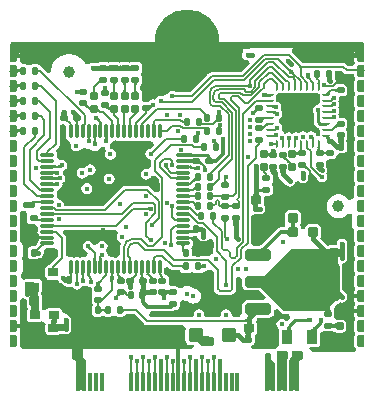
<source format=gtl>
G04*
G04 #@! TF.GenerationSoftware,Altium Limited,Altium Designer,24.9.1 (31)*
G04*
G04 Layer_Physical_Order=1*
G04 Layer_Color=3105233*
%FSLAX43Y43*%
%MOMM*%
G71*
G04*
G04 #@! TF.SameCoordinates,966C214A-C48B-4C11-AD4A-F44F92C35951*
G04*
G04*
G04 #@! TF.FilePolarity,Positive*
G04*
G01*
G75*
%ADD12C,0.250*%
%ADD13C,0.200*%
%ADD14C,0.150*%
G04:AMPARAMS|DCode=35|XSize=0.5mm|YSize=1mm|CornerRadius=0.125mm|HoleSize=0mm|Usage=FLASHONLY|Rotation=90.000|XOffset=0mm|YOffset=0mm|HoleType=Round|Shape=RoundedRectangle|*
%AMROUNDEDRECTD35*
21,1,0.500,0.750,0,0,90.0*
21,1,0.250,1.000,0,0,90.0*
1,1,0.250,0.375,0.125*
1,1,0.250,0.375,-0.125*
1,1,0.250,-0.375,-0.125*
1,1,0.250,-0.375,0.125*
%
%ADD35ROUNDEDRECTD35*%
G04:AMPARAMS|DCode=36|XSize=0.5mm|YSize=1mm|CornerRadius=0.125mm|HoleSize=0mm|Usage=FLASHONLY|Rotation=180.000|XOffset=0mm|YOffset=0mm|HoleType=Round|Shape=RoundedRectangle|*
%AMROUNDEDRECTD36*
21,1,0.500,0.750,0,0,180.0*
21,1,0.250,1.000,0,0,180.0*
1,1,0.250,-0.125,0.375*
1,1,0.250,0.125,0.375*
1,1,0.250,0.125,-0.375*
1,1,0.250,-0.125,-0.375*
%
%ADD36ROUNDEDRECTD36*%
%ADD59C,0.160*%
G04:AMPARAMS|DCode=60|XSize=0.5mm|YSize=0.6mm|CornerRadius=0.063mm|HoleSize=0mm|Usage=FLASHONLY|Rotation=270.000|XOffset=0mm|YOffset=0mm|HoleType=Round|Shape=RoundedRectangle|*
%AMROUNDEDRECTD60*
21,1,0.500,0.475,0,0,270.0*
21,1,0.375,0.600,0,0,270.0*
1,1,0.125,-0.238,-0.188*
1,1,0.125,-0.238,0.188*
1,1,0.125,0.238,0.188*
1,1,0.125,0.238,-0.188*
%
%ADD60ROUNDEDRECTD60*%
G04:AMPARAMS|DCode=61|XSize=0.5mm|YSize=0.6mm|CornerRadius=0.063mm|HoleSize=0mm|Usage=FLASHONLY|Rotation=0.000|XOffset=0mm|YOffset=0mm|HoleType=Round|Shape=RoundedRectangle|*
%AMROUNDEDRECTD61*
21,1,0.500,0.475,0,0,0.0*
21,1,0.375,0.600,0,0,0.0*
1,1,0.125,0.188,-0.238*
1,1,0.125,-0.188,-0.238*
1,1,0.125,-0.188,0.238*
1,1,0.125,0.188,0.238*
%
%ADD61ROUNDEDRECTD61*%
G04:AMPARAMS|DCode=62|XSize=0.8mm|YSize=0.75mm|CornerRadius=0.094mm|HoleSize=0mm|Usage=FLASHONLY|Rotation=0.000|XOffset=0mm|YOffset=0mm|HoleType=Round|Shape=RoundedRectangle|*
%AMROUNDEDRECTD62*
21,1,0.800,0.563,0,0,0.0*
21,1,0.613,0.750,0,0,0.0*
1,1,0.188,0.306,-0.281*
1,1,0.188,-0.306,-0.281*
1,1,0.188,-0.306,0.281*
1,1,0.188,0.306,0.281*
%
%ADD62ROUNDEDRECTD62*%
G04:AMPARAMS|DCode=63|XSize=0.9mm|YSize=0.7mm|CornerRadius=0.088mm|HoleSize=0mm|Usage=FLASHONLY|Rotation=0.000|XOffset=0mm|YOffset=0mm|HoleType=Round|Shape=RoundedRectangle|*
%AMROUNDEDRECTD63*
21,1,0.900,0.525,0,0,0.0*
21,1,0.725,0.700,0,0,0.0*
1,1,0.175,0.363,-0.263*
1,1,0.175,-0.363,-0.263*
1,1,0.175,-0.363,0.263*
1,1,0.175,0.363,0.263*
%
%ADD63ROUNDEDRECTD63*%
G04:AMPARAMS|DCode=64|XSize=3.25mm|YSize=2.15mm|CornerRadius=0.269mm|HoleSize=0mm|Usage=FLASHONLY|Rotation=270.000|XOffset=0mm|YOffset=0mm|HoleType=Round|Shape=RoundedRectangle|*
%AMROUNDEDRECTD64*
21,1,3.250,1.613,0,0,270.0*
21,1,2.713,2.150,0,0,270.0*
1,1,0.538,-0.806,-1.356*
1,1,0.538,-0.806,1.356*
1,1,0.538,0.806,1.356*
1,1,0.538,0.806,-1.356*
%
%ADD64ROUNDEDRECTD64*%
G04:AMPARAMS|DCode=65|XSize=0.95mm|YSize=2.15mm|CornerRadius=0.119mm|HoleSize=0mm|Usage=FLASHONLY|Rotation=270.000|XOffset=0mm|YOffset=0mm|HoleType=Round|Shape=RoundedRectangle|*
%AMROUNDEDRECTD65*
21,1,0.950,1.913,0,0,270.0*
21,1,0.713,2.150,0,0,270.0*
1,1,0.238,-0.956,-0.356*
1,1,0.238,-0.956,0.356*
1,1,0.238,0.956,0.356*
1,1,0.238,0.956,-0.356*
%
%ADD65ROUNDEDRECTD65*%
G04:AMPARAMS|DCode=66|XSize=0.6mm|YSize=0.6mm|CornerRadius=0.075mm|HoleSize=0mm|Usage=FLASHONLY|Rotation=270.000|XOffset=0mm|YOffset=0mm|HoleType=Round|Shape=RoundedRectangle|*
%AMROUNDEDRECTD66*
21,1,0.600,0.450,0,0,270.0*
21,1,0.450,0.600,0,0,270.0*
1,1,0.150,-0.225,-0.225*
1,1,0.150,-0.225,0.225*
1,1,0.150,0.225,0.225*
1,1,0.150,0.225,-0.225*
%
%ADD66ROUNDEDRECTD66*%
%ADD67R,0.350X1.500*%
G04:AMPARAMS|DCode=68|XSize=0.6mm|YSize=0.5mm|CornerRadius=0.063mm|HoleSize=0mm|Usage=FLASHONLY|Rotation=90.000|XOffset=0mm|YOffset=0mm|HoleType=Round|Shape=RoundedRectangle|*
%AMROUNDEDRECTD68*
21,1,0.600,0.375,0,0,90.0*
21,1,0.475,0.500,0,0,90.0*
1,1,0.125,0.188,0.238*
1,1,0.125,0.188,-0.238*
1,1,0.125,-0.188,-0.238*
1,1,0.125,-0.188,0.238*
%
%ADD68ROUNDEDRECTD68*%
G04:AMPARAMS|DCode=69|XSize=0.6mm|YSize=0.5mm|CornerRadius=0.063mm|HoleSize=0mm|Usage=FLASHONLY|Rotation=0.000|XOffset=0mm|YOffset=0mm|HoleType=Round|Shape=RoundedRectangle|*
%AMROUNDEDRECTD69*
21,1,0.600,0.375,0,0,0.0*
21,1,0.475,0.500,0,0,0.0*
1,1,0.125,0.238,-0.188*
1,1,0.125,-0.238,-0.188*
1,1,0.125,-0.238,0.188*
1,1,0.125,0.238,0.188*
%
%ADD69ROUNDEDRECTD69*%
G04:AMPARAMS|DCode=70|XSize=0.8mm|YSize=0.75mm|CornerRadius=0.094mm|HoleSize=0mm|Usage=FLASHONLY|Rotation=90.000|XOffset=0mm|YOffset=0mm|HoleType=Round|Shape=RoundedRectangle|*
%AMROUNDEDRECTD70*
21,1,0.800,0.563,0,0,90.0*
21,1,0.613,0.750,0,0,90.0*
1,1,0.188,0.281,0.306*
1,1,0.188,0.281,-0.306*
1,1,0.188,-0.281,-0.306*
1,1,0.188,-0.281,0.306*
%
%ADD70ROUNDEDRECTD70*%
%ADD71O,0.300X1.200*%
%ADD72O,1.200X0.300*%
G04:AMPARAMS|DCode=73|XSize=1.2mm|YSize=1.2mm|CornerRadius=0.15mm|HoleSize=0mm|Usage=FLASHONLY|Rotation=180.000|XOffset=0mm|YOffset=0mm|HoleType=Round|Shape=RoundedRectangle|*
%AMROUNDEDRECTD73*
21,1,1.200,0.900,0,0,180.0*
21,1,0.900,1.200,0,0,180.0*
1,1,0.300,-0.450,0.450*
1,1,0.300,0.450,0.450*
1,1,0.300,0.450,-0.450*
1,1,0.300,-0.450,-0.450*
%
%ADD73ROUNDEDRECTD73*%
G04:AMPARAMS|DCode=74|XSize=0.9mm|YSize=0.8mm|CornerRadius=0.1mm|HoleSize=0mm|Usage=FLASHONLY|Rotation=0.000|XOffset=0mm|YOffset=0mm|HoleType=Round|Shape=RoundedRectangle|*
%AMROUNDEDRECTD74*
21,1,0.900,0.600,0,0,0.0*
21,1,0.700,0.800,0,0,0.0*
1,1,0.200,0.350,-0.300*
1,1,0.200,-0.350,-0.300*
1,1,0.200,-0.350,0.300*
1,1,0.200,0.350,0.300*
%
%ADD74ROUNDEDRECTD74*%
G04:AMPARAMS|DCode=75|XSize=0.9mm|YSize=1.2mm|CornerRadius=0.113mm|HoleSize=0mm|Usage=FLASHONLY|Rotation=0.000|XOffset=0mm|YOffset=0mm|HoleType=Round|Shape=RoundedRectangle|*
%AMROUNDEDRECTD75*
21,1,0.900,0.975,0,0,0.0*
21,1,0.675,1.200,0,0,0.0*
1,1,0.225,0.338,-0.488*
1,1,0.225,-0.338,-0.488*
1,1,0.225,-0.338,0.488*
1,1,0.225,0.338,0.488*
%
%ADD75ROUNDEDRECTD75*%
G04:AMPARAMS|DCode=76|XSize=2.1mm|YSize=2.1mm|CornerRadius=0.105mm|HoleSize=0mm|Usage=FLASHONLY|Rotation=90.000|XOffset=0mm|YOffset=0mm|HoleType=Round|Shape=RoundedRectangle|*
%AMROUNDEDRECTD76*
21,1,2.100,1.890,0,0,90.0*
21,1,1.890,2.100,0,0,90.0*
1,1,0.210,0.945,0.945*
1,1,0.210,0.945,-0.945*
1,1,0.210,-0.945,-0.945*
1,1,0.210,-0.945,0.945*
%
%ADD76ROUNDEDRECTD76*%
G04:AMPARAMS|DCode=77|XSize=0.6mm|YSize=0.25mm|CornerRadius=0.063mm|HoleSize=0mm|Usage=FLASHONLY|Rotation=180.000|XOffset=0mm|YOffset=0mm|HoleType=Round|Shape=RoundedRectangle|*
%AMROUNDEDRECTD77*
21,1,0.600,0.125,0,0,180.0*
21,1,0.475,0.250,0,0,180.0*
1,1,0.125,-0.238,0.063*
1,1,0.125,0.238,0.063*
1,1,0.125,0.238,-0.063*
1,1,0.125,-0.238,-0.063*
%
%ADD77ROUNDEDRECTD77*%
G04:AMPARAMS|DCode=78|XSize=0.6mm|YSize=0.25mm|CornerRadius=0.063mm|HoleSize=0mm|Usage=FLASHONLY|Rotation=270.000|XOffset=0mm|YOffset=0mm|HoleType=Round|Shape=RoundedRectangle|*
%AMROUNDEDRECTD78*
21,1,0.600,0.125,0,0,270.0*
21,1,0.475,0.250,0,0,270.0*
1,1,0.125,-0.063,-0.238*
1,1,0.125,-0.063,0.238*
1,1,0.125,0.063,0.238*
1,1,0.125,0.063,-0.238*
%
%ADD78ROUNDEDRECTD78*%
%ADD79C,0.350*%
%ADD80C,0.400*%
%ADD81C,0.300*%
%ADD82C,0.140*%
%ADD83C,0.130*%
%ADD84C,0.900*%
%ADD85C,0.600*%
%ADD86C,0.700*%
%ADD87C,1.000*%
%AMCUSTOMSHAPE88*
4,1,6,0.000,0.500,0.000,-0.500,-0.500,-0.500,-0.600,-0.400,-0.600,0.400,-0.500,0.500,0.000,0.500,0.0*%
%ADD88CUSTOMSHAPE88*%

%ADD89C,5.500*%
%AMCUSTOMSHAPE90*
4,1,6,0.000,-0.500,0.000,0.500,0.500,0.500,0.600,0.400,0.600,-0.400,0.500,-0.500,0.000,-0.500,0.0*%
%ADD90CUSTOMSHAPE90*%

%ADD91C,0.400*%
G36*
X14913Y-30D02*
X14970Y-87D01*
X15000Y-160D01*
Y-200D01*
Y-1200D01*
X14500D01*
X14431Y-1131D01*
Y-1367D01*
X14145D01*
Y-1567D01*
X14165Y-1665D01*
X14193Y-1765D01*
X14045Y-2050D01*
X13857Y-2069D01*
X13637D01*
X13434Y-1866D01*
X13327Y-1794D01*
X13200Y-1769D01*
X9762D01*
X9761Y-1769D01*
X9753Y-1767D01*
X9746Y-1765D01*
X9740Y-1763D01*
X9734Y-1760D01*
X9727Y-1756D01*
X9721Y-1752D01*
X9720Y-1751D01*
X8834Y-866D01*
X8904Y-558D01*
X8937Y-510D01*
X13685D01*
X13647Y-502D01*
X13600Y-500D01*
X6000D01*
Y-500D01*
X6000Y-500D01*
X5655Y-504D01*
X4967Y-564D01*
X4690Y-615D01*
X4714Y-660D01*
X4753Y-810D01*
X4676Y-924D01*
X4641Y-1100D01*
X4676Y-1276D01*
X4776Y-1424D01*
X4924Y-1524D01*
X5100Y-1559D01*
X5148D01*
X5273Y-1859D01*
X4563Y-2569D01*
X2100D01*
X2066Y-2575D01*
X1930Y-2296D01*
X1975Y-2258D01*
X1776Y-2059D01*
X2059Y-1776D01*
X2258Y-1975D01*
X2435Y-1769D01*
X2681Y-1366D01*
X2718Y-1276D01*
X2371Y-1457D01*
X1792Y-1833D01*
X1253Y-2265D01*
X1000Y-2500D01*
Y-500D01*
X-1000D01*
X-1000Y-2500D01*
X-1253Y-2265D01*
X-1792Y-1833D01*
X-2371Y-1457D01*
X-2718Y-1276D01*
X-2681Y-1366D01*
X-2435Y-1769D01*
X-2258Y-1975D01*
X-2059Y-1776D01*
X-1776Y-2059D01*
X-1975Y-2258D01*
X-1769Y-2435D01*
X-1366Y-2681D01*
X-930Y-2862D01*
X-471Y-2972D01*
X0Y-3009D01*
X471Y-2972D01*
X930Y-2862D01*
X1366Y-2681D01*
X1520Y-2587D01*
X1707Y-2824D01*
X263Y-4269D01*
X-986D01*
X-1124Y-4176D01*
X-1300Y-4141D01*
X-1476Y-4176D01*
X-1624Y-4276D01*
X-1724Y-4424D01*
X-2022Y-4575D01*
X-2036Y-4574D01*
X-2200Y-4541D01*
X-2376Y-4576D01*
X-2524Y-4676D01*
X-2724Y-4876D01*
X-2900Y-4841D01*
X-3076Y-4876D01*
X-3224Y-4976D01*
X-3303Y-5094D01*
X-3636D01*
X-3712Y-5031D01*
X-3816Y-4896D01*
X-3851Y-4811D01*
X-3844Y-4775D01*
Y-4325D01*
X-3869Y-4198D01*
X-3941Y-4091D01*
X-4043Y-4022D01*
Y-3682D01*
X-4041Y-3682D01*
X-3937Y-3613D01*
X-3868Y-3509D01*
X-3844Y-3387D01*
Y-3012D01*
X-3868Y-2891D01*
X-3937Y-2787D01*
Y-2613D01*
X-3868Y-2509D01*
X-3844Y-2388D01*
Y-2013D01*
X-3868Y-1891D01*
X-3937Y-1787D01*
X-4041Y-1718D01*
X-4162Y-1694D01*
X-4637D01*
X-4759Y-1718D01*
X-4774Y-1728D01*
X-4897Y-1736D01*
X-4915Y-1735D01*
X-4919Y-1732D01*
X-4921Y-1731D01*
X-4941Y-1718D01*
X-5062Y-1694D01*
X-5537D01*
X-5659Y-1718D01*
X-5674Y-1728D01*
X-5797Y-1736D01*
X-5815Y-1735D01*
X-5819Y-1732D01*
X-5821Y-1731D01*
X-5841Y-1718D01*
X-5963Y-1694D01*
X-6438D01*
X-6559Y-1718D01*
X-6574Y-1728D01*
X-6697Y-1736D01*
X-6715Y-1735D01*
X-6719Y-1732D01*
X-6721Y-1731D01*
X-6741Y-1718D01*
X-6863Y-1694D01*
X-7338D01*
X-7459Y-1718D01*
X-7494Y-1741D01*
X-8000D01*
X-8176Y-1776D01*
X-8313Y-1868D01*
X-8327Y-1875D01*
X-8654Y-1829D01*
X-8671Y-1789D01*
X-8835Y-1544D01*
X-9044Y-1335D01*
X-9289Y-1171D01*
X-9562Y-1058D01*
X-9852Y-1000D01*
X-10148D01*
X-10438Y-1058D01*
X-10711Y-1171D01*
X-10956Y-1335D01*
X-11165Y-1544D01*
X-11329Y-1789D01*
X-11442Y-2062D01*
X-11500Y-2352D01*
Y-2471D01*
X-11557Y-2518D01*
X-11800Y-2595D01*
X-12208Y-2188D01*
X-12323Y-2110D01*
X-12416Y-2092D01*
X-12418Y-2081D01*
X-12487Y-1977D01*
X-12591Y-1908D01*
X-12713Y-1884D01*
X-13088D01*
X-13209Y-1908D01*
X-13313Y-1977D01*
X-13487D01*
X-13591Y-1908D01*
X-13712Y-1884D01*
X-13948D01*
X-13970Y-1868D01*
X-14018Y-1818D01*
X-14143Y-1627D01*
X-14150Y-1594D01*
X-14145Y-1570D01*
Y-1370D01*
X-14431D01*
Y-1131D01*
X-14500Y-1200D01*
X-15000D01*
Y-241D01*
Y-193D01*
X-14963Y-104D01*
X-14896Y-37D01*
X-14807Y0D01*
X14840D01*
X14913Y-30D01*
D02*
G37*
G36*
X-4683Y-2000D02*
X-4679Y-2000D01*
X-4603Y-2000D01*
Y-2400D01*
X-4679Y-2400D01*
X-4683Y-2401D01*
Y-2433D01*
X-4690Y-2427D01*
X-4704Y-2421D01*
X-4726Y-2416D01*
X-4756Y-2412D01*
X-4801Y-2408D01*
X-4996Y-2421D01*
X-5010Y-2427D01*
X-5017Y-2433D01*
Y-2400D01*
X-5021Y-2400D01*
X-5097Y-2400D01*
Y-2000D01*
X-5021Y-2000D01*
X-5017Y-1999D01*
Y-1967D01*
X-5010Y-1973D01*
X-4996Y-1979D01*
X-4974Y-1984D01*
X-4944Y-1988D01*
X-4899Y-1992D01*
X-4704Y-1979D01*
X-4690Y-1973D01*
X-4683Y-1967D01*
Y-2000D01*
D02*
G37*
G36*
X-5583D02*
X-5579Y-2000D01*
X-5503Y-2000D01*
Y-2400D01*
X-5579Y-2400D01*
X-5583Y-2401D01*
Y-2433D01*
X-5590Y-2427D01*
X-5604Y-2421D01*
X-5626Y-2416D01*
X-5656Y-2412D01*
X-5701Y-2408D01*
X-5896Y-2421D01*
X-5910Y-2427D01*
X-5917Y-2433D01*
Y-2400D01*
X-5921Y-2400D01*
X-5997Y-2400D01*
Y-2000D01*
X-5921Y-2000D01*
X-5917Y-1999D01*
Y-1967D01*
X-5910Y-1973D01*
X-5896Y-1979D01*
X-5874Y-1984D01*
X-5844Y-1988D01*
X-5799Y-1992D01*
X-5604Y-1979D01*
X-5590Y-1973D01*
X-5583Y-1967D01*
Y-2000D01*
D02*
G37*
G36*
X-6483D02*
X-6479Y-2000D01*
X-6403Y-2000D01*
Y-2400D01*
X-6479Y-2400D01*
X-6483Y-2401D01*
Y-2433D01*
X-6490Y-2427D01*
X-6504Y-2421D01*
X-6526Y-2416D01*
X-6556Y-2412D01*
X-6601Y-2408D01*
X-6796Y-2421D01*
X-6810Y-2427D01*
X-6817Y-2433D01*
Y-2400D01*
X-6821Y-2400D01*
X-6897Y-2400D01*
Y-2000D01*
X-6821Y-2000D01*
X-6817Y-1999D01*
Y-1967D01*
X-6810Y-1973D01*
X-6796Y-1979D01*
X-6774Y-1984D01*
X-6744Y-1988D01*
X-6699Y-1992D01*
X-6504Y-1979D01*
X-6490Y-1973D01*
X-6483Y-1967D01*
Y-2000D01*
D02*
G37*
G36*
X9547Y-1939D02*
X9569Y-1957D01*
X9593Y-1973D01*
X9617Y-1987D01*
X9642Y-1998D01*
X9668Y-2008D01*
X9695Y-2015D01*
X9723Y-2021D01*
X9752Y-2024D01*
X9781Y-2025D01*
X9825Y-2175D01*
X9797Y-2177D01*
X9771Y-2181D01*
X9748Y-2188D01*
X9729Y-2199D01*
X9712Y-2213D01*
X9699Y-2229D01*
X9689Y-2249D01*
X9681Y-2271D01*
X9677Y-2296D01*
X9675Y-2325D01*
X9525Y-2281D01*
X9524Y-2252D01*
X9521Y-2223D01*
X9515Y-2195D01*
X9508Y-2168D01*
X9498Y-2142D01*
X9487Y-2117D01*
X9473Y-2093D01*
X9457Y-2069D01*
X9439Y-2047D01*
X9419Y-2025D01*
X9525Y-1919D01*
X9547Y-1939D01*
D02*
G37*
G36*
X-14149Y-2640D02*
X-14151Y-2621D01*
X-14157Y-2604D01*
X-14167Y-2589D01*
X-14181Y-2576D01*
X-14200Y-2565D01*
X-14222Y-2556D01*
X-14248Y-2549D01*
X-14277Y-2544D01*
X-14305Y-2549D01*
X-14331Y-2556D01*
X-14353Y-2565D01*
X-14371Y-2576D01*
X-14385Y-2589D01*
X-14395Y-2604D01*
X-14401Y-2621D01*
X-14403Y-2640D01*
Y-2240D01*
X-14401Y-2259D01*
X-14395Y-2276D01*
X-14385Y-2291D01*
X-14371Y-2304D01*
X-14353Y-2315D01*
X-14331Y-2324D01*
X-14305Y-2331D01*
X-14277Y-2336D01*
X-14248Y-2331D01*
X-14222Y-2324D01*
X-14200Y-2315D01*
X-14181Y-2304D01*
X-14167Y-2291D01*
X-14157Y-2276D01*
X-14151Y-2259D01*
X-14149Y-2240D01*
Y-2640D01*
D02*
G37*
G36*
X8651Y-2244D02*
X8666Y-2256D01*
X8681Y-2267D01*
X8696Y-2276D01*
X8712Y-2283D01*
X8729Y-2289D01*
X8745Y-2294D01*
X8762Y-2298D01*
X8780Y-2299D01*
X8798Y-2300D01*
X8600Y-2498D01*
X8599Y-2480D01*
X8598Y-2462D01*
X8594Y-2445D01*
X8589Y-2429D01*
X8583Y-2412D01*
X8576Y-2396D01*
X8567Y-2381D01*
X8556Y-2366D01*
X8544Y-2351D01*
X8531Y-2337D01*
X8637Y-2231D01*
X8651Y-2244D01*
D02*
G37*
G36*
X14406Y-2550D02*
X14405Y-2536D01*
X14400Y-2523D01*
X14393Y-2512D01*
X14382Y-2502D01*
X14368Y-2494D01*
X14351Y-2487D01*
X14331Y-2482D01*
X14308Y-2478D01*
X14282Y-2476D01*
X14253Y-2475D01*
Y-2325D01*
X14282Y-2324D01*
X14308Y-2322D01*
X14331Y-2318D01*
X14351Y-2313D01*
X14368Y-2306D01*
X14382Y-2298D01*
X14393Y-2288D01*
X14400Y-2277D01*
X14405Y-2264D01*
X14406Y-2250D01*
Y-2550D01*
D02*
G37*
G36*
X-12649Y-2269D02*
X-12644Y-2284D01*
X-12634Y-2297D01*
X-12621Y-2308D01*
X-12603Y-2318D01*
X-12582Y-2326D01*
X-12558Y-2332D01*
X-12529Y-2336D01*
X-12496Y-2339D01*
X-12460Y-2340D01*
Y-2540D01*
X-12496Y-2541D01*
X-12529Y-2544D01*
X-12558Y-2548D01*
X-12582Y-2554D01*
X-12603Y-2562D01*
X-12621Y-2572D01*
X-12634Y-2583D01*
X-12644Y-2596D01*
X-12649Y-2611D01*
X-12651Y-2628D01*
Y-2252D01*
X-12649Y-2269D01*
D02*
G37*
G36*
X9001Y-2520D02*
X9002Y-2538D01*
X9006Y-2555D01*
X9011Y-2571D01*
X9017Y-2588D01*
X9024Y-2604D01*
X9033Y-2619D01*
X9044Y-2634D01*
X9056Y-2649D01*
X9069Y-2663D01*
X8963Y-2769D01*
X8949Y-2756D01*
X8934Y-2744D01*
X8919Y-2733D01*
X8904Y-2724D01*
X8888Y-2717D01*
X8871Y-2711D01*
X8855Y-2706D01*
X8838Y-2702D01*
X8820Y-2701D01*
X8802Y-2700D01*
X9000Y-2502D01*
X9001Y-2520D01*
D02*
G37*
G36*
X10335Y-2949D02*
X10333Y-2956D01*
X10333Y-2964D01*
X10335Y-2974D01*
X10339Y-2984D01*
X10346Y-2996D01*
X10355Y-3008D01*
X10366Y-3022D01*
X10379Y-3037D01*
X10394Y-3053D01*
X10214Y-3156D01*
X10082Y-2961D01*
X10340Y-2943D01*
X10335Y-2949D01*
D02*
G37*
G36*
X-7338Y-3452D02*
X-7349Y-3449D01*
X-7362Y-3450D01*
X-7376Y-3453D01*
X-7393Y-3460D01*
X-7411Y-3470D01*
X-7430Y-3484D01*
X-7452Y-3500D01*
X-7500Y-3542D01*
X-7527Y-3568D01*
X-7543Y-3302D01*
X-7513Y-3270D01*
X-7462Y-3209D01*
X-7443Y-3179D01*
X-7426Y-3150D01*
X-7414Y-3122D01*
X-7405Y-3095D01*
X-7399Y-3069D01*
X-7397Y-3044D01*
X-7399Y-3019D01*
X-7338Y-3452D01*
D02*
G37*
G36*
X11230Y-3314D02*
X11238Y-3517D01*
X11022D01*
X11024Y-3514D01*
X11025Y-3508D01*
X11026Y-3497D01*
X11028Y-3465D01*
X11030Y-3314D01*
X11230Y-3314D01*
D02*
G37*
G36*
X9705Y-3382D02*
X9710Y-3452D01*
X9713Y-3469D01*
X9717Y-3484D01*
X9721Y-3497D01*
X9726Y-3506D01*
X9732Y-3513D01*
X9738Y-3517D01*
X9522D01*
X9528Y-3513D01*
X9534Y-3506D01*
X9539Y-3497D01*
X9543Y-3484D01*
X9547Y-3469D01*
X9550Y-3452D01*
X9552Y-3431D01*
X9555Y-3382D01*
X9555Y-3353D01*
X9705D01*
X9705Y-3382D01*
D02*
G37*
G36*
X9205D02*
X9210Y-3452D01*
X9213Y-3469D01*
X9217Y-3484D01*
X9221Y-3497D01*
X9226Y-3506D01*
X9232Y-3513D01*
X9238Y-3517D01*
X9022D01*
X9028Y-3513D01*
X9034Y-3506D01*
X9039Y-3497D01*
X9043Y-3484D01*
X9047Y-3469D01*
X9050Y-3452D01*
X9052Y-3431D01*
X9055Y-3382D01*
X9055Y-3353D01*
X9205D01*
X9205Y-3382D01*
D02*
G37*
G36*
X5381Y-3417D02*
X5382Y-3436D01*
X5385Y-3454D01*
X5390Y-3471D01*
X5395Y-3488D01*
X5402Y-3503D01*
X5409Y-3518D01*
X5418Y-3532D01*
X5429Y-3545D01*
X5440Y-3557D01*
X5160D01*
X5171Y-3545D01*
X5182Y-3532D01*
X5191Y-3518D01*
X5198Y-3503D01*
X5205Y-3488D01*
X5210Y-3471D01*
X5215Y-3454D01*
X5218Y-3436D01*
X5219Y-3417D01*
X5220Y-3397D01*
X5380D01*
X5381Y-3417D01*
D02*
G37*
G36*
X-14149Y-3910D02*
X-14151Y-3891D01*
X-14157Y-3874D01*
X-14167Y-3859D01*
X-14181Y-3846D01*
X-14200Y-3835D01*
X-14222Y-3826D01*
X-14248Y-3819D01*
X-14277Y-3814D01*
X-14305Y-3819D01*
X-14331Y-3826D01*
X-14353Y-3835D01*
X-14371Y-3846D01*
X-14385Y-3859D01*
X-14395Y-3874D01*
X-14401Y-3891D01*
X-14403Y-3910D01*
Y-3510D01*
X-14401Y-3529D01*
X-14395Y-3546D01*
X-14385Y-3561D01*
X-14371Y-3574D01*
X-14353Y-3585D01*
X-14331Y-3594D01*
X-14305Y-3601D01*
X-14277Y-3606D01*
X-14248Y-3601D01*
X-14222Y-3594D01*
X-14200Y-3585D01*
X-14181Y-3574D01*
X-14167Y-3561D01*
X-14157Y-3546D01*
X-14151Y-3529D01*
X-14149Y-3510D01*
Y-3910D01*
D02*
G37*
G36*
X7738Y-3517D02*
X7506Y-3629D01*
X7519Y-3621D01*
X7526Y-3609D01*
X7528Y-3595D01*
X7525Y-3578D01*
X7518Y-3558D01*
X7505Y-3536D01*
X7487Y-3510D01*
X7464Y-3482D01*
X7404Y-3417D01*
X7542Y-3328D01*
X7738Y-3517D01*
D02*
G37*
G36*
X8238Y-3517D02*
X8006Y-3629D01*
X8019Y-3621D01*
X8026Y-3609D01*
X8028Y-3595D01*
X8025Y-3578D01*
X8018Y-3558D01*
X8005Y-3536D01*
X7987Y-3510D01*
X7964Y-3482D01*
X7904Y-3417D01*
X8042Y-3328D01*
X8238Y-3517D01*
D02*
G37*
G36*
X-4219Y-3451D02*
X-4236Y-3457D01*
X-4251Y-3467D01*
X-4264Y-3481D01*
X-4275Y-3500D01*
X-4284Y-3522D01*
X-4291Y-3548D01*
X-4296Y-3579D01*
X-4299Y-3613D01*
X-4300Y-3652D01*
X-4500D01*
X-4501Y-3613D01*
X-4504Y-3579D01*
X-4509Y-3548D01*
X-4516Y-3522D01*
X-4525Y-3500D01*
X-4536Y-3481D01*
X-4549Y-3467D01*
X-4564Y-3457D01*
X-4581Y-3451D01*
X-4600Y-3449D01*
X-4200D01*
X-4219Y-3451D01*
D02*
G37*
G36*
X-5119D02*
X-5136Y-3457D01*
X-5151Y-3467D01*
X-5164Y-3481D01*
X-5175Y-3500D01*
X-5184Y-3522D01*
X-5191Y-3548D01*
X-5196Y-3579D01*
X-5199Y-3613D01*
X-5200Y-3652D01*
X-5400D01*
X-5401Y-3613D01*
X-5404Y-3579D01*
X-5409Y-3548D01*
X-5416Y-3522D01*
X-5425Y-3500D01*
X-5436Y-3481D01*
X-5449Y-3467D01*
X-5464Y-3457D01*
X-5481Y-3451D01*
X-5500Y-3449D01*
X-5100D01*
X-5119Y-3451D01*
D02*
G37*
G36*
X-6019D02*
X-6036Y-3457D01*
X-6051Y-3467D01*
X-6064Y-3481D01*
X-6075Y-3500D01*
X-6084Y-3522D01*
X-6091Y-3548D01*
X-6096Y-3579D01*
X-6099Y-3613D01*
X-6100Y-3652D01*
X-6300D01*
X-6301Y-3613D01*
X-6304Y-3579D01*
X-6309Y-3548D01*
X-6316Y-3522D01*
X-6325Y-3500D01*
X-6336Y-3481D01*
X-6349Y-3467D01*
X-6364Y-3457D01*
X-6381Y-3451D01*
X-6400Y-3449D01*
X-6000D01*
X-6019Y-3451D01*
D02*
G37*
G36*
X5157Y-3840D02*
X5145Y-3829D01*
X5132Y-3818D01*
X5118Y-3809D01*
X5103Y-3802D01*
X5088Y-3795D01*
X5071Y-3790D01*
X5054Y-3785D01*
X5036Y-3782D01*
X5017Y-3781D01*
X4997Y-3780D01*
Y-3620D01*
X5017Y-3619D01*
X5036Y-3618D01*
X5054Y-3615D01*
X5071Y-3610D01*
X5088Y-3605D01*
X5103Y-3598D01*
X5118Y-3591D01*
X5132Y-3582D01*
X5145Y-3571D01*
X5157Y-3560D01*
Y-3840D01*
D02*
G37*
G36*
X-12649Y-3529D02*
X-12643Y-3546D01*
X-12633Y-3561D01*
X-12619Y-3574D01*
X-12600Y-3585D01*
X-12578Y-3594D01*
X-12552Y-3601D01*
X-12521Y-3606D01*
X-12487Y-3609D01*
X-12448Y-3610D01*
Y-3810D01*
X-12487Y-3811D01*
X-12521Y-3814D01*
X-12552Y-3819D01*
X-12578Y-3826D01*
X-12600Y-3835D01*
X-12619Y-3846D01*
X-12633Y-3859D01*
X-12643Y-3874D01*
X-12649Y-3891D01*
X-12651Y-3910D01*
Y-3510D01*
X-12649Y-3529D01*
D02*
G37*
G36*
X-9095Y-4091D02*
X-9084Y-4094D01*
X-9067Y-4096D01*
X-9048Y-4098D01*
X-9007Y-4100D01*
Y-4300D01*
X-9028Y-4300D01*
X-9067Y-4304D01*
X-9084Y-4306D01*
X-9095Y-4309D01*
X-9095Y-4397D01*
X-9097Y-4379D01*
X-9103Y-4362D01*
X-9113Y-4348D01*
X-9127Y-4335D01*
X-9141Y-4327D01*
X-9149Y-4332D01*
X-9157Y-4340D01*
Y-4320D01*
X-9169Y-4316D01*
X-9195Y-4309D01*
X-9226Y-4304D01*
X-9261Y-4301D01*
X-9300Y-4300D01*
Y-4100D01*
X-9261Y-4099D01*
X-9226Y-4096D01*
X-9195Y-4091D01*
X-9169Y-4084D01*
X-9157Y-4080D01*
Y-4060D01*
X-9149Y-4068D01*
X-9141Y-4073D01*
X-9127Y-4065D01*
X-9113Y-4052D01*
X-9103Y-4038D01*
X-9097Y-4021D01*
X-9095Y-4003D01*
X-9095Y-4091D01*
D02*
G37*
G36*
X-6899Y-3888D02*
X-6896Y-3922D01*
X-6891Y-3953D01*
X-6884Y-3979D01*
X-6879Y-3993D01*
X-6860D01*
X-6868Y-4001D01*
X-6872Y-4007D01*
X-6865Y-4019D01*
X-6852Y-4033D01*
X-6837Y-4043D01*
X-6820Y-4049D01*
X-6802Y-4051D01*
X-6890D01*
X-6894Y-4066D01*
X-6896Y-4083D01*
X-6898Y-4102D01*
X-6900Y-4143D01*
X-7100Y-4143D01*
X-7100Y-4122D01*
X-7104Y-4083D01*
X-7106Y-4066D01*
X-7110Y-4051D01*
X-7198D01*
X-7180Y-4049D01*
X-7163Y-4043D01*
X-7148Y-4033D01*
X-7135Y-4019D01*
X-7128Y-4007D01*
X-7132Y-4001D01*
X-7140Y-3993D01*
X-7121D01*
X-7116Y-3979D01*
X-7109Y-3953D01*
X-7104Y-3922D01*
X-7101Y-3888D01*
X-7100Y-3850D01*
X-6900D01*
X-6899Y-3888D01*
D02*
G37*
G36*
X-4299Y-4090D02*
X-4296Y-4125D01*
X-4291Y-4155D01*
X-4284Y-4182D01*
X-4275Y-4204D01*
X-4264Y-4222D01*
X-4251Y-4236D01*
X-4236Y-4247D01*
X-4219Y-4253D01*
X-4200Y-4255D01*
X-4600D01*
X-4581Y-4253D01*
X-4564Y-4247D01*
X-4549Y-4236D01*
X-4536Y-4222D01*
X-4525Y-4204D01*
X-4516Y-4182D01*
X-4509Y-4155D01*
X-4504Y-4125D01*
X-4501Y-4090D01*
X-4500Y-4052D01*
X-4300D01*
X-4299Y-4090D01*
D02*
G37*
G36*
X-5199D02*
X-5196Y-4125D01*
X-5191Y-4155D01*
X-5184Y-4182D01*
X-5175Y-4204D01*
X-5164Y-4222D01*
X-5151Y-4236D01*
X-5136Y-4247D01*
X-5119Y-4253D01*
X-5100Y-4255D01*
X-5500D01*
X-5481Y-4253D01*
X-5464Y-4247D01*
X-5449Y-4236D01*
X-5436Y-4222D01*
X-5425Y-4204D01*
X-5416Y-4182D01*
X-5409Y-4155D01*
X-5404Y-4125D01*
X-5401Y-4090D01*
X-5400Y-4052D01*
X-5200D01*
X-5199Y-4090D01*
D02*
G37*
G36*
X-6099D02*
X-6096Y-4125D01*
X-6091Y-4155D01*
X-6084Y-4182D01*
X-6075Y-4204D01*
X-6064Y-4222D01*
X-6051Y-4236D01*
X-6036Y-4247D01*
X-6019Y-4253D01*
X-6000Y-4255D01*
X-6400D01*
X-6381Y-4253D01*
X-6364Y-4247D01*
X-6349Y-4236D01*
X-6336Y-4222D01*
X-6325Y-4204D01*
X-6316Y-4182D01*
X-6309Y-4155D01*
X-6304Y-4125D01*
X-6301Y-4090D01*
X-6300Y-4052D01*
X-6100D01*
X-6099Y-4090D01*
D02*
G37*
G36*
X-7799D02*
X-7796Y-4125D01*
X-7791Y-4155D01*
X-7784Y-4182D01*
X-7775Y-4204D01*
X-7764Y-4222D01*
X-7751Y-4236D01*
X-7736Y-4247D01*
X-7719Y-4253D01*
X-7700Y-4255D01*
X-8100D01*
X-8081Y-4253D01*
X-8064Y-4247D01*
X-8049Y-4236D01*
X-8036Y-4222D01*
X-8025Y-4204D01*
X-8016Y-4182D01*
X-8009Y-4155D01*
X-8004Y-4125D01*
X-8001Y-4090D01*
X-8000Y-4052D01*
X-7800D01*
X-7799Y-4090D01*
D02*
G37*
G36*
X12706Y-4299D02*
X12704Y-4280D01*
X12698Y-4263D01*
X12687Y-4248D01*
X12673Y-4236D01*
X12654Y-4225D01*
X12631Y-4216D01*
X12604Y-4209D01*
X12573Y-4204D01*
X12538Y-4201D01*
X12498Y-4200D01*
Y-4000D01*
X12538Y-3999D01*
X12573Y-3996D01*
X12604Y-3991D01*
X12631Y-3984D01*
X12654Y-3975D01*
X12673Y-3964D01*
X12687Y-3952D01*
X12698Y-3937D01*
X12704Y-3920D01*
X12706Y-3901D01*
Y-4299D01*
D02*
G37*
G36*
X12181Y-4191D02*
X12157Y-4216D01*
X12118Y-4262D01*
X12104Y-4283D01*
X12092Y-4304D01*
X12084Y-4323D01*
X12079Y-4341D01*
X12077Y-4358D01*
X12078Y-4373D01*
X12082Y-4388D01*
X11624Y-4326D01*
X11649Y-4328D01*
X11674Y-4326D01*
X11701Y-4320D01*
X11728Y-4311D01*
X11756Y-4298D01*
X11784Y-4282D01*
X11814Y-4262D01*
X11844Y-4239D01*
X11875Y-4212D01*
X11907Y-4182D01*
X12181Y-4191D01*
D02*
G37*
G36*
X10946Y-4332D02*
X11198Y-4382D01*
X11224Y-4513D01*
X11248Y-4634D01*
X11292Y-4700D01*
X11248Y-4766D01*
X11224Y-4888D01*
Y-5013D01*
X11231Y-5046D01*
X11172Y-5157D01*
X11081Y-5284D01*
X11022Y-5336D01*
X10910Y-5358D01*
X10761Y-5458D01*
X10661Y-5606D01*
X10627Y-5782D01*
X10661Y-5958D01*
X10703Y-6020D01*
Y-6785D01*
X10732Y-6932D01*
X10815Y-7056D01*
X10980Y-7220D01*
X11104Y-7303D01*
X11142Y-7311D01*
X11239Y-7588D01*
X11185Y-7685D01*
X11168Y-7694D01*
X10917Y-7719D01*
X10837Y-7694D01*
X10824Y-7676D01*
X10676Y-7576D01*
X10500Y-7541D01*
X10324Y-7576D01*
X10176Y-7676D01*
X10124D01*
X9976Y-7576D01*
X9800Y-7541D01*
X9624Y-7576D01*
X9476Y-7676D01*
X9444Y-7722D01*
X9376Y-7676D01*
X9200Y-7641D01*
X9024Y-7676D01*
X8900Y-7759D01*
X8776Y-7676D01*
X8600Y-7641D01*
X8424Y-7676D01*
X8300Y-7759D01*
X8176Y-7676D01*
X8027Y-7479D01*
X8045Y-7368D01*
X8059Y-7300D01*
X8024Y-7124D01*
X7924Y-6976D01*
X7776Y-6876D01*
X7745Y-6700D01*
X7776Y-6524D01*
X7924Y-6424D01*
X8024Y-6276D01*
X8059Y-6100D01*
X8024Y-5924D01*
X7924Y-5776D01*
X7878Y-5744D01*
X7924Y-5676D01*
X7959Y-5500D01*
X7924Y-5324D01*
X7824Y-5176D01*
X7676Y-5076D01*
X7564Y-5054D01*
X7536Y-5013D01*
Y-4888D01*
X7512Y-4766D01*
X7468Y-4700D01*
X7512Y-4634D01*
X7536Y-4513D01*
X7562Y-4382D01*
X7693Y-4356D01*
X7814Y-4332D01*
X7880Y-4288D01*
X7946Y-4332D01*
X8068Y-4356D01*
X8193D01*
X8314Y-4332D01*
X8380Y-4288D01*
X8446Y-4332D01*
X8568Y-4356D01*
X8693D01*
X8814Y-4332D01*
X8880Y-4288D01*
X8946Y-4332D01*
X9068Y-4356D01*
X9193D01*
X9314Y-4332D01*
X9380Y-4288D01*
X9446Y-4332D01*
X9568Y-4356D01*
X9693D01*
X9814Y-4332D01*
X9880Y-4288D01*
X9946Y-4332D01*
X10068Y-4356D01*
X10193D01*
X10314Y-4332D01*
X10380Y-4288D01*
X10446Y-4332D01*
X10568Y-4356D01*
X10693D01*
X10814Y-4332D01*
X10880Y-4288D01*
X10946Y-4332D01*
D02*
G37*
G36*
X6647Y-4313D02*
X6653Y-4315D01*
X6661Y-4318D01*
X6671Y-4320D01*
X6684Y-4321D01*
X6714Y-4324D01*
X6776Y-4325D01*
X6776Y-4575D01*
X6753Y-4575D01*
X6671Y-4580D01*
X6661Y-4582D01*
X6653Y-4585D01*
X6647Y-4587D01*
X6643Y-4590D01*
X6643Y-4310D01*
X6647Y-4313D01*
D02*
G37*
G36*
X-1144Y-4472D02*
X-1130Y-4483D01*
X-1116Y-4493D01*
X-1101Y-4502D01*
X-1085Y-4509D01*
X-1068Y-4515D01*
X-1051Y-4519D01*
X-1033Y-4522D01*
X-1014Y-4524D01*
X-995Y-4525D01*
Y-4675D01*
X-1014Y-4676D01*
X-1033Y-4678D01*
X-1051Y-4681D01*
X-1068Y-4685D01*
X-1085Y-4691D01*
X-1101Y-4698D01*
X-1116Y-4707D01*
X-1130Y-4717D01*
X-1144Y-4728D01*
X-1157Y-4740D01*
Y-4460D01*
X-1144Y-4472D01*
D02*
G37*
G36*
X-14149Y-5180D02*
X-14151Y-5161D01*
X-14157Y-5144D01*
X-14167Y-5129D01*
X-14181Y-5116D01*
X-14200Y-5105D01*
X-14222Y-5096D01*
X-14248Y-5089D01*
X-14277Y-5084D01*
X-14305Y-5089D01*
X-14331Y-5096D01*
X-14353Y-5105D01*
X-14371Y-5116D01*
X-14385Y-5129D01*
X-14395Y-5144D01*
X-14401Y-5161D01*
X-14403Y-5180D01*
Y-4780D01*
X-14401Y-4799D01*
X-14395Y-4816D01*
X-14385Y-4831D01*
X-14371Y-4844D01*
X-14353Y-4855D01*
X-14331Y-4864D01*
X-14305Y-4871D01*
X-14277Y-4876D01*
X-14248Y-4871D01*
X-14222Y-4864D01*
X-14200Y-4855D01*
X-14181Y-4844D01*
X-14167Y-4831D01*
X-14157Y-4816D01*
X-14151Y-4799D01*
X-14149Y-4780D01*
Y-5180D01*
D02*
G37*
G36*
X12398Y-4900D02*
X12380Y-4901D01*
X12362Y-4902D01*
X12345Y-4906D01*
X12329Y-4911D01*
X12312Y-4917D01*
X12296Y-4924D01*
X12281Y-4933D01*
X12266Y-4944D01*
X12251Y-4956D01*
X12237Y-4969D01*
X12131Y-4863D01*
X12144Y-4849D01*
X12156Y-4834D01*
X12167Y-4819D01*
X12176Y-4804D01*
X12183Y-4788D01*
X12189Y-4771D01*
X12194Y-4755D01*
X12198Y-4738D01*
X12199Y-4720D01*
X12200Y-4702D01*
X12398Y-4900D01*
D02*
G37*
G36*
X6697Y-5058D02*
X6693Y-5053D01*
X6686Y-5048D01*
X6677Y-5044D01*
X6664Y-5040D01*
X6648Y-5037D01*
X6630Y-5035D01*
X6583Y-5031D01*
X6525Y-5030D01*
Y-4870D01*
X6556Y-4870D01*
X6648Y-4863D01*
X6664Y-4860D01*
X6677Y-4856D01*
X6686Y-4852D01*
X6693Y-4847D01*
X6697Y-4842D01*
Y-5058D01*
D02*
G37*
G36*
X-12650Y-4857D02*
X-12646Y-4862D01*
X-12639Y-4866D01*
X-12630Y-4870D01*
X-12618Y-4873D01*
X-12604Y-4875D01*
X-12587Y-4877D01*
X-12545Y-4880D01*
X-12520Y-4880D01*
Y-5080D01*
X-12545Y-5080D01*
X-12604Y-5085D01*
X-12618Y-5087D01*
X-12630Y-5090D01*
X-12639Y-5094D01*
X-12646Y-5098D01*
X-12650Y-5103D01*
X-12651Y-5108D01*
Y-4852D01*
X-12650Y-4857D01*
D02*
G37*
G36*
X-2002Y-4964D02*
X-1995Y-4977D01*
X-1987Y-4988D01*
X-1977Y-4998D01*
X-1965Y-5006D01*
X-1952Y-5013D01*
X-1937Y-5018D01*
X-1920Y-5022D01*
X-1902Y-5024D01*
X-1882Y-5025D01*
X-1907Y-5175D01*
X-1942Y-5175D01*
X-2127Y-5187D01*
X-2138Y-5190D01*
X-2006Y-4950D01*
X-2002Y-4964D01*
D02*
G37*
G36*
X7391Y-5349D02*
X7450Y-5350D01*
Y-5550D01*
X7338Y-5555D01*
X7327Y-5600D01*
X7320Y-5590D01*
X7312Y-5582D01*
X7302Y-5574D01*
X7290Y-5568D01*
X7277Y-5562D01*
X7262Y-5558D01*
X7246Y-5555D01*
X7228Y-5552D01*
X7208Y-5551D01*
X7186Y-5550D01*
X7248Y-5350D01*
X7263Y-5350D01*
Y-5342D01*
X7265Y-5344D01*
X7272Y-5345D01*
X7281Y-5346D01*
X7303Y-5347D01*
X7342Y-5345D01*
X7356Y-5342D01*
X7368Y-5340D01*
X7379Y-5336D01*
X7389Y-5333D01*
X7397Y-5329D01*
X7391Y-5349D01*
D02*
G37*
G36*
X12345Y-5442D02*
X12339Y-5442D01*
X12333Y-5442D01*
X12326Y-5445D01*
X12318Y-5449D01*
X12310Y-5454D01*
X12300Y-5461D01*
X12290Y-5469D01*
X12266Y-5490D01*
X12253Y-5503D01*
X12200Y-5450D01*
Y-5525D01*
X12176Y-5525D01*
X12119Y-5530D01*
X12104Y-5533D01*
X12092Y-5537D01*
X12081Y-5541D01*
X12073Y-5546D01*
X12067Y-5552D01*
X12063Y-5558D01*
Y-5342D01*
X12067Y-5348D01*
X12073Y-5354D01*
X12081Y-5359D01*
X12092Y-5363D01*
X12104Y-5367D01*
X12119Y-5370D01*
X12136Y-5372D01*
X12168Y-5374D01*
X12189Y-5350D01*
X12196Y-5340D01*
X12201Y-5332D01*
X12205Y-5324D01*
X12208Y-5317D01*
X12208Y-5311D01*
X12208Y-5305D01*
X12345Y-5442D01*
D02*
G37*
G36*
X-3072Y-5330D02*
X-3057Y-5315D01*
X-3042Y-5360D01*
X-2902Y-5500D01*
X-2913Y-5501D01*
X-2925Y-5503D01*
X-2938Y-5507D01*
X-2950Y-5512D01*
X-2964Y-5519D01*
X-2977Y-5528D01*
X-2991Y-5538D01*
X-3006Y-5550D01*
X-3030Y-5572D01*
X-3053Y-5595D01*
X-3217Y-5782D01*
Y-5833D01*
X-3238Y-5839D01*
X-3248Y-5838D01*
X-3250Y-5828D01*
X-3241Y-5809D01*
X-3217Y-5782D01*
Y-5367D01*
X-3202Y-5372D01*
X-3186Y-5375D01*
X-3170Y-5376D01*
X-3155Y-5374D01*
X-3139Y-5370D01*
X-3122Y-5364D01*
X-3118Y-5361D01*
X-3112Y-5350D01*
X-3107Y-5338D01*
X-3103Y-5325D01*
X-3101Y-5313D01*
X-3100Y-5302D01*
X-3072Y-5330D01*
D02*
G37*
G36*
X-8510Y-5136D02*
X-8514Y-5156D01*
X-8512Y-5179D01*
X-8505Y-5203D01*
X-8493Y-5230D01*
X-8476Y-5260D01*
X-8454Y-5292D01*
X-8427Y-5326D01*
X-8357Y-5402D01*
X-8448Y-5593D01*
X-8492Y-5551D01*
X-8569Y-5485D01*
X-8602Y-5462D01*
X-8632Y-5444D01*
X-8658Y-5433D01*
X-8682Y-5428D01*
X-8701Y-5428D01*
X-8718Y-5436D01*
X-8731Y-5449D01*
X-8501Y-5119D01*
X-8510Y-5136D01*
D02*
G37*
G36*
X-6707Y-5403D02*
X-6708Y-5412D01*
X-6706Y-5423D01*
X-6700Y-5437D01*
X-6690Y-5454D01*
X-6675Y-5474D01*
X-6657Y-5496D01*
X-6609Y-5549D01*
X-6571Y-5545D01*
X-6551Y-5542D01*
X-6534Y-5537D01*
X-6520Y-5531D01*
X-6509Y-5525D01*
X-6502Y-5517D01*
X-6497Y-5508D01*
X-6495Y-5498D01*
Y-5802D01*
X-6497Y-5792D01*
X-6502Y-5783D01*
X-6509Y-5775D01*
X-6520Y-5769D01*
X-6534Y-5763D01*
X-6551Y-5758D01*
X-6571Y-5755D01*
X-6594Y-5752D01*
X-6650Y-5750D01*
Y-5627D01*
X-6748Y-5693D01*
X-6780Y-5662D01*
X-6883Y-5574D01*
X-6902Y-5561D01*
X-6919Y-5552D01*
X-6933Y-5547D01*
X-6944Y-5546D01*
X-6953Y-5549D01*
X-6701Y-5397D01*
X-6707Y-5403D01*
D02*
G37*
G36*
X6031Y-5849D02*
X6018Y-5836D01*
X6001Y-5828D01*
X5982Y-5828D01*
X5958Y-5833D01*
X5932Y-5844D01*
X5902Y-5862D01*
X5869Y-5885D01*
X5835Y-5912D01*
X5828Y-5923D01*
X5819Y-5936D01*
X5812Y-5950D01*
X5807Y-5962D01*
X5803Y-5975D01*
X5801Y-5987D01*
X5800Y-5998D01*
X5773Y-5971D01*
X5748Y-5993D01*
X5705Y-5903D01*
X5602Y-5800D01*
X5613Y-5799D01*
X5625Y-5797D01*
X5638Y-5793D01*
X5650Y-5788D01*
X5664Y-5781D01*
X5677Y-5772D01*
X5691Y-5762D01*
X5703Y-5753D01*
X5754Y-5692D01*
X5776Y-5660D01*
X5793Y-5630D01*
X5805Y-5603D01*
X5812Y-5579D01*
X5814Y-5556D01*
X5810Y-5537D01*
X5801Y-5519D01*
X6031Y-5849D01*
D02*
G37*
G36*
X-7606Y-5440D02*
X-7601Y-5469D01*
X-7591Y-5500D01*
X-7577Y-5532D01*
X-7557Y-5567D01*
X-7533Y-5603D01*
X-7504Y-5642D01*
X-7432Y-5725D01*
X-7390Y-5769D01*
X-7471Y-5971D01*
X-7502Y-5941D01*
X-7530Y-5917D01*
X-7555Y-5899D01*
X-7577Y-5886D01*
X-7596Y-5880D01*
X-7612Y-5880D01*
X-7625Y-5885D01*
X-7635Y-5897D01*
X-7641Y-5914D01*
X-7645Y-5937D01*
X-7607Y-5414D01*
X-7606Y-5440D01*
D02*
G37*
G36*
X-3361Y-5850D02*
X-3369Y-5855D01*
X-3376Y-5862D01*
X-3383Y-5873D01*
X-3388Y-5887D01*
X-3392Y-5903D01*
X-3396Y-5923D01*
X-3398Y-5946D01*
X-3400Y-6000D01*
X-3600D01*
X-3600Y-5971D01*
X-3604Y-5923D01*
X-3608Y-5903D01*
X-3612Y-5887D01*
X-3617Y-5873D01*
X-3624Y-5862D01*
X-3631Y-5855D01*
X-3639Y-5850D01*
X-3648Y-5849D01*
X-3352D01*
X-3361Y-5850D01*
D02*
G37*
G36*
X12067Y-5848D02*
X12074Y-5854D01*
X12083Y-5859D01*
X12096Y-5863D01*
X12111Y-5867D01*
X12129Y-5870D01*
X12149Y-5872D01*
X12198Y-5875D01*
X12227Y-5875D01*
X12227Y-6025D01*
X12198Y-6025D01*
X12129Y-6030D01*
X12111Y-6033D01*
X12096Y-6037D01*
X12083Y-6041D01*
X12074Y-6046D01*
X12067Y-6052D01*
X12063Y-6058D01*
Y-5842D01*
X12067Y-5848D01*
D02*
G37*
G36*
X7265Y-5844D02*
X7272Y-5845D01*
X7281Y-5846D01*
X7311Y-5848D01*
X7450Y-5850D01*
Y-6050D01*
X7263Y-6058D01*
Y-5842D01*
X7265Y-5844D01*
D02*
G37*
G36*
X11223Y-5929D02*
X11220Y-5935D01*
X11218Y-5943D01*
X11216Y-5953D01*
X11214Y-5966D01*
X11212Y-5996D01*
X11210Y-6058D01*
X10960D01*
X10960Y-6035D01*
X10955Y-5953D01*
X10953Y-5943D01*
X10951Y-5935D01*
X10948Y-5929D01*
X10945Y-5925D01*
X11225D01*
X11223Y-5929D01*
D02*
G37*
G36*
X-4258Y-5947D02*
X-4267Y-5951D01*
X-4275Y-5959D01*
X-4281Y-5970D01*
X-4287Y-5984D01*
X-4292Y-6001D01*
X-4295Y-6021D01*
X-4298Y-6044D01*
X-4300Y-6100D01*
X-4500D01*
X-4501Y-6071D01*
X-4505Y-6021D01*
X-4508Y-6001D01*
X-4513Y-5984D01*
X-4519Y-5970D01*
X-4525Y-5959D01*
X-4533Y-5951D01*
X-4542Y-5947D01*
X-4552Y-5945D01*
X-4248D01*
X-4258Y-5947D01*
D02*
G37*
G36*
X-14149Y-6450D02*
X-14151Y-6431D01*
X-14157Y-6414D01*
X-14167Y-6399D01*
X-14181Y-6386D01*
X-14200Y-6375D01*
X-14222Y-6366D01*
X-14248Y-6359D01*
X-14277Y-6354D01*
X-14305Y-6359D01*
X-14331Y-6366D01*
X-14353Y-6375D01*
X-14371Y-6386D01*
X-14385Y-6399D01*
X-14395Y-6414D01*
X-14401Y-6431D01*
X-14403Y-6450D01*
Y-6050D01*
X-14401Y-6069D01*
X-14395Y-6086D01*
X-14385Y-6101D01*
X-14371Y-6114D01*
X-14353Y-6125D01*
X-14331Y-6134D01*
X-14305Y-6141D01*
X-14277Y-6146D01*
X-14248Y-6141D01*
X-14222Y-6134D01*
X-14200Y-6125D01*
X-14181Y-6114D01*
X-14167Y-6101D01*
X-14157Y-6086D01*
X-14151Y-6069D01*
X-14149Y-6050D01*
Y-6450D01*
D02*
G37*
G36*
X-5150Y-5945D02*
X-5169Y-5947D01*
X-5186Y-5953D01*
X-5201Y-5963D01*
X-5214Y-5977D01*
X-5225Y-5995D01*
X-5234Y-6018D01*
X-5241Y-6044D01*
X-5246Y-6075D01*
X-5249Y-6110D01*
X-5250Y-6148D01*
X-5450D01*
X-5451Y-6109D01*
X-5454Y-6074D01*
X-5459Y-6043D01*
X-5466Y-6016D01*
X-5475Y-5993D01*
X-5486Y-5974D01*
X-5499Y-5960D01*
X-5514Y-5949D01*
X-5531Y-5943D01*
X-5549Y-5940D01*
X-5150Y-5945D01*
D02*
G37*
G36*
X-6019Y-5947D02*
X-6036Y-5953D01*
X-6051Y-5964D01*
X-6064Y-5978D01*
X-6075Y-5996D01*
X-6084Y-6018D01*
X-6091Y-6045D01*
X-6096Y-6075D01*
X-6099Y-6110D01*
X-6100Y-6148D01*
X-6300D01*
X-6301Y-6110D01*
X-6304Y-6075D01*
X-6309Y-6045D01*
X-6316Y-6018D01*
X-6325Y-5996D01*
X-6336Y-5978D01*
X-6349Y-5964D01*
X-6364Y-5953D01*
X-6381Y-5947D01*
X-6400Y-5945D01*
X-6000D01*
X-6019Y-5947D01*
D02*
G37*
G36*
X-10250Y-5949D02*
X-10238Y-6092D01*
X-10233Y-6115D01*
X-10227Y-6132D01*
X-10220Y-6145D01*
X-10212Y-6153D01*
X-10203Y-6155D01*
X-10697D01*
X-10688Y-6153D01*
X-10680Y-6145D01*
X-10673Y-6132D01*
X-10667Y-6115D01*
X-10662Y-6092D01*
X-10657Y-6064D01*
X-10652Y-5992D01*
X-10650Y-5900D01*
X-10250D01*
X-10250Y-5949D01*
D02*
G37*
G36*
X2781Y-5969D02*
X2783Y-5997D01*
X2787Y-6021D01*
X2793Y-6043D01*
X2793Y-6043D01*
X2840D01*
X2829Y-6055D01*
X2818Y-6068D01*
X2812Y-6078D01*
X2819Y-6087D01*
X2831Y-6095D01*
X2845Y-6100D01*
X2860Y-6101D01*
X2800D01*
X2795Y-6112D01*
X2790Y-6129D01*
X2785Y-6146D01*
X2782Y-6164D01*
X2781Y-6183D01*
X2780Y-6203D01*
X2620D01*
X2619Y-6183D01*
X2618Y-6164D01*
X2615Y-6146D01*
X2610Y-6129D01*
X2605Y-6112D01*
X2600Y-6101D01*
X2540D01*
X2555Y-6100D01*
X2569Y-6095D01*
X2581Y-6087D01*
X2588Y-6078D01*
X2582Y-6068D01*
X2571Y-6055D01*
X2560Y-6043D01*
X2607D01*
X2607Y-6043D01*
X2613Y-6021D01*
X2617Y-5997D01*
X2619Y-5969D01*
X2620Y-5938D01*
X2780D01*
X2781Y-5969D01*
D02*
G37*
G36*
X1527Y-6020D02*
X1580Y-6064D01*
X1603Y-6081D01*
X1625Y-6094D01*
X1646Y-6103D01*
X1664Y-6108D01*
X1681Y-6109D01*
X1697Y-6107D01*
X1710Y-6101D01*
X1451Y-6260D01*
X1462Y-6251D01*
X1467Y-6239D01*
X1468Y-6225D01*
X1465Y-6208D01*
X1456Y-6188D01*
X1443Y-6166D01*
X1426Y-6141D01*
X1403Y-6114D01*
X1345Y-6051D01*
X1498Y-5992D01*
X1527Y-6020D01*
D02*
G37*
G36*
X6697Y-6558D02*
X6694Y-6557D01*
X6688Y-6555D01*
X6677Y-6554D01*
X6645Y-6552D01*
X6563Y-6551D01*
X6560Y-6551D01*
X6522Y-6554D01*
X6490Y-6559D01*
X6462Y-6566D01*
X6439Y-6575D01*
X6422Y-6586D01*
X6409Y-6599D01*
X6400Y-6614D01*
X6397Y-6631D01*
X6399Y-6650D01*
X6338Y-6348D01*
X6340Y-6348D01*
X6347Y-6349D01*
X6500Y-6350D01*
X6697Y-6342D01*
Y-6558D01*
D02*
G37*
G36*
X12338Y-6540D02*
X12327Y-6537D01*
X12314Y-6535D01*
X12279Y-6530D01*
X12233Y-6527D01*
X12182Y-6526D01*
X12129Y-6530D01*
X12111Y-6533D01*
X12096Y-6537D01*
X12083Y-6541D01*
X12074Y-6546D01*
X12067Y-6552D01*
X12063Y-6558D01*
Y-6342D01*
X12067Y-6348D01*
X12074Y-6354D01*
X12083Y-6359D01*
X12096Y-6363D01*
X12111Y-6367D01*
X12129Y-6370D01*
X12130Y-6370D01*
X12137Y-6368D01*
X12152Y-6363D01*
X12165Y-6356D01*
X12177Y-6348D01*
X12187Y-6338D01*
X12195Y-6327D01*
X12202Y-6314D01*
X12206Y-6300D01*
X12338Y-6540D01*
D02*
G37*
G36*
X-12649Y-6070D02*
X-12643Y-6087D01*
X-12633Y-6102D01*
X-12619Y-6115D01*
X-12601Y-6125D01*
X-12579Y-6134D01*
X-12553Y-6141D01*
X-12522Y-6146D01*
X-12488Y-6149D01*
X-12450Y-6150D01*
Y-6350D01*
X-12488Y-6351D01*
X-12522Y-6354D01*
X-12553Y-6359D01*
X-12579Y-6366D01*
X-12601Y-6375D01*
X-12619Y-6385D01*
X-12633Y-6398D01*
X-12643Y-6413D01*
X-12649Y-6430D01*
X-12651Y-6448D01*
Y-6052D01*
X-12649Y-6070D01*
D02*
G37*
G36*
X-7499Y-6413D02*
X-7497Y-6425D01*
X-7493Y-6438D01*
X-7488Y-6450D01*
X-7481Y-6464D01*
X-7472Y-6477D01*
X-7462Y-6491D01*
X-7450Y-6506D01*
X-7422Y-6537D01*
X-7563Y-6678D01*
X-7579Y-6663D01*
X-7609Y-6638D01*
X-7623Y-6628D01*
X-7636Y-6619D01*
X-7650Y-6612D01*
X-7662Y-6607D01*
X-7675Y-6603D01*
X-7687Y-6601D01*
X-7698Y-6600D01*
X-7500Y-6402D01*
X-7499Y-6413D01*
D02*
G37*
G36*
X2624Y-6699D02*
X2614Y-6688D01*
X2602Y-6682D01*
X2586Y-6681D01*
X2568Y-6685D01*
X2547Y-6694D01*
X2523Y-6708D01*
X2496Y-6727D01*
X2466Y-6751D01*
X2398Y-6815D01*
X2335Y-6652D01*
X2365Y-6621D01*
X2412Y-6565D01*
X2430Y-6539D01*
X2443Y-6516D01*
X2453Y-6494D01*
X2459Y-6474D01*
X2460Y-6456D01*
X2458Y-6440D01*
X2451Y-6426D01*
X2624Y-6699D01*
D02*
G37*
G36*
X-10162Y-6384D02*
X-10168Y-6403D01*
X-10167Y-6424D01*
X-10161Y-6448D01*
X-10150Y-6474D01*
X-10132Y-6504D01*
X-10109Y-6537D01*
X-10081Y-6572D01*
X-10007Y-6652D01*
X-10148Y-6793D01*
X-10189Y-6753D01*
X-10263Y-6691D01*
X-10296Y-6668D01*
X-10326Y-6650D01*
X-10352Y-6639D01*
X-10376Y-6633D01*
X-10398Y-6633D01*
X-10416Y-6638D01*
X-10431Y-6649D01*
X-10151Y-6369D01*
X-10162Y-6384D01*
D02*
G37*
G36*
X-249Y-6948D02*
X-250Y-6934D01*
X-255Y-6922D01*
X-262Y-6911D01*
X-273Y-6901D01*
X-287Y-6893D01*
X-303Y-6887D01*
X-323Y-6882D01*
X-346Y-6878D01*
X-371Y-6876D01*
X-400Y-6875D01*
Y-6725D01*
X-371Y-6724D01*
X-346Y-6722D01*
X-323Y-6718D01*
X-303Y-6713D01*
X-287Y-6707D01*
X-273Y-6699D01*
X-262Y-6689D01*
X-255Y-6678D01*
X-250Y-6666D01*
X-249Y-6652D01*
Y-6948D01*
D02*
G37*
G36*
X-3664Y-6870D02*
X-3691Y-6899D01*
X-3731Y-6947D01*
X-3744Y-6967D01*
X-3752Y-6985D01*
X-3756Y-7000D01*
X-3754Y-7012D01*
X-3748Y-7022D01*
X-3737Y-7029D01*
X-3722Y-7033D01*
X-3956Y-6994D01*
X-3938Y-6968D01*
X-3826Y-6822D01*
X-3811Y-6806D01*
X-3797Y-6791D01*
X-3664Y-6870D01*
D02*
G37*
G36*
X-4750Y-6828D02*
X-4740Y-6951D01*
X-4736Y-6975D01*
X-4731Y-6996D01*
X-4725Y-7014D01*
X-4719Y-7030D01*
X-4712Y-7043D01*
X-4988D01*
X-4981Y-7030D01*
X-4975Y-7014D01*
X-4969Y-6996D01*
X-4964Y-6975D01*
X-4960Y-6951D01*
X-4953Y-6895D01*
X-4950Y-6828D01*
X-4950Y-6790D01*
X-4750D01*
X-4750Y-6828D01*
D02*
G37*
G36*
X-2774Y-6848D02*
X-2772Y-6872D01*
X-2769Y-6895D01*
X-2765Y-6918D01*
X-2759Y-6940D01*
X-2752Y-6962D01*
X-2744Y-6983D01*
X-2734Y-7004D01*
X-2724Y-7023D01*
X-2712Y-7043D01*
X-2988D01*
X-2976Y-7023D01*
X-2966Y-7004D01*
X-2956Y-6983D01*
X-2948Y-6962D01*
X-2941Y-6940D01*
X-2935Y-6918D01*
X-2931Y-6895D01*
X-2928Y-6872D01*
X-2926Y-6848D01*
X-2925Y-6823D01*
X-2775D01*
X-2774Y-6848D01*
D02*
G37*
G36*
X-5250Y-6828D02*
X-5240Y-6951D01*
X-5236Y-6975D01*
X-5231Y-6996D01*
X-5225Y-7014D01*
X-5219Y-7030D01*
X-5212Y-7043D01*
X-5488D01*
X-5481Y-7030D01*
X-5475Y-7014D01*
X-5469Y-6996D01*
X-5464Y-6975D01*
X-5460Y-6951D01*
X-5453Y-6895D01*
X-5450Y-6828D01*
X-5450Y-6790D01*
X-5250D01*
X-5250Y-6828D01*
D02*
G37*
G36*
X-5750D02*
X-5740Y-6951D01*
X-5736Y-6975D01*
X-5731Y-6996D01*
X-5725Y-7014D01*
X-5719Y-7030D01*
X-5712Y-7043D01*
X-5988D01*
X-5981Y-7030D01*
X-5975Y-7014D01*
X-5969Y-6996D01*
X-5964Y-6975D01*
X-5960Y-6951D01*
X-5953Y-6895D01*
X-5950Y-6828D01*
X-5950Y-6790D01*
X-5750D01*
X-5750Y-6828D01*
D02*
G37*
G36*
X-6250D02*
X-6240Y-6951D01*
X-6236Y-6975D01*
X-6231Y-6996D01*
X-6225Y-7014D01*
X-6219Y-7030D01*
X-6212Y-7043D01*
X-6488D01*
X-6481Y-7030D01*
X-6475Y-7014D01*
X-6469Y-6996D01*
X-6464Y-6975D01*
X-6460Y-6951D01*
X-6453Y-6895D01*
X-6450Y-6828D01*
X-6450Y-6790D01*
X-6250D01*
X-6250Y-6828D01*
D02*
G37*
G36*
X-7250D02*
X-7240Y-6951D01*
X-7236Y-6975D01*
X-7231Y-6996D01*
X-7225Y-7014D01*
X-7219Y-7030D01*
X-7212Y-7043D01*
X-7488D01*
X-7481Y-7030D01*
X-7475Y-7014D01*
X-7469Y-6996D01*
X-7464Y-6975D01*
X-7460Y-6951D01*
X-7453Y-6895D01*
X-7450Y-6828D01*
X-7450Y-6790D01*
X-7250D01*
X-7250Y-6828D01*
D02*
G37*
G36*
X-9216Y-6553D02*
X-9223Y-6572D01*
X-9230Y-6598D01*
X-9235Y-6630D01*
X-9237Y-6649D01*
X-9150D01*
X-9169Y-6651D01*
X-9186Y-6657D01*
X-9201Y-6667D01*
X-9214Y-6681D01*
X-9225Y-6700D01*
X-9234Y-6722D01*
X-9241Y-6748D01*
X-9245Y-6775D01*
X-9248Y-6850D01*
X-9240Y-6951D01*
X-9236Y-6975D01*
X-9231Y-6996D01*
X-9225Y-7014D01*
X-9219Y-7030D01*
X-9212Y-7043D01*
X-9488D01*
X-9481Y-7030D01*
X-9475Y-7014D01*
X-9469Y-6996D01*
X-9464Y-6975D01*
X-9460Y-6951D01*
X-9453Y-6895D01*
X-9452Y-6870D01*
X-9461Y-6741D01*
X-9466Y-6722D01*
X-9475Y-6700D01*
X-9486Y-6681D01*
X-9499Y-6667D01*
X-9514Y-6657D01*
X-9531Y-6651D01*
X-9550Y-6649D01*
X-9467D01*
X-9470Y-6598D01*
X-9477Y-6572D01*
X-9484Y-6553D01*
X-9492Y-6541D01*
X-9208D01*
X-9216Y-6553D01*
D02*
G37*
G36*
X-8629Y-6971D02*
X-8712Y-7057D01*
X-8907Y-6962D01*
X-8905Y-6960D01*
X-8900Y-6956D01*
X-8870Y-6928D01*
X-8771Y-6829D01*
X-8629Y-6971D01*
D02*
G37*
G36*
X6835Y-7074D02*
X6826Y-7063D01*
X6815Y-7057D01*
X6800Y-7056D01*
X6783Y-7060D01*
X6764Y-7068D01*
X6742Y-7081D01*
X6717Y-7098D01*
X6690Y-7121D01*
X6627Y-7179D01*
X6572Y-7022D01*
X6589Y-7005D01*
X6633Y-6952D01*
X6646Y-6934D01*
X6669Y-6898D01*
X6680Y-6879D01*
X6697Y-6842D01*
X6835Y-7074D01*
D02*
G37*
G36*
X1250Y-6805D02*
X1254Y-6819D01*
X1262Y-6831D01*
X1273Y-6841D01*
X1287Y-6850D01*
X1305Y-6857D01*
X1327Y-6863D01*
X1352Y-6867D01*
X1380Y-6869D01*
X1412Y-6870D01*
Y-7030D01*
X1382Y-7031D01*
X1330Y-7035D01*
X1308Y-7038D01*
X1289Y-7043D01*
X1272Y-7049D01*
X1258Y-7056D01*
X1247Y-7064D01*
X1239Y-7073D01*
X1233Y-7083D01*
X1249Y-6790D01*
X1250Y-6805D01*
D02*
G37*
G36*
X6561Y-7245D02*
X6531Y-7276D01*
X6459Y-7360D01*
X6442Y-7385D01*
X6427Y-7409D01*
X6416Y-7431D01*
X6408Y-7451D01*
X6403Y-7470D01*
X6402Y-7488D01*
X6391Y-7095D01*
X6393Y-7114D01*
X6397Y-7128D01*
X6403Y-7138D01*
X6411Y-7144D01*
X6422Y-7145D01*
X6435Y-7142D01*
X6450Y-7135D01*
X6467Y-7123D01*
X6486Y-7107D01*
X6508Y-7086D01*
X6561Y-7245D01*
D02*
G37*
G36*
X12762Y-7152D02*
X12751Y-7149D01*
X12738Y-7150D01*
X12724Y-7153D01*
X12707Y-7160D01*
X12689Y-7170D01*
X12670Y-7184D01*
X12648Y-7200D01*
X12600Y-7242D01*
X12573Y-7268D01*
X12557Y-7002D01*
X12587Y-6970D01*
X12638Y-6909D01*
X12657Y-6879D01*
X12674Y-6850D01*
X12686Y-6822D01*
X12695Y-6795D01*
X12701Y-6769D01*
X12703Y-6744D01*
X12701Y-6719D01*
X12762Y-7152D01*
D02*
G37*
G36*
X2816Y-7070D02*
X2818Y-7098D01*
X2822Y-7123D01*
X2828Y-7144D01*
X2835Y-7162D01*
X2844Y-7177D01*
X2875D01*
X2864Y-7189D01*
X2860Y-7194D01*
X2866Y-7197D01*
X2879Y-7202D01*
X2894Y-7204D01*
X2853Y-7204D01*
X2845Y-7216D01*
X2837Y-7231D01*
X2830Y-7247D01*
X2825Y-7263D01*
X2821Y-7280D01*
X2818Y-7299D01*
X2816Y-7318D01*
X2815Y-7338D01*
X2655D01*
X2655Y-7318D01*
X2653Y-7299D01*
X2650Y-7280D01*
X2646Y-7263D01*
X2640Y-7247D01*
X2634Y-7231D01*
X2626Y-7216D01*
X2617Y-7202D01*
X2616Y-7202D01*
X2575Y-7201D01*
X2590Y-7200D01*
X2604Y-7195D01*
X2609Y-7192D01*
X2607Y-7189D01*
X2595Y-7177D01*
X2625D01*
X2626Y-7175D01*
X2635Y-7161D01*
X2642Y-7143D01*
X2648Y-7122D01*
X2652Y-7097D01*
X2654Y-7069D01*
X2655Y-7038D01*
X2815D01*
X2816Y-7070D01*
D02*
G37*
G36*
X-14149Y-7720D02*
X-14151Y-7701D01*
X-14157Y-7684D01*
X-14167Y-7669D01*
X-14181Y-7656D01*
X-14200Y-7645D01*
X-14222Y-7636D01*
X-14248Y-7629D01*
X-14277Y-7624D01*
X-14305Y-7629D01*
X-14331Y-7636D01*
X-14353Y-7645D01*
X-14371Y-7656D01*
X-14385Y-7669D01*
X-14395Y-7684D01*
X-14401Y-7701D01*
X-14403Y-7720D01*
Y-7320D01*
X-14401Y-7339D01*
X-14395Y-7356D01*
X-14385Y-7371D01*
X-14371Y-7384D01*
X-14353Y-7395D01*
X-14331Y-7404D01*
X-14305Y-7411D01*
X-14277Y-7416D01*
X-14248Y-7411D01*
X-14222Y-7404D01*
X-14200Y-7395D01*
X-14181Y-7384D01*
X-14167Y-7371D01*
X-14157Y-7356D01*
X-14151Y-7339D01*
X-14149Y-7320D01*
Y-7720D01*
D02*
G37*
G36*
X1451Y-7450D02*
X1451Y-7436D01*
X1447Y-7423D01*
X1440Y-7412D01*
X1429Y-7402D01*
X1416Y-7394D01*
X1399Y-7387D01*
X1378Y-7382D01*
X1355Y-7378D01*
X1328Y-7376D01*
X1298Y-7375D01*
X1314Y-7225D01*
X1467Y-7217D01*
X1451Y-7450D01*
D02*
G37*
G36*
X12065Y-7344D02*
X12072Y-7345D01*
X12081Y-7346D01*
X12111Y-7348D01*
X12250Y-7350D01*
Y-7550D01*
X12063Y-7558D01*
Y-7342D01*
X12065Y-7344D01*
D02*
G37*
G36*
X7265Y-7344D02*
X7272Y-7345D01*
X7281Y-7346D01*
X7311Y-7348D01*
X7450Y-7350D01*
Y-7550D01*
X7263Y-7558D01*
Y-7342D01*
X7265Y-7344D01*
D02*
G37*
G36*
X-2202Y-7414D02*
X-2197Y-7427D01*
X-2189Y-7438D01*
X-2179Y-7448D01*
X-2165Y-7456D01*
X-2148Y-7463D01*
X-2128Y-7468D01*
X-2105Y-7472D01*
X-2079Y-7474D01*
X-2050Y-7475D01*
Y-7625D01*
X-2079Y-7626D01*
X-2105Y-7628D01*
X-2128Y-7632D01*
X-2148Y-7637D01*
X-2165Y-7644D01*
X-2179Y-7652D01*
X-2189Y-7662D01*
X-2197Y-7673D01*
X-2202Y-7686D01*
X-2203Y-7700D01*
Y-7400D01*
X-2202Y-7414D01*
D02*
G37*
G36*
X980Y-7743D02*
X980Y-7797D01*
X976Y-7862D01*
X1017D01*
X1010Y-7869D01*
X1003Y-7876D01*
X998Y-7886D01*
X993Y-7897D01*
X989Y-7910D01*
X986Y-7925D01*
X983Y-7941D01*
X981Y-7959D01*
X980Y-8000D01*
X820D01*
X820Y-7979D01*
X817Y-7941D01*
X814Y-7925D01*
X814Y-7923D01*
X740Y-7901D01*
X755Y-7904D01*
X769Y-7902D01*
X781Y-7896D01*
X791Y-7886D01*
X797Y-7877D01*
X797Y-7876D01*
X790Y-7869D01*
X783Y-7862D01*
X804D01*
X807Y-7854D01*
X813Y-7831D01*
X817Y-7804D01*
X819Y-7773D01*
X820Y-7738D01*
X980Y-7743D01*
D02*
G37*
G36*
X-12737Y-7821D02*
X-12750Y-7826D01*
X-12762Y-7835D01*
X-12772Y-7848D01*
X-12780Y-7864D01*
X-12788Y-7884D01*
X-12793Y-7908D01*
X-12797Y-7935D01*
X-12799Y-7966D01*
X-12800Y-8000D01*
X-13000D01*
X-13001Y-7966D01*
X-13003Y-7935D01*
X-13007Y-7908D01*
X-13013Y-7884D01*
X-13020Y-7864D01*
X-13028Y-7848D01*
X-13038Y-7835D01*
X-13050Y-7826D01*
X-13063Y-7821D01*
X-13078Y-7819D01*
X-12722D01*
X-12737Y-7821D01*
D02*
G37*
G36*
X7339Y-7848D02*
X7450Y-7850D01*
Y-8050D01*
X7392Y-8053D01*
X7397Y-8071D01*
X7389Y-8067D01*
X7379Y-8064D01*
X7369Y-8060D01*
X7356Y-8058D01*
X7342Y-8055D01*
X7337Y-8055D01*
X7263Y-8058D01*
Y-8050D01*
X7248Y-8050D01*
X7186Y-7850D01*
X7208Y-7850D01*
X7246Y-7846D01*
X7262Y-7842D01*
X7277Y-7838D01*
X7290Y-7832D01*
X7302Y-7826D01*
X7312Y-7818D01*
X7320Y-7810D01*
X7327Y-7800D01*
X7339Y-7848D01*
D02*
G37*
G36*
X9235Y-8266D02*
X9281Y-8283D01*
X9271Y-8288D01*
X9263Y-8295D01*
X9255Y-8304D01*
X9248Y-8315D01*
X9243Y-8328D01*
X9238Y-8342D01*
X9235Y-8358D01*
X9232Y-8376D01*
X9231Y-8396D01*
X9230Y-8418D01*
X9030Y-8325D01*
X9030Y-8317D01*
X9022D01*
X9024Y-8315D01*
X9025Y-8310D01*
X9026Y-8302D01*
X9027Y-8292D01*
X9028Y-8274D01*
X9023Y-8198D01*
X9021Y-8191D01*
X9019Y-8185D01*
X9030Y-8189D01*
X9030Y-8170D01*
X9230D01*
X9235Y-8266D01*
D02*
G37*
G36*
X-7734Y-8070D02*
X-7745Y-8076D01*
X-7754Y-8086D01*
X-7763Y-8099D01*
X-7769Y-8117D01*
X-7775Y-8138D01*
X-7779Y-8164D01*
X-7782Y-8193D01*
X-7785Y-8263D01*
X-7915D01*
X-7916Y-8226D01*
X-7921Y-8164D01*
X-7925Y-8138D01*
X-7931Y-8117D01*
X-7937Y-8099D01*
X-7946Y-8086D01*
X-7955Y-8076D01*
X-7966Y-8070D01*
X-7977Y-8068D01*
X-7723D01*
X-7734Y-8070D01*
D02*
G37*
G36*
X-8234D02*
X-8245Y-8076D01*
X-8254Y-8086D01*
X-8263Y-8099D01*
X-8269Y-8117D01*
X-8275Y-8138D01*
X-8277Y-8149D01*
X-8273Y-8162D01*
X-8266Y-8179D01*
X-8258Y-8195D01*
X-8248Y-8211D01*
X-8237Y-8227D01*
X-8224Y-8242D01*
X-8210Y-8257D01*
X-8285D01*
X-8285Y-8263D01*
X-8415D01*
X-8415Y-8257D01*
X-8490D01*
X-8476Y-8242D01*
X-8463Y-8227D01*
X-8452Y-8211D01*
X-8442Y-8195D01*
X-8434Y-8179D01*
X-8427Y-8162D01*
X-8423Y-8149D01*
X-8425Y-8138D01*
X-8431Y-8117D01*
X-8437Y-8099D01*
X-8446Y-8086D01*
X-8455Y-8076D01*
X-8466Y-8070D01*
X-8477Y-8068D01*
X-8223D01*
X-8234Y-8070D01*
D02*
G37*
G36*
X12064Y-8058D02*
X12064Y-8059D01*
X12066Y-8060D01*
X12073Y-8066D01*
X12088Y-8082D01*
X11995Y-8170D01*
X12125D01*
X12125Y-8183D01*
X12128Y-8208D01*
X12130Y-8219D01*
X12132Y-8229D01*
X12135Y-8239D01*
X12139Y-8248D01*
X12143Y-8257D01*
X12148Y-8265D01*
X12153Y-8272D01*
X11847D01*
X11852Y-8265D01*
X11857Y-8257D01*
X11861Y-8248D01*
X11865Y-8239D01*
X11868Y-8229D01*
X11870Y-8219D01*
X11870Y-8219D01*
X11721Y-8074D01*
X12063Y-8058D01*
X12064Y-8058D01*
D02*
G37*
G36*
X-6719Y-8070D02*
X-6725Y-8086D01*
X-6731Y-8104D01*
X-6736Y-8125D01*
X-6740Y-8149D01*
X-6744Y-8182D01*
X-6744Y-8184D01*
X-6740Y-8200D01*
X-6736Y-8214D01*
X-6730Y-8227D01*
X-6724Y-8239D01*
X-6718Y-8249D01*
X-6710Y-8257D01*
X-6749D01*
X-6750Y-8272D01*
X-6750Y-8310D01*
X-6950D01*
X-6950Y-8272D01*
X-6952Y-8257D01*
X-6990D01*
X-6982Y-8249D01*
X-6976Y-8239D01*
X-6970Y-8227D01*
X-6964Y-8214D01*
X-6960Y-8200D01*
X-6957Y-8186D01*
X-6960Y-8149D01*
X-6964Y-8125D01*
X-6969Y-8104D01*
X-6975Y-8086D01*
X-6981Y-8070D01*
X-6988Y-8057D01*
X-6712D01*
X-6719Y-8070D01*
D02*
G37*
G36*
X10709Y-8130D02*
X10730D01*
X10738Y-8317D01*
X10533D01*
X10530Y-8318D01*
X10530Y-8317D01*
X10522D01*
X10524Y-8315D01*
X10525Y-8308D01*
X10526Y-8299D01*
X10528Y-8275D01*
X10526Y-8259D01*
X10523Y-8243D01*
X10519Y-8231D01*
X10514Y-8220D01*
X10509Y-8211D01*
X10502Y-8205D01*
X10495Y-8201D01*
X10487Y-8200D01*
X10530Y-8167D01*
X10530Y-8130D01*
X10578D01*
X10696Y-8040D01*
X10709Y-8130D01*
D02*
G37*
G36*
X-549Y-8340D02*
X-550Y-8327D01*
X-554Y-8315D01*
X-562Y-8304D01*
X-572Y-8295D01*
X-585Y-8288D01*
X-600Y-8281D01*
X-619Y-8276D01*
X-640Y-8273D01*
X-665Y-8271D01*
X-692Y-8270D01*
Y-8130D01*
X-665Y-8129D01*
X-640Y-8127D01*
X-619Y-8124D01*
X-600Y-8119D01*
X-585Y-8112D01*
X-572Y-8105D01*
X-562Y-8096D01*
X-554Y-8085D01*
X-550Y-8073D01*
X-549Y-8060D01*
Y-8340D01*
D02*
G37*
G36*
X8734Y-8224D02*
X8760Y-8220D01*
X8754Y-8229D01*
X8749Y-8239D01*
X8745Y-8250D01*
X8741Y-8264D01*
X8738Y-8278D01*
X8737Y-8283D01*
X8738Y-8317D01*
X8733D01*
X8731Y-8330D01*
X8730Y-8350D01*
X8730Y-8372D01*
X8530Y-8407D01*
X8530Y-8386D01*
X8526Y-8348D01*
X8523Y-8331D01*
X8518Y-8315D01*
X8513Y-8302D01*
X8507Y-8290D01*
X8500Y-8279D01*
X8492Y-8270D01*
X8483Y-8262D01*
X8528Y-8255D01*
X8530Y-8130D01*
X8730D01*
X8734Y-8224D01*
D02*
G37*
G36*
X8230Y-8372D02*
X8030Y-8418D01*
X8030Y-8396D01*
X8026Y-8359D01*
X8023Y-8344D01*
X8019Y-8331D01*
X8014Y-8320D01*
X8009Y-8311D01*
X8002Y-8305D01*
X7995Y-8301D01*
X7987Y-8300D01*
X8196Y-8140D01*
X8230Y-8372D01*
D02*
G37*
G36*
X-7784Y-8309D02*
X-7782Y-8327D01*
X-7778Y-8345D01*
X-7773Y-8362D01*
X-7766Y-8379D01*
X-7758Y-8395D01*
X-7748Y-8411D01*
X-7737Y-8427D01*
X-7724Y-8442D01*
X-7710Y-8457D01*
X-7990D01*
X-7976Y-8442D01*
X-7963Y-8427D01*
X-7952Y-8411D01*
X-7942Y-8395D01*
X-7934Y-8379D01*
X-7927Y-8362D01*
X-7922Y-8345D01*
X-7918Y-8327D01*
X-7916Y-8309D01*
X-7915Y-8291D01*
X-7785D01*
X-7784Y-8309D01*
D02*
G37*
G36*
X7506Y-8750D02*
X7505Y-8736D01*
X7500Y-8723D01*
X7492Y-8712D01*
X7482Y-8702D01*
X7468Y-8694D01*
X7451Y-8687D01*
X7431Y-8682D01*
X7408Y-8678D01*
X7384Y-8676D01*
X7367Y-8678D01*
X7349Y-8681D01*
X7332Y-8685D01*
X7315Y-8691D01*
X7299Y-8698D01*
X7284Y-8707D01*
X7270Y-8717D01*
X7256Y-8728D01*
X7243Y-8740D01*
Y-8460D01*
X7256Y-8472D01*
X7270Y-8483D01*
X7284Y-8493D01*
X7299Y-8502D01*
X7315Y-8509D01*
X7332Y-8515D01*
X7349Y-8519D01*
X7367Y-8522D01*
X7384Y-8524D01*
X7408Y-8522D01*
X7431Y-8518D01*
X7451Y-8513D01*
X7468Y-8506D01*
X7482Y-8498D01*
X7492Y-8488D01*
X7500Y-8477D01*
X7505Y-8464D01*
X7506Y-8450D01*
Y-8750D01*
D02*
G37*
G36*
X13267Y-8143D02*
X13253Y-8161D01*
X13241Y-8185D01*
X13230Y-8217D01*
X13221Y-8255D01*
X13213Y-8300D01*
X13208Y-8347D01*
X13221Y-8546D01*
X13227Y-8560D01*
X13233Y-8567D01*
X12767D01*
X12773Y-8560D01*
X12779Y-8546D01*
X12784Y-8524D01*
X12788Y-8494D01*
X12795Y-8413D01*
X12787Y-8300D01*
X12779Y-8255D01*
X12770Y-8216D01*
X12759Y-8185D01*
X12747Y-8161D01*
X12733Y-8143D01*
X12717Y-8133D01*
X13283D01*
X13267Y-8143D01*
D02*
G37*
G36*
X2488Y-8470D02*
X2486Y-8481D01*
X2484Y-8514D01*
X2483Y-8550D01*
X2485Y-8576D01*
X2487Y-8585D01*
X2489Y-8592D01*
X2492Y-8597D01*
X2495Y-8600D01*
X2498Y-8601D01*
X2481D01*
X2480Y-8620D01*
X2480Y-8693D01*
X2320Y-8719D01*
X2319Y-8698D01*
X2317Y-8680D01*
X2314Y-8663D01*
X2309Y-8647D01*
X2303Y-8634D01*
X2295Y-8622D01*
X2286Y-8613D01*
X2275Y-8604D01*
X2263Y-8598D01*
X2250Y-8594D01*
X2318Y-8557D01*
X2319Y-8536D01*
X2320Y-8500D01*
X2421D01*
X2490Y-8462D01*
X2488Y-8470D01*
D02*
G37*
G36*
X1151Y-9050D02*
X1150Y-9036D01*
X1145Y-9023D01*
X1137Y-9012D01*
X1127Y-9002D01*
X1113Y-8994D01*
X1096Y-8987D01*
X1076Y-8982D01*
X1053Y-8978D01*
X1027Y-8976D01*
X998Y-8975D01*
Y-8825D01*
X1027Y-8824D01*
X1053Y-8822D01*
X1076Y-8818D01*
X1096Y-8813D01*
X1113Y-8806D01*
X1127Y-8798D01*
X1137Y-8788D01*
X1145Y-8777D01*
X1150Y-8764D01*
X1151Y-8750D01*
Y-9050D01*
D02*
G37*
G36*
X11237Y-8886D02*
X11235Y-8892D01*
X11234Y-8903D01*
X11232Y-8936D01*
X11231Y-8991D01*
X11234Y-9022D01*
X11239Y-9053D01*
X11246Y-9080D01*
X11255Y-9102D01*
X11266Y-9120D01*
X11279Y-9134D01*
X11294Y-9144D01*
X11311Y-9150D01*
X11330Y-9151D01*
X10931Y-9164D01*
X10950Y-9162D01*
X10967Y-9155D01*
X10982Y-9144D01*
X10994Y-9128D01*
X11005Y-9109D01*
X11014Y-9085D01*
X11021Y-9057D01*
X11026Y-9025D01*
X11027Y-9012D01*
X11022Y-8883D01*
X11238D01*
X11237Y-8886D01*
D02*
G37*
G36*
X9737D02*
X9735Y-8892D01*
X9734Y-8903D01*
X9732Y-8936D01*
X9731Y-8990D01*
X9734Y-9022D01*
X9739Y-9053D01*
X9746Y-9080D01*
X9755Y-9102D01*
X9766Y-9120D01*
X9779Y-9134D01*
X9794Y-9144D01*
X9811Y-9150D01*
X9830Y-9151D01*
X9431Y-9164D01*
X9450Y-9162D01*
X9467Y-9155D01*
X9482Y-9144D01*
X9494Y-9128D01*
X9505Y-9109D01*
X9514Y-9085D01*
X9521Y-9057D01*
X9526Y-9025D01*
X9527Y-9012D01*
X9522Y-8883D01*
X9738D01*
X9737Y-8886D01*
D02*
G37*
G36*
X11806Y-9599D02*
X11804Y-9580D01*
X11798Y-9563D01*
X11787Y-9548D01*
X11773Y-9536D01*
X11754Y-9525D01*
X11731Y-9516D01*
X11704Y-9509D01*
X11673Y-9504D01*
X11650Y-9502D01*
X11627Y-9504D01*
X11596Y-9509D01*
X11569Y-9516D01*
X11546Y-9525D01*
X11527Y-9536D01*
X11513Y-9548D01*
X11502Y-9563D01*
X11496Y-9580D01*
X11494Y-9599D01*
Y-9201D01*
X11496Y-9220D01*
X11502Y-9237D01*
X11513Y-9252D01*
X11527Y-9264D01*
X11546Y-9275D01*
X11569Y-9284D01*
X11596Y-9291D01*
X11627Y-9296D01*
X11650Y-9298D01*
X11673Y-9296D01*
X11704Y-9291D01*
X11731Y-9284D01*
X11754Y-9275D01*
X11773Y-9264D01*
X11787Y-9252D01*
X11798Y-9237D01*
X11804Y-9220D01*
X11806Y-9201D01*
Y-9599D01*
D02*
G37*
G36*
X9417Y-9633D02*
X9409Y-9617D01*
X9397Y-9603D01*
X9383Y-9591D01*
X9365Y-9580D01*
X9345Y-9571D01*
X9322Y-9563D01*
X9299Y-9558D01*
X9295Y-9559D01*
X9268Y-9566D01*
X9246Y-9575D01*
X9228Y-9586D01*
X9214Y-9599D01*
X9203Y-9614D01*
X9197Y-9631D01*
X9195Y-9650D01*
Y-9250D01*
X9197Y-9269D01*
X9203Y-9286D01*
X9214Y-9301D01*
X9228Y-9314D01*
X9246Y-9325D01*
X9268Y-9334D01*
X9295Y-9341D01*
X9299Y-9342D01*
X9303Y-9341D01*
X9330Y-9334D01*
X9352Y-9325D01*
X9371Y-9314D01*
X9385Y-9301D01*
X9394Y-9286D01*
X9400Y-9269D01*
X9401Y-9250D01*
X9417Y-9633D01*
D02*
G37*
G36*
X7017Y-9500D02*
X7020Y-9499D01*
X7039Y-9498D01*
X7058Y-9495D01*
X7077Y-9491D01*
X7095Y-9485D01*
X7113Y-9479D01*
X7130Y-9471D01*
X7147Y-9462D01*
X7163Y-9452D01*
X7179Y-9441D01*
Y-9760D01*
X7163Y-9748D01*
X7147Y-9738D01*
X7130Y-9729D01*
X7113Y-9721D01*
X7095Y-9715D01*
X7077Y-9710D01*
X7058Y-9705D01*
X7039Y-9702D01*
X7020Y-9701D01*
X7017Y-9701D01*
Y-9776D01*
X7023Y-9783D01*
X7041Y-9809D01*
X7050Y-9828D01*
X7049Y-9838D01*
X7038Y-9839D01*
X7017Y-9833D01*
Y-9776D01*
X6995Y-9748D01*
X6910Y-9654D01*
X6786Y-9527D01*
X6921Y-9379D01*
X6933Y-9391D01*
X6945Y-9399D01*
X6956Y-9405D01*
X6967Y-9408D01*
X6977Y-9408D01*
X6986Y-9406D01*
X6995Y-9400D01*
X7003Y-9392D01*
X7010Y-9381D01*
X7017Y-9367D01*
Y-9500D01*
D02*
G37*
G36*
X-2833Y-9332D02*
X-2846Y-9346D01*
X-2858Y-9361D01*
X-2868Y-9376D01*
X-2876Y-9391D01*
X-2884Y-9408D01*
X-2890Y-9424D01*
X-2894Y-9442D01*
X-2898Y-9460D01*
X-2900Y-9479D01*
X-2900Y-9498D01*
X-3098Y-9300D01*
X-3079Y-9300D01*
X-3060Y-9298D01*
X-3042Y-9294D01*
X-3024Y-9290D01*
X-3008Y-9284D01*
X-2991Y-9276D01*
X-2976Y-9268D01*
X-2961Y-9258D01*
X-2946Y-9246D01*
X-2932Y-9233D01*
X-2833Y-9332D01*
D02*
G37*
G36*
X164Y-9414D02*
X175Y-9416D01*
X190Y-9418D01*
X235Y-9422D01*
X427Y-9425D01*
Y-9675D01*
X157Y-9688D01*
Y-9412D01*
X164Y-9414D01*
D02*
G37*
G36*
X456Y-10299D02*
X454Y-10275D01*
X447Y-10254D01*
X434Y-10236D01*
X416Y-10220D01*
X393Y-10206D01*
X365Y-10195D01*
X331Y-10186D01*
X301Y-10181D01*
X157Y-10188D01*
Y-9912D01*
X164Y-9914D01*
X175Y-9916D01*
X190Y-9918D01*
X235Y-9922D01*
X273Y-9922D01*
X359Y-9916D01*
X388Y-9911D01*
X412Y-9904D01*
X433Y-9897D01*
X449Y-9888D01*
X460Y-9878D01*
X467Y-9867D01*
X456Y-10299D01*
D02*
G37*
G36*
X8383Y-9680D02*
X8374Y-9694D01*
X8372Y-9713D01*
X8376Y-9735D01*
X8386Y-9760D01*
X8403Y-9790D01*
X8427Y-9823D01*
X8457Y-9860D01*
X8537Y-9945D01*
X8302Y-9993D01*
X8265Y-9958D01*
X8197Y-9901D01*
X8166Y-9879D01*
X8137Y-9863D01*
X8109Y-9851D01*
X8084Y-9843D01*
X8060Y-9840D01*
X8039Y-9842D01*
X8019Y-9849D01*
X8399Y-9669D01*
X8383Y-9680D01*
D02*
G37*
G36*
X-1225Y-10121D02*
X-1221Y-10158D01*
X-1218Y-10174D01*
X-1215Y-10188D01*
X-1210Y-10201D01*
X-1205Y-10213D01*
X-1198Y-10222D01*
X-1191Y-10231D01*
X-1183Y-10238D01*
X-1417D01*
X-1409Y-10231D01*
X-1402Y-10222D01*
X-1395Y-10213D01*
X-1390Y-10201D01*
X-1385Y-10188D01*
X-1382Y-10174D01*
X-1379Y-10158D01*
X-1377Y-10140D01*
X-1375Y-10121D01*
X-1375Y-10100D01*
X-1225D01*
X-1225Y-10121D01*
D02*
G37*
G36*
X2142Y-9883D02*
X2155Y-9897D01*
X2171Y-9909D01*
X2192Y-9920D01*
X2217Y-9929D01*
X2246Y-9937D01*
X2278Y-9942D01*
X2315Y-9947D01*
X2400Y-9950D01*
Y-10250D01*
X2355Y-10251D01*
X2278Y-10257D01*
X2246Y-10263D01*
X2217Y-10271D01*
X2192Y-10280D01*
X2171Y-10291D01*
X2155Y-10303D01*
X2142Y-10317D01*
X2133Y-10333D01*
Y-9867D01*
X2142Y-9883D01*
D02*
G37*
G36*
X1054Y-9933D02*
X1060Y-9956D01*
X1071Y-9982D01*
X1086Y-10009D01*
X1105Y-10039D01*
X1128Y-10071D01*
X1188Y-10142D01*
X1264Y-10223D01*
X1192Y-10433D01*
X1168Y-10411D01*
X1146Y-10392D01*
X1124Y-10377D01*
X1103Y-10364D01*
X1082Y-10354D01*
X1062Y-10348D01*
X1042Y-10344D01*
X1024Y-10344D01*
X1005Y-10346D01*
X988Y-10352D01*
X1052Y-9913D01*
X1054Y-9933D01*
D02*
G37*
G36*
X8738Y-10146D02*
X8806Y-10203D01*
X8838Y-10224D01*
X8867Y-10241D01*
X8894Y-10253D01*
X8920Y-10260D01*
X8943Y-10263D01*
X8965Y-10261D01*
X8984Y-10255D01*
X8605Y-10434D01*
X8620Y-10424D01*
X8629Y-10409D01*
X8632Y-10391D01*
X8627Y-10369D01*
X8617Y-10343D01*
X8600Y-10313D01*
X8576Y-10280D01*
X8546Y-10243D01*
X8466Y-10157D01*
X8702Y-10110D01*
X8738Y-10146D01*
D02*
G37*
G36*
X-10662Y-10640D02*
X-10893Y-10650D01*
X-10920Y-10450D01*
X-10898Y-10450D01*
X-10879Y-10448D01*
X-10861Y-10446D01*
X-10845Y-10442D01*
X-10832Y-10438D01*
X-10820Y-10432D01*
X-10810Y-10426D01*
X-10803Y-10418D01*
X-10797Y-10410D01*
X-10794Y-10400D01*
X-10662Y-10640D01*
D02*
G37*
G36*
X1618Y-10639D02*
X1360Y-10657D01*
X1365Y-10651D01*
X1367Y-10644D01*
X1367Y-10636D01*
X1365Y-10626D01*
X1361Y-10616D01*
X1354Y-10604D01*
X1345Y-10592D01*
X1334Y-10578D01*
X1321Y-10563D01*
X1306Y-10547D01*
X1486Y-10444D01*
X1618Y-10639D01*
D02*
G37*
G36*
X-11330Y-10419D02*
X-11314Y-10425D01*
X-11296Y-10431D01*
X-11275Y-10436D01*
X-11251Y-10440D01*
X-11195Y-10447D01*
X-11128Y-10450D01*
X-11090Y-10450D01*
Y-10650D01*
X-11128Y-10650D01*
X-11251Y-10660D01*
X-11275Y-10664D01*
X-11296Y-10669D01*
X-11314Y-10675D01*
X-11330Y-10681D01*
X-11343Y-10688D01*
Y-10412D01*
X-11330Y-10419D01*
D02*
G37*
G36*
X-1668Y-10552D02*
X-1673Y-10562D01*
X-1676Y-10573D01*
X-1677Y-10584D01*
X-1675Y-10596D01*
X-1671Y-10609D01*
X-1664Y-10622D01*
X-1655Y-10636D01*
X-1643Y-10650D01*
X-1629Y-10665D01*
X-1768Y-10738D01*
X-1918Y-10561D01*
X-1660Y-10543D01*
X-1668Y-10552D01*
D02*
G37*
G36*
X462Y-10621D02*
X329Y-10771D01*
X295Y-10738D01*
X235Y-10689D01*
X209Y-10673D01*
X186Y-10663D01*
X166Y-10658D01*
X149Y-10658D01*
X134Y-10665D01*
X122Y-10677D01*
X113Y-10694D01*
X206Y-10444D01*
X462Y-10621D01*
D02*
G37*
G36*
X-10258Y-7136D02*
Y-8000D01*
X-10227Y-8156D01*
X-10138Y-8288D01*
X-10015Y-8371D01*
X-10006Y-8377D01*
X-9969Y-8427D01*
X-9838Y-8685D01*
X-9838Y-8693D01*
X-9859Y-8800D01*
X-9824Y-8976D01*
X-9724Y-9124D01*
X-9576Y-9224D01*
X-9400Y-9259D01*
X-9224Y-9224D01*
X-9076Y-9124D01*
X-9031Y-9058D01*
X-9021Y-9049D01*
X-8730Y-8969D01*
X-8679Y-8968D01*
X-8669Y-8971D01*
X-8520Y-9033D01*
X-8350Y-9056D01*
X-8322Y-9052D01*
X-8314Y-9064D01*
X-8178Y-9168D01*
X-8020Y-9233D01*
X-7850Y-9256D01*
X-7680Y-9233D01*
X-7522Y-9168D01*
X-7386Y-9064D01*
X-7282Y-8928D01*
X-7097Y-8853D01*
X-6980Y-8919D01*
X-6952Y-8966D01*
X-6894Y-9280D01*
X-6924Y-9324D01*
X-6959Y-9500D01*
X-6924Y-9676D01*
X-6824Y-9824D01*
X-6676Y-9924D01*
X-6500Y-9959D01*
X-6324Y-9924D01*
X-6176Y-9824D01*
X-6076Y-9676D01*
X-6041Y-9500D01*
X-6076Y-9324D01*
X-6176Y-9176D01*
X-6324Y-9076D01*
X-6469Y-9047D01*
X-6517Y-8955D01*
X-6560Y-8747D01*
X-6526Y-8724D01*
X-6426Y-8576D01*
X-6358Y-8426D01*
X-6220Y-8382D01*
X-6194Y-8377D01*
X-6185Y-8371D01*
X-6070Y-8334D01*
X-6006Y-8377D01*
X-5850Y-8408D01*
X-5694Y-8377D01*
X-5600Y-8314D01*
X-5506Y-8377D01*
X-5350Y-8408D01*
X-5194Y-8377D01*
X-5100Y-8314D01*
X-5006Y-8377D01*
X-4850Y-8408D01*
X-4694Y-8377D01*
X-4600Y-8314D01*
X-4506Y-8377D01*
X-4350Y-8408D01*
X-4194Y-8377D01*
X-4100Y-8314D01*
X-4006Y-8377D01*
X-3850Y-8408D01*
X-3694Y-8377D01*
X-3600Y-8314D01*
X-3506Y-8377D01*
X-3350Y-8408D01*
X-3194Y-8377D01*
X-3172Y-8362D01*
X-2875Y-8444D01*
X-2781Y-8719D01*
X-3103Y-9042D01*
X-3276Y-9076D01*
X-3424Y-9176D01*
X-3524Y-9324D01*
X-3559Y-9500D01*
X-3524Y-9676D01*
X-3424Y-9824D01*
X-3276Y-9924D01*
X-3095Y-9980D01*
X-3031Y-10251D01*
Y-10611D01*
X-3324Y-10776D01*
X-3331Y-10775D01*
X-3500Y-10741D01*
X-3676Y-10776D01*
X-3824Y-10876D01*
X-3924Y-11024D01*
X-3959Y-11200D01*
X-3924Y-11376D01*
X-3824Y-11524D01*
X-3676Y-11624D01*
X-3500Y-11659D01*
X-3324Y-11624D01*
X-3176Y-11524D01*
X-3093Y-11400D01*
X-3050Y-11370D01*
X-2757Y-11311D01*
X-2431Y-11637D01*
Y-12608D01*
X-2709Y-12723D01*
X-3166Y-12266D01*
X-3273Y-12194D01*
X-3400Y-12169D01*
X-5300D01*
X-5427Y-12194D01*
X-5534Y-12266D01*
X-7137Y-13869D01*
X-10385D01*
X-10441Y-13800D01*
X-10476Y-13624D01*
X-10576Y-13476D01*
X-10724Y-13376D01*
X-10773Y-13367D01*
X-10923Y-13270D01*
X-10993Y-13054D01*
X-10992Y-13050D01*
X-11023Y-12894D01*
X-11066Y-12830D01*
X-11029Y-12715D01*
X-11023Y-12706D01*
X-11018Y-12680D01*
X-10974Y-12542D01*
X-10824Y-12474D01*
X-10676Y-12374D01*
X-10576Y-12226D01*
X-10541Y-12050D01*
X-10564Y-11934D01*
X-10476Y-11874D01*
X-10376Y-11726D01*
X-10341Y-11550D01*
X-10376Y-11374D01*
X-10476Y-11226D01*
X-10521Y-11195D01*
X-10519Y-10893D01*
X-10424Y-10874D01*
X-10276Y-10774D01*
X-10176Y-10626D01*
X-10141Y-10450D01*
X-10176Y-10274D01*
X-10276Y-10126D01*
X-10424Y-10026D01*
X-10600Y-9991D01*
X-10702Y-10011D01*
X-10834Y-9963D01*
X-11023Y-9706D01*
X-10992Y-9550D01*
X-11023Y-9394D01*
X-11112Y-9262D01*
X-11125Y-9129D01*
X-10848Y-8852D01*
X-10770Y-8737D01*
X-10743Y-8600D01*
Y-7005D01*
X-10493Y-6944D01*
X-10258Y-7136D01*
D02*
G37*
G36*
X9992Y-10289D02*
X9990Y-10310D01*
X9993Y-10334D01*
X10001Y-10359D01*
X10013Y-10387D01*
X10029Y-10416D01*
X10051Y-10447D01*
X10077Y-10480D01*
X10108Y-10515D01*
X10143Y-10552D01*
X10095Y-10787D01*
X10051Y-10743D01*
X9973Y-10677D01*
X9940Y-10653D01*
X9910Y-10636D01*
X9885Y-10626D01*
X9863Y-10622D01*
X9844Y-10624D01*
X9830Y-10633D01*
X9819Y-10649D01*
X9999Y-10269D01*
X9992Y-10289D01*
D02*
G37*
G36*
X757Y-10840D02*
X749Y-10832D01*
X739Y-10826D01*
X727Y-10820D01*
X714Y-10814D01*
X700Y-10810D01*
X684Y-10806D01*
X667Y-10804D01*
X648Y-10802D01*
X607Y-10800D01*
X607Y-10600D01*
X628Y-10600D01*
X667Y-10596D01*
X684Y-10594D01*
X700Y-10590D01*
X714Y-10586D01*
X727Y-10580D01*
X739Y-10574D01*
X749Y-10568D01*
X757Y-10560D01*
X757Y-10840D01*
D02*
G37*
G36*
X-11143Y-10949D02*
X-11128Y-10950D01*
X-11090Y-10950D01*
Y-11150D01*
X-11128Y-11150D01*
X-11143Y-11152D01*
Y-11190D01*
X-11151Y-11182D01*
X-11161Y-11176D01*
X-11173Y-11170D01*
X-11186Y-11164D01*
X-11200Y-11160D01*
X-11214Y-11157D01*
X-11251Y-11160D01*
X-11275Y-11164D01*
X-11296Y-11169D01*
X-11314Y-11175D01*
X-11330Y-11181D01*
X-11343Y-11188D01*
Y-10912D01*
X-11330Y-10919D01*
X-11314Y-10925D01*
X-11296Y-10931D01*
X-11275Y-10936D01*
X-11251Y-10940D01*
X-11218Y-10944D01*
X-11216Y-10944D01*
X-11200Y-10940D01*
X-11186Y-10936D01*
X-11173Y-10930D01*
X-11161Y-10924D01*
X-11151Y-10918D01*
X-11143Y-10910D01*
Y-10949D01*
D02*
G37*
G36*
X11498Y-10599D02*
X11496Y-10611D01*
X11495Y-10623D01*
X11497Y-10635D01*
X11500Y-10647D01*
X11505Y-10659D01*
X11511Y-10671D01*
X11520Y-10683D01*
X11530Y-10696D01*
X11541Y-10709D01*
X11259Y-10991D01*
X10917Y-10633D01*
X11502Y-10587D01*
X11498Y-10599D01*
D02*
G37*
G36*
X6642Y-10847D02*
X6633Y-10851D01*
X6625Y-10859D01*
X6619Y-10870D01*
X6613Y-10884D01*
X6608Y-10901D01*
X6605Y-10921D01*
X6602Y-10944D01*
X6600Y-11000D01*
X6400D01*
X6399Y-10971D01*
X6395Y-10921D01*
X6392Y-10901D01*
X6387Y-10884D01*
X6381Y-10870D01*
X6375Y-10859D01*
X6367Y-10851D01*
X6358Y-10847D01*
X6348Y-10845D01*
X6652D01*
X6642Y-10847D01*
D02*
G37*
G36*
X2178Y-11035D02*
X2165Y-11049D01*
X2154Y-11063D01*
X2144Y-11077D01*
X2137Y-11090D01*
X2132Y-11103D01*
X2128Y-11116D01*
X2126Y-11129D01*
X2127Y-11142D01*
X2129Y-11155D01*
X2133Y-11167D01*
X1726Y-11151D01*
X1747Y-11150D01*
X1771Y-11146D01*
X1796Y-11137D01*
X1822Y-11126D01*
X1849Y-11110D01*
X1878Y-11091D01*
X1909Y-11068D01*
X1974Y-11012D01*
X2008Y-10978D01*
X2178Y-11035D01*
D02*
G37*
G36*
X-857Y-11188D02*
X-877Y-11176D01*
X-896Y-11166D01*
X-917Y-11156D01*
X-938Y-11148D01*
X-960Y-11141D01*
X-982Y-11135D01*
X-1005Y-11131D01*
X-1028Y-11128D01*
X-1052Y-11126D01*
X-1077Y-11125D01*
Y-10975D01*
X-1052Y-10974D01*
X-1028Y-10972D01*
X-1005Y-10969D01*
X-982Y-10965D01*
X-960Y-10959D01*
X-938Y-10952D01*
X-917Y-10944D01*
X-896Y-10934D01*
X-877Y-10924D01*
X-857Y-10912D01*
Y-11188D01*
D02*
G37*
G36*
X8367Y-10843D02*
X8353Y-10859D01*
X8341Y-10880D01*
X8330Y-10908D01*
X8321Y-10942D01*
X8313Y-10982D01*
X8307Y-11027D01*
X8301Y-11136D01*
X8300Y-11200D01*
X7900D01*
X7899Y-11136D01*
X7887Y-10982D01*
X7879Y-10942D01*
X7870Y-10908D01*
X7859Y-10880D01*
X7847Y-10859D01*
X7833Y-10843D01*
X7817Y-10833D01*
X8383D01*
X8367Y-10843D01*
D02*
G37*
G36*
X-10943Y-11690D02*
X-10951Y-11682D01*
X-10961Y-11676D01*
X-10973Y-11670D01*
X-10986Y-11664D01*
X-11000Y-11660D01*
X-11016Y-11656D01*
X-11033Y-11654D01*
X-11052Y-11652D01*
X-11093Y-11650D01*
X-11128Y-11650D01*
X-11251Y-11660D01*
X-11275Y-11664D01*
X-11296Y-11669D01*
X-11314Y-11675D01*
X-11330Y-11681D01*
X-11343Y-11688D01*
Y-11412D01*
X-11330Y-11419D01*
X-11314Y-11425D01*
X-11296Y-11431D01*
X-11275Y-11436D01*
X-11251Y-11440D01*
X-11195Y-11447D01*
X-11128Y-11450D01*
X-11092Y-11450D01*
X-11072Y-11450D01*
X-11033Y-11446D01*
X-11016Y-11444D01*
X-11000Y-11440D01*
X-10986Y-11436D01*
X-10973Y-11430D01*
X-10961Y-11424D01*
X-10951Y-11418D01*
X-10943Y-11410D01*
Y-11690D01*
D02*
G37*
G36*
X11191Y-11184D02*
X11206Y-11196D01*
X11221Y-11205D01*
X11236Y-11213D01*
X11251Y-11218D01*
X11266Y-11221D01*
X11281Y-11222D01*
X11297Y-11222D01*
X11312Y-11219D01*
X11327Y-11214D01*
X11212Y-11469D01*
X11206Y-11453D01*
X11191Y-11422D01*
X11183Y-11407D01*
X11163Y-11377D01*
X11152Y-11363D01*
X11128Y-11335D01*
X11115Y-11321D01*
X11177Y-11171D01*
X11191Y-11184D01*
D02*
G37*
G36*
X-857Y-11688D02*
X-877Y-11676D01*
X-896Y-11666D01*
X-917Y-11656D01*
X-938Y-11648D01*
X-960Y-11641D01*
X-982Y-11635D01*
X-1005Y-11631D01*
X-1028Y-11628D01*
X-1052Y-11626D01*
X-1077Y-11625D01*
Y-11475D01*
X-1052Y-11474D01*
X-1028Y-11472D01*
X-1005Y-11469D01*
X-982Y-11465D01*
X-960Y-11459D01*
X-938Y-11452D01*
X-917Y-11444D01*
X-896Y-11434D01*
X-877Y-11424D01*
X-857Y-11412D01*
Y-11688D01*
D02*
G37*
G36*
X760Y-11749D02*
X754Y-11736D01*
X744Y-11728D01*
X731Y-11725D01*
X716Y-11727D01*
X698Y-11734D01*
X677Y-11745D01*
X653Y-11762D01*
X627Y-11783D01*
X565Y-11841D01*
X542Y-11652D01*
X568Y-11625D01*
X609Y-11576D01*
X625Y-11553D01*
X637Y-11531D01*
X647Y-11510D01*
X653Y-11491D01*
X655Y-11473D01*
X655Y-11456D01*
X651Y-11440D01*
X760Y-11749D01*
D02*
G37*
G36*
X3350Y-11594D02*
X3340Y-11597D01*
X3332Y-11603D01*
X3324Y-11610D01*
X3318Y-11620D01*
X3312Y-11632D01*
X3308Y-11645D01*
X3304Y-11661D01*
X3302Y-11679D01*
X3301Y-11689D01*
X3304Y-11721D01*
X3309Y-11752D01*
X3316Y-11778D01*
X3325Y-11800D01*
X3336Y-11819D01*
X3349Y-11833D01*
X3364Y-11843D01*
X3381Y-11849D01*
X3400Y-11851D01*
X3000D01*
X3019Y-11849D01*
X3036Y-11843D01*
X3051Y-11833D01*
X3064Y-11819D01*
X3075Y-11800D01*
X3084Y-11778D01*
X3091Y-11752D01*
X3096Y-11721D01*
X3099Y-11687D01*
X3100Y-11648D01*
X3102D01*
X3110Y-11462D01*
X3350Y-11594D01*
D02*
G37*
G36*
X13266Y-2634D02*
X13373Y-2706D01*
X13500Y-2731D01*
X14145D01*
Y-2840D01*
X14165Y-2938D01*
X14204Y-3075D01*
X14165Y-3212D01*
X14145Y-3310D01*
Y-4110D01*
X14165Y-4208D01*
X14204Y-4345D01*
X14165Y-4482D01*
X14145Y-4580D01*
Y-5380D01*
X14165Y-5478D01*
X14204Y-5615D01*
X14165Y-5752D01*
X14145Y-5850D01*
Y-6650D01*
X14165Y-6748D01*
X14204Y-6885D01*
X14165Y-7022D01*
X14145Y-7120D01*
Y-7920D01*
X14165Y-8018D01*
X14204Y-8155D01*
X14165Y-8292D01*
X14145Y-8390D01*
Y-9190D01*
X14165Y-9288D01*
X14204Y-9425D01*
X14165Y-9562D01*
X14145Y-9660D01*
Y-10460D01*
X14165Y-10558D01*
X14204Y-10695D01*
X14165Y-10832D01*
X14145Y-10930D01*
Y-11730D01*
X14165Y-11828D01*
X14204Y-11965D01*
X14165Y-12102D01*
X14145Y-12200D01*
Y-13000D01*
X14158Y-13063D01*
X14076Y-13146D01*
X13976Y-13294D01*
X13970Y-13327D01*
X13817Y-13380D01*
X13654Y-13378D01*
X13577Y-13263D01*
X13437Y-13123D01*
X13274Y-13014D01*
X13092Y-12938D01*
X12898Y-12900D01*
X12800Y-12900D01*
X12800D01*
Y-12900D01*
X12701Y-12900D01*
X12508Y-12938D01*
X12326Y-13014D01*
X12163Y-13123D01*
X12023Y-13263D01*
X11914Y-13426D01*
X11838Y-13608D01*
X11800Y-13801D01*
X11800Y-13900D01*
X11800Y-13998D01*
X11838Y-14192D01*
X11914Y-14374D01*
X12023Y-14537D01*
X12163Y-14677D01*
X12326Y-14786D01*
X12508Y-14861D01*
X12701Y-14900D01*
X12800Y-14900D01*
X12898D01*
X13092Y-14861D01*
X13274Y-14786D01*
X13437Y-14677D01*
X13577Y-14537D01*
X13916Y-14556D01*
X13968Y-14606D01*
X13941Y-14740D01*
Y-15540D01*
X13976Y-15716D01*
X14076Y-15864D01*
X14158Y-15947D01*
X14145Y-16010D01*
Y-16810D01*
X14165Y-16908D01*
X14204Y-17045D01*
X14165Y-17182D01*
X14145Y-17280D01*
Y-18080D01*
X14165Y-18178D01*
X14204Y-18315D01*
X14165Y-18452D01*
X14145Y-18550D01*
Y-19350D01*
X14165Y-19448D01*
X14204Y-19585D01*
X14165Y-19722D01*
X14145Y-19820D01*
Y-20620D01*
X14165Y-20718D01*
X14204Y-20855D01*
X14165Y-20992D01*
X14145Y-21090D01*
Y-21290D01*
X14431D01*
Y-21690D01*
X14145D01*
Y-21890D01*
X14165Y-21988D01*
X14204Y-22125D01*
X14165Y-22262D01*
X14145Y-22360D01*
Y-22560D01*
X14431D01*
Y-22960D01*
X14145D01*
Y-23160D01*
X14165Y-23258D01*
X14204Y-23395D01*
X14165Y-23532D01*
X14145Y-23630D01*
Y-24430D01*
X14165Y-24528D01*
X14204Y-24665D01*
X14165Y-24802D01*
X14145Y-24900D01*
Y-25700D01*
X14165Y-25798D01*
X14220Y-25880D01*
X14280Y-25940D01*
X14249Y-26102D01*
X14169Y-26240D01*
X10623D01*
X10349Y-25986D01*
X10339Y-25953D01*
X10340Y-25885D01*
X10364Y-25857D01*
X10887D01*
X11029Y-25829D01*
X11149Y-25749D01*
X11229Y-25629D01*
X11257Y-25487D01*
Y-24642D01*
X11541Y-24482D01*
X11663Y-24506D01*
X12137D01*
X12259Y-24482D01*
X12279Y-24469D01*
X12281Y-24468D01*
X12441Y-24509D01*
X12548Y-24581D01*
X12675Y-24606D01*
X13125D01*
X13252Y-24581D01*
X13359Y-24509D01*
X13431Y-24402D01*
X13456Y-24275D01*
Y-23825D01*
X13431Y-23698D01*
X13359Y-23591D01*
X13252Y-23519D01*
X13125Y-23494D01*
X12675D01*
X12669Y-23495D01*
X12572Y-23419D01*
X12442Y-23256D01*
X12456Y-23188D01*
Y-22813D01*
X12432Y-22691D01*
X12419Y-22671D01*
X12418Y-22669D01*
X12400Y-22641D01*
X12385Y-22611D01*
X12489Y-22392D01*
X12526Y-22335D01*
X12692Y-22168D01*
X12742Y-22162D01*
X12868Y-22109D01*
X12968Y-22033D01*
X13100Y-22059D01*
X13276Y-22024D01*
X13424Y-21924D01*
X13524Y-21776D01*
X13559Y-21600D01*
X13524Y-21424D01*
X13424Y-21276D01*
X13261Y-21112D01*
X13206Y-21049D01*
X13178Y-21013D01*
X13155Y-20979D01*
X13139Y-20952D01*
X13130Y-20933D01*
X13129Y-20931D01*
Y-19036D01*
X13129Y-18944D01*
X13129Y-18944D01*
X13112Y-18808D01*
X13276Y-18724D01*
X13424Y-18624D01*
X13524Y-18476D01*
X13559Y-18300D01*
Y-17100D01*
X13524Y-16924D01*
X13424Y-16776D01*
X13276Y-16676D01*
X13100Y-16641D01*
X12924Y-16676D01*
X12776Y-16776D01*
X12676Y-16924D01*
X12641Y-17100D01*
Y-17193D01*
X12119D01*
X11985Y-17220D01*
X11947Y-17245D01*
X11894D01*
X11272Y-16623D01*
X11330Y-16537D01*
X11357Y-16400D01*
Y-15800D01*
X11330Y-15663D01*
X11252Y-15548D01*
X11137Y-15470D01*
X11000Y-15443D01*
X10300D01*
X10163Y-15470D01*
X10048Y-15548D01*
X9970Y-15663D01*
X9943Y-15800D01*
X9657Y-15800D01*
X9630Y-15663D01*
X9570Y-15500D01*
X9630Y-15337D01*
X9657Y-15200D01*
Y-14600D01*
X9630Y-14463D01*
X9552Y-14348D01*
X9437Y-14270D01*
X9300Y-14243D01*
X8600D01*
X8463Y-14270D01*
X8348Y-14348D01*
X8270Y-14463D01*
X8243Y-14600D01*
Y-15200D01*
X8270Y-15337D01*
X8311Y-15448D01*
X8255Y-15581D01*
X8175Y-15692D01*
X7900D01*
X7900Y-15692D01*
X7744Y-15723D01*
X7612Y-15812D01*
X6244Y-17179D01*
X6229Y-17192D01*
X6199Y-17215D01*
X6171Y-17233D01*
X6145Y-17247D01*
X6122Y-17258D01*
X6101Y-17265D01*
X6092Y-17268D01*
X5666D01*
X5624Y-17245D01*
X5436Y-17000D01*
X5436Y-17000D01*
Y-14765D01*
X5736Y-14556D01*
X5750Y-14559D01*
X6150D01*
X6326Y-14524D01*
X6474Y-14424D01*
X6574Y-14276D01*
X6609Y-14100D01*
X6574Y-13924D01*
X6485Y-13791D01*
X6507Y-13681D01*
Y-13119D01*
X6599Y-13006D01*
X6938D01*
X7059Y-12982D01*
X7163Y-12913D01*
X7232Y-12809D01*
X7256Y-12687D01*
Y-12312D01*
X7232Y-12191D01*
X7163Y-12087D01*
Y-11913D01*
X7232Y-11809D01*
X7256Y-11688D01*
Y-11313D01*
X7232Y-11191D01*
X7163Y-11087D01*
X7031Y-10902D01*
X7056Y-10775D01*
Y-10551D01*
X7299Y-10319D01*
X7324Y-10312D01*
X7544Y-10412D01*
Y-10787D01*
X7568Y-10909D01*
X7581Y-10929D01*
X7582Y-10931D01*
X7598Y-10955D01*
X7609Y-10981D01*
X7625Y-10996D01*
X7632Y-11006D01*
X7634Y-11016D01*
X7641Y-11108D01*
Y-11200D01*
X7676Y-11376D01*
X7776Y-11524D01*
X8376Y-12124D01*
X8524Y-12224D01*
X8700Y-12259D01*
X8876Y-12224D01*
X9024Y-12124D01*
X9124Y-11976D01*
X9145Y-11870D01*
X9373Y-11785D01*
X9446Y-11779D01*
X9476Y-11824D01*
X9624Y-11924D01*
X9800Y-11959D01*
X9976Y-11924D01*
X10124Y-11824D01*
X10224Y-11676D01*
X10259Y-11500D01*
Y-11252D01*
X10559Y-11127D01*
X10951Y-11519D01*
X10954Y-11523D01*
X10955Y-11524D01*
X10965Y-11540D01*
X10972Y-11554D01*
X10976Y-11576D01*
X11076Y-11724D01*
X11224Y-11824D01*
X11400Y-11859D01*
X11576Y-11824D01*
X11724Y-11724D01*
X11824Y-11576D01*
X11859Y-11400D01*
X11824Y-11224D01*
X11757Y-11125D01*
X11824Y-11026D01*
X11859Y-10850D01*
X11824Y-10674D01*
X11756Y-10573D01*
Y-10570D01*
X11756Y-10570D01*
X11756Y-10570D01*
Y-10212D01*
X11752Y-10190D01*
X11783Y-10109D01*
X11899Y-9960D01*
X11969Y-9906D01*
X12337D01*
X12459Y-9882D01*
X12563Y-9813D01*
X12632Y-9709D01*
X12656Y-9588D01*
X12812Y-9406D01*
X13187D01*
X13309Y-9382D01*
X13413Y-9313D01*
X13482Y-9209D01*
X13506Y-9088D01*
Y-8613D01*
X13482Y-8491D01*
X13472Y-8476D01*
X13464Y-8353D01*
X13466Y-8335D01*
X13471Y-8305D01*
X13472Y-8300D01*
X13477Y-8293D01*
X13494Y-8276D01*
X13504Y-8252D01*
X13519Y-8231D01*
X13519Y-8229D01*
X13532Y-8209D01*
X13556Y-8087D01*
Y-7712D01*
X13532Y-7591D01*
X13463Y-7487D01*
Y-7313D01*
X13532Y-7209D01*
X13556Y-7088D01*
Y-6713D01*
X13532Y-6591D01*
X13463Y-6487D01*
X13359Y-6418D01*
X13238Y-6394D01*
X12895D01*
X12859Y-6350D01*
X12824Y-6174D01*
X12757Y-6075D01*
X12824Y-5976D01*
X12859Y-5800D01*
X12824Y-5624D01*
X12757Y-5525D01*
X12824Y-5426D01*
X12859Y-5250D01*
X12824Y-5074D01*
X12757Y-4975D01*
X12824Y-4876D01*
X12859Y-4700D01*
X12936Y-4606D01*
X13238D01*
X13359Y-4582D01*
X13463Y-4513D01*
X13532Y-4409D01*
X13556Y-4287D01*
Y-3912D01*
X13532Y-3791D01*
X13463Y-3687D01*
X13359Y-3618D01*
X13238Y-3594D01*
X12783D01*
X12770Y-3588D01*
X12737Y-3564D01*
X12550Y-3345D01*
X12559Y-3300D01*
X12524Y-3124D01*
X12481Y-3060D01*
X12482Y-3059D01*
X12506Y-2938D01*
Y-2463D01*
X12532Y-2431D01*
X13063D01*
X13266Y-2634D01*
D02*
G37*
G36*
X-11143Y-11949D02*
X-11128Y-11950D01*
X-11090Y-11950D01*
Y-12150D01*
X-11128Y-12150D01*
X-11143Y-12152D01*
Y-12190D01*
X-11151Y-12182D01*
X-11161Y-12176D01*
X-11173Y-12170D01*
X-11186Y-12164D01*
X-11200Y-12160D01*
X-11214Y-12157D01*
X-11251Y-12160D01*
X-11275Y-12164D01*
X-11296Y-12169D01*
X-11314Y-12175D01*
X-11330Y-12181D01*
X-11343Y-12188D01*
Y-11912D01*
X-11330Y-11919D01*
X-11314Y-11925D01*
X-11296Y-11931D01*
X-11275Y-11936D01*
X-11251Y-11940D01*
X-11218Y-11944D01*
X-11216Y-11944D01*
X-11200Y-11940D01*
X-11186Y-11936D01*
X-11173Y-11930D01*
X-11161Y-11924D01*
X-11151Y-11918D01*
X-11143Y-11910D01*
Y-11949D01*
D02*
G37*
G36*
X2265Y-12148D02*
X2242Y-12172D01*
X2204Y-12219D01*
X2189Y-12242D01*
X2176Y-12265D01*
X2165Y-12287D01*
X2158Y-12310D01*
X2152Y-12331D01*
X2149Y-12353D01*
X2149Y-12374D01*
X2133Y-11967D01*
X2139Y-11978D01*
X2146Y-11985D01*
X2156Y-11989D01*
X2166Y-11989D01*
X2179Y-11986D01*
X2193Y-11980D01*
X2208Y-11971D01*
X2226Y-11958D01*
X2244Y-11942D01*
X2265Y-11922D01*
Y-12148D01*
D02*
G37*
G36*
X6405Y-12450D02*
X6423Y-12450D01*
Y-12650D01*
X6414Y-12650D01*
X6417Y-12733D01*
X6409Y-12717D01*
X6397Y-12703D01*
X6383Y-12691D01*
X6365Y-12680D01*
X6345Y-12671D01*
X6322Y-12663D01*
X6295Y-12657D01*
X6278Y-12655D01*
X6051Y-12670D01*
X6052Y-12687D01*
X6057Y-12743D01*
X6065Y-12796D01*
X6077Y-12845D01*
X6093Y-12889D01*
X6112Y-12930D01*
X6134Y-12967D01*
X6160Y-13000D01*
X6189Y-13028D01*
X6222Y-13053D01*
X5478D01*
X5511Y-13028D01*
X5540Y-13000D01*
X5566Y-12967D01*
X5588Y-12930D01*
X5607Y-12889D01*
X5623Y-12845D01*
X5635Y-12796D01*
X5643Y-12743D01*
X5648Y-12687D01*
X5650Y-12626D01*
X5991D01*
Y-12408D01*
X6003Y-12416D01*
X6022Y-12423D01*
X6048Y-12430D01*
X6080Y-12435D01*
X6167Y-12443D01*
X6264Y-12447D01*
X6273Y-12446D01*
X6303Y-12441D01*
X6330Y-12434D01*
X6352Y-12425D01*
X6371Y-12414D01*
X6385Y-12401D01*
X6394Y-12386D01*
X6400Y-12369D01*
X6401Y-12350D01*
X6405Y-12450D01*
D02*
G37*
G36*
X667Y-12533D02*
X654Y-12528D01*
X641Y-12525D01*
X628Y-12524D01*
X615Y-12525D01*
X603Y-12527D01*
X590Y-12531D01*
X578Y-12537D01*
X566Y-12544D01*
X554Y-12553D01*
X542Y-12564D01*
Y-12352D01*
X564Y-12329D01*
X599Y-12285D01*
X614Y-12264D01*
X626Y-12242D01*
X636Y-12221D01*
X643Y-12200D01*
X648Y-12180D01*
X651Y-12160D01*
X651Y-12140D01*
X667Y-12533D01*
D02*
G37*
G36*
X177Y-12424D02*
X196Y-12434D01*
X217Y-12444D01*
X238Y-12452D01*
X260Y-12459D01*
X282Y-12465D01*
X305Y-12469D01*
X328Y-12472D01*
X352Y-12474D01*
X377Y-12475D01*
Y-12625D01*
X352Y-12626D01*
X328Y-12628D01*
X305Y-12631D01*
X282Y-12635D01*
X260Y-12641D01*
X238Y-12648D01*
X217Y-12656D01*
X196Y-12666D01*
X177Y-12676D01*
X157Y-12688D01*
Y-12412D01*
X177Y-12424D01*
D02*
G37*
G36*
Y-12924D02*
X196Y-12934D01*
X217Y-12944D01*
X238Y-12952D01*
X260Y-12959D01*
X282Y-12965D01*
X305Y-12969D01*
X328Y-12972D01*
X352Y-12974D01*
X377Y-12975D01*
Y-13125D01*
X352Y-13126D01*
X328Y-13128D01*
X305Y-13131D01*
X282Y-13135D01*
X260Y-13141D01*
X238Y-13148D01*
X217Y-13156D01*
X196Y-13166D01*
X177Y-13176D01*
X157Y-13188D01*
Y-12912D01*
X177Y-12924D01*
D02*
G37*
G36*
X-12357Y-13188D02*
X-12370Y-13181D01*
X-12386Y-13175D01*
X-12404Y-13169D01*
X-12425Y-13164D01*
X-12449Y-13160D01*
X-12505Y-13153D01*
X-12572Y-13150D01*
X-12610Y-13150D01*
Y-12950D01*
X-12572Y-12950D01*
X-12449Y-12940D01*
X-12425Y-12936D01*
X-12404Y-12931D01*
X-12386Y-12925D01*
X-12370Y-12919D01*
X-12357Y-12912D01*
Y-13188D01*
D02*
G37*
G36*
X651Y-13200D02*
X650Y-13186D01*
X645Y-13173D01*
X637Y-13162D01*
X627Y-13152D01*
X613Y-13144D01*
X596Y-13137D01*
X576Y-13132D01*
X553Y-13128D01*
X527Y-13126D01*
X498Y-13125D01*
Y-12975D01*
X527Y-12974D01*
X553Y-12972D01*
X576Y-12968D01*
X596Y-12963D01*
X613Y-12956D01*
X627Y-12948D01*
X637Y-12938D01*
X645Y-12927D01*
X650Y-12914D01*
X651Y-12900D01*
Y-13200D01*
D02*
G37*
G36*
X3492Y-12906D02*
X3497Y-12920D01*
X3506Y-12931D01*
X3518Y-12942D01*
X3534Y-12950D01*
X3553Y-12957D01*
X3575Y-12963D01*
X3601Y-12967D01*
X3630Y-12969D01*
X3662Y-12970D01*
Y-13130D01*
X3630Y-13131D01*
X3602Y-13133D01*
X3578Y-13137D01*
X3556Y-13143D01*
X3538Y-13150D01*
X3524Y-13159D01*
X3513Y-13169D01*
X3505Y-13181D01*
X3500Y-13195D01*
X3499Y-13210D01*
X3490Y-12891D01*
X3492Y-12906D01*
D02*
G37*
G36*
X2901Y-13210D02*
X2900Y-13195D01*
X2895Y-13181D01*
X2887Y-13169D01*
X2876Y-13159D01*
X2862Y-13150D01*
X2844Y-13143D01*
X2822Y-13137D01*
X2798Y-13133D01*
X2770Y-13131D01*
X2738Y-13130D01*
Y-12970D01*
X2770Y-12969D01*
X2799Y-12967D01*
X2825Y-12963D01*
X2847Y-12957D01*
X2866Y-12950D01*
X2882Y-12942D01*
X2894Y-12931D01*
X2903Y-12920D01*
X2908Y-12906D01*
X2910Y-12891D01*
X2901Y-13210D01*
D02*
G37*
G36*
X2150Y-12905D02*
X2155Y-12919D01*
X2163Y-12931D01*
X2175Y-12941D01*
X2190Y-12950D01*
X2207Y-12957D01*
X2229Y-12963D01*
X2253Y-12967D01*
X2281Y-12969D01*
X2312Y-12970D01*
Y-13130D01*
X2281Y-13131D01*
X2253Y-13133D01*
X2229Y-13137D01*
X2207Y-13143D01*
X2190Y-13150D01*
X2175Y-13159D01*
X2163Y-13169D01*
X2155Y-13181D01*
X2150Y-13195D01*
X2149Y-13210D01*
Y-12890D01*
X2150Y-12905D01*
D02*
G37*
G36*
X177Y-13424D02*
X196Y-13434D01*
X217Y-13444D01*
X238Y-13452D01*
X260Y-13459D01*
X282Y-13465D01*
X305Y-13469D01*
X328Y-13472D01*
X352Y-13474D01*
X377Y-13475D01*
Y-13625D01*
X352Y-13626D01*
X328Y-13628D01*
X305Y-13631D01*
X282Y-13635D01*
X260Y-13641D01*
X238Y-13648D01*
X217Y-13656D01*
X196Y-13666D01*
X177Y-13676D01*
X157Y-13688D01*
Y-13412D01*
X177Y-13424D01*
D02*
G37*
G36*
X-12357Y-13688D02*
X-12370Y-13681D01*
X-12386Y-13675D01*
X-12404Y-13669D01*
X-12425Y-13664D01*
X-12449Y-13660D01*
X-12505Y-13653D01*
X-12572Y-13650D01*
X-12610Y-13650D01*
Y-13450D01*
X-12572Y-13450D01*
X-12449Y-13440D01*
X-12425Y-13436D01*
X-12404Y-13431D01*
X-12386Y-13425D01*
X-12370Y-13419D01*
X-12357Y-13412D01*
Y-13688D01*
D02*
G37*
G36*
X3801Y-14060D02*
X3800Y-14045D01*
X3795Y-14031D01*
X3787Y-14019D01*
X3775Y-14009D01*
X3760Y-14000D01*
X3743Y-13993D01*
X3721Y-13987D01*
X3697Y-13983D01*
X3669Y-13981D01*
X3650Y-13980D01*
X3631Y-13981D01*
X3603Y-13983D01*
X3579Y-13987D01*
X3557Y-13993D01*
X3540Y-14000D01*
X3525Y-14009D01*
X3513Y-14019D01*
X3505Y-14031D01*
X3500Y-14045D01*
X3499Y-14060D01*
Y-13740D01*
X3500Y-13755D01*
X3505Y-13769D01*
X3513Y-13781D01*
X3525Y-13791D01*
X3540Y-13800D01*
X3557Y-13807D01*
X3579Y-13813D01*
X3603Y-13817D01*
X3631Y-13819D01*
X3650Y-13820D01*
X3669Y-13819D01*
X3697Y-13817D01*
X3721Y-13813D01*
X3743Y-13807D01*
X3760Y-13800D01*
X3775Y-13791D01*
X3787Y-13781D01*
X3795Y-13769D01*
X3800Y-13755D01*
X3801Y-13740D01*
Y-14060D01*
D02*
G37*
G36*
X2150Y-13665D02*
X2155Y-13676D01*
X2162Y-13687D01*
X2173Y-13695D01*
X2187Y-13703D01*
X2203Y-13709D01*
X2223Y-13714D01*
X2246Y-13717D01*
X2271Y-13719D01*
X2300Y-13720D01*
Y-13880D01*
X2271Y-13881D01*
X2246Y-13883D01*
X2223Y-13886D01*
X2203Y-13891D01*
X2187Y-13897D01*
X2173Y-13905D01*
X2162Y-13913D01*
X2155Y-13924D01*
X2150Y-13935D01*
X2149Y-13948D01*
Y-13652D01*
X2150Y-13665D01*
D02*
G37*
G36*
X554Y-13547D02*
X566Y-13556D01*
X578Y-13563D01*
X590Y-13569D01*
X603Y-13573D01*
X615Y-13575D01*
X628Y-13576D01*
X641Y-13575D01*
X654Y-13572D01*
X667Y-13567D01*
X651Y-13960D01*
X651Y-13940D01*
X648Y-13920D01*
X643Y-13900D01*
X636Y-13879D01*
X626Y-13858D01*
X614Y-13836D01*
X599Y-13815D01*
X583Y-13793D01*
X564Y-13771D01*
X542Y-13748D01*
Y-13536D01*
X554Y-13547D01*
D02*
G37*
G36*
X2901Y-13998D02*
X2900Y-13995D01*
X2897Y-13992D01*
X2892Y-13989D01*
X2885Y-13987D01*
X2876Y-13985D01*
X2865Y-13983D01*
X2836Y-13981D01*
X2800Y-13980D01*
Y-13820D01*
X2819Y-13820D01*
X2876Y-13815D01*
X2885Y-13813D01*
X2892Y-13811D01*
X2897Y-13808D01*
X2900Y-13805D01*
X2901Y-13802D01*
Y-13998D01*
D02*
G37*
G36*
X6076Y-13771D02*
X6052Y-13773D01*
X6031Y-13782D01*
X6012Y-13798D01*
X5995Y-13821D01*
X5982Y-13850D01*
X5970Y-13887D01*
X5961Y-13930D01*
X5955Y-13980D01*
X5951Y-14037D01*
X5950Y-14100D01*
X5550D01*
X5549Y-14041D01*
X5539Y-13897D01*
X5532Y-13859D01*
X5524Y-13826D01*
X5515Y-13799D01*
X5504Y-13776D01*
X5492Y-13759D01*
X5478Y-13747D01*
X6076Y-13771D01*
D02*
G37*
G36*
X-1172Y-14056D02*
X-1183Y-14070D01*
X-1193Y-14084D01*
X-1202Y-14099D01*
X-1209Y-14115D01*
X-1215Y-14132D01*
X-1219Y-14149D01*
X-1222Y-14167D01*
X-1224Y-14186D01*
X-1225Y-14205D01*
X-1375D01*
X-1376Y-14186D01*
X-1378Y-14167D01*
X-1381Y-14149D01*
X-1385Y-14132D01*
X-1391Y-14115D01*
X-1398Y-14099D01*
X-1407Y-14084D01*
X-1417Y-14070D01*
X-1428Y-14056D01*
X-1440Y-14043D01*
X-1160D01*
X-1172Y-14056D01*
D02*
G37*
G36*
X-3243Y-14240D02*
X-3256Y-14228D01*
X-3270Y-14217D01*
X-3284Y-14207D01*
X-3299Y-14198D01*
X-3315Y-14191D01*
X-3332Y-14185D01*
X-3349Y-14181D01*
X-3367Y-14178D01*
X-3386Y-14176D01*
X-3405Y-14175D01*
Y-14025D01*
X-3386Y-14024D01*
X-3367Y-14022D01*
X-3349Y-14019D01*
X-3332Y-14015D01*
X-3315Y-14009D01*
X-3299Y-14002D01*
X-3284Y-13993D01*
X-3270Y-13983D01*
X-3256Y-13972D01*
X-3243Y-13960D01*
Y-14240D01*
D02*
G37*
G36*
X-11323Y-14424D02*
X-11304Y-14434D01*
X-11283Y-14444D01*
X-11262Y-14452D01*
X-11240Y-14459D01*
X-11218Y-14465D01*
X-11195Y-14469D01*
X-11172Y-14472D01*
X-11148Y-14474D01*
X-11123Y-14475D01*
Y-14625D01*
X-11148Y-14626D01*
X-11172Y-14628D01*
X-11195Y-14631D01*
X-11218Y-14635D01*
X-11240Y-14641D01*
X-11262Y-14648D01*
X-11283Y-14656D01*
X-11304Y-14666D01*
X-11323Y-14676D01*
X-11343Y-14688D01*
Y-14412D01*
X-11323Y-14424D01*
D02*
G37*
G36*
X951Y-14748D02*
X950Y-14744D01*
X947Y-14740D01*
X942Y-14736D01*
X935Y-14733D01*
X926Y-14731D01*
X915Y-14729D01*
X902Y-14727D01*
X869Y-14725D01*
X850Y-14725D01*
Y-14575D01*
X869Y-14575D01*
X915Y-14571D01*
X926Y-14569D01*
X935Y-14567D01*
X942Y-14564D01*
X947Y-14560D01*
X950Y-14556D01*
X951Y-14552D01*
Y-14748D01*
D02*
G37*
G36*
X241Y-14503D02*
X246Y-14515D01*
X253Y-14527D01*
X262Y-14541D01*
X272Y-14556D01*
X299Y-14590D01*
X334Y-14628D01*
X354Y-14648D01*
X278Y-14784D01*
X250Y-14757D01*
X200Y-14715D01*
X177Y-14700D01*
X157Y-14689D01*
X139Y-14682D01*
X123Y-14680D01*
X109Y-14681D01*
X97Y-14687D01*
X88Y-14697D01*
X238Y-14493D01*
X241Y-14503D01*
D02*
G37*
G36*
X-907Y-15148D02*
X-909Y-15144D01*
X-913Y-15140D01*
X-920Y-15137D01*
X-930Y-15133D01*
X-943Y-15131D01*
X-959Y-15129D01*
X-999Y-15126D01*
X-1050Y-15125D01*
Y-14975D01*
X-1023Y-14975D01*
X-943Y-14969D01*
X-930Y-14967D01*
X-920Y-14964D01*
X-913Y-14960D01*
X-909Y-14956D01*
X-907Y-14952D01*
Y-15148D01*
D02*
G37*
G36*
X2345Y-15000D02*
X2331Y-15005D01*
X2319Y-15013D01*
X2309Y-15025D01*
X2300Y-15040D01*
X2293Y-15057D01*
X2287Y-15079D01*
X2283Y-15103D01*
X2281Y-15131D01*
X2280Y-15162D01*
X2120D01*
X2119Y-15131D01*
X2117Y-15103D01*
X2113Y-15079D01*
X2107Y-15057D01*
X2100Y-15040D01*
X2091Y-15025D01*
X2081Y-15013D01*
X2069Y-15005D01*
X2055Y-15000D01*
X2040Y-14999D01*
X2360D01*
X2345Y-15000D01*
D02*
G37*
G36*
X-12703Y-14869D02*
X-12700Y-14886D01*
X-12691Y-14901D01*
X-12678Y-14914D01*
X-12661Y-14925D01*
X-12638Y-14934D01*
X-12610Y-14941D01*
X-12578Y-14946D01*
X-12552Y-14948D01*
X-12449Y-14940D01*
X-12425Y-14936D01*
X-12404Y-14931D01*
X-12386Y-14925D01*
X-12370Y-14919D01*
X-12357Y-14912D01*
Y-15188D01*
X-12370Y-15181D01*
X-12386Y-15175D01*
X-12404Y-15169D01*
X-12425Y-15164D01*
X-12449Y-15160D01*
X-12505Y-15153D01*
X-12572Y-15150D01*
X-12585Y-15150D01*
X-12762Y-15152D01*
X-12701Y-14850D01*
X-12703Y-14869D01*
D02*
G37*
G36*
X3381Y-15151D02*
X3364Y-15157D01*
X3349Y-15167D01*
X3336Y-15181D01*
X3325Y-15200D01*
X3316Y-15222D01*
X3309Y-15248D01*
X3304Y-15279D01*
X3301Y-15313D01*
X3300Y-15352D01*
X3100D01*
X3099Y-15313D01*
X3096Y-15279D01*
X3091Y-15248D01*
X3084Y-15222D01*
X3075Y-15200D01*
X3064Y-15181D01*
X3051Y-15167D01*
X3036Y-15157D01*
X3019Y-15151D01*
X3000Y-15149D01*
X3400D01*
X3381Y-15151D01*
D02*
G37*
G36*
X-2731Y-15337D02*
X-2744Y-15351D01*
X-2756Y-15366D01*
X-2767Y-15381D01*
X-2776Y-15396D01*
X-2783Y-15412D01*
X-2789Y-15429D01*
X-2794Y-15445D01*
X-2798Y-15462D01*
X-2799Y-15480D01*
X-2800Y-15498D01*
X-2998Y-15300D01*
X-2980Y-15300D01*
X-2962Y-15298D01*
X-2945Y-15294D01*
X-2929Y-15289D01*
X-2912Y-15283D01*
X-2896Y-15276D01*
X-2881Y-15267D01*
X-2866Y-15256D01*
X-2851Y-15244D01*
X-2837Y-15231D01*
X-2731Y-15337D01*
D02*
G37*
G36*
X4367Y-15143D02*
X4353Y-15161D01*
X4341Y-15185D01*
X4330Y-15217D01*
X4321Y-15255D01*
X4313Y-15300D01*
X4307Y-15353D01*
X4301Y-15478D01*
X4300Y-15552D01*
X3900D01*
X3899Y-15478D01*
X3887Y-15300D01*
X3879Y-15255D01*
X3870Y-15217D01*
X3859Y-15185D01*
X3847Y-15161D01*
X3833Y-15143D01*
X3817Y-15133D01*
X4383D01*
X4367Y-15143D01*
D02*
G37*
G36*
X-11323Y-15424D02*
X-11304Y-15434D01*
X-11283Y-15444D01*
X-11262Y-15452D01*
X-11240Y-15459D01*
X-11218Y-15465D01*
X-11195Y-15469D01*
X-11172Y-15472D01*
X-11148Y-15474D01*
X-11123Y-15475D01*
Y-15625D01*
X-11148Y-15626D01*
X-11172Y-15628D01*
X-11195Y-15631D01*
X-11218Y-15635D01*
X-11240Y-15641D01*
X-11262Y-15648D01*
X-11283Y-15656D01*
X-11304Y-15666D01*
X-11323Y-15676D01*
X-11343Y-15688D01*
Y-15412D01*
X-11323Y-15424D01*
D02*
G37*
G36*
X9222Y-15299D02*
X9196Y-15308D01*
X9174Y-15323D01*
X9154Y-15344D01*
X9137Y-15372D01*
X9124Y-15405D01*
X9113Y-15444D01*
X9106Y-15490D01*
X9105Y-15500D01*
X9106Y-15510D01*
X9113Y-15556D01*
X9124Y-15595D01*
X9137Y-15628D01*
X9154Y-15656D01*
X9174Y-15677D01*
X9196Y-15692D01*
X9222Y-15701D01*
X9250Y-15704D01*
X8650D01*
X8679Y-15701D01*
X8704Y-15692D01*
X8726Y-15677D01*
X8746Y-15656D01*
X8762Y-15628D01*
X8776Y-15595D01*
X8786Y-15556D01*
X8794Y-15510D01*
X8795Y-15500D01*
X8794Y-15490D01*
X8786Y-15444D01*
X8776Y-15405D01*
X8762Y-15372D01*
X8746Y-15344D01*
X8726Y-15323D01*
X8704Y-15308D01*
X8679Y-15299D01*
X8650Y-15296D01*
X9250D01*
X9222Y-15299D01*
D02*
G37*
G36*
X726Y-16048D02*
X707Y-16051D01*
X689Y-16055D01*
X672Y-16060D01*
X655Y-16066D01*
X639Y-16073D01*
X624Y-16080D01*
X610Y-16089D01*
X596Y-16099D01*
X583Y-16109D01*
X571Y-16121D01*
X490Y-16040D01*
X512Y-16152D01*
X509Y-16152D01*
X500Y-16151D01*
X370Y-16151D01*
X249Y-16160D01*
X225Y-16164D01*
X204Y-16169D01*
X186Y-16175D01*
X170Y-16181D01*
X157Y-16188D01*
Y-15912D01*
X170Y-15919D01*
X186Y-15925D01*
X204Y-15931D01*
X225Y-15936D01*
X249Y-15940D01*
X305Y-15947D01*
X315Y-15947D01*
X328Y-15946D01*
X360Y-15941D01*
X388Y-15934D01*
X411Y-15925D01*
X428Y-15914D01*
X441Y-15901D01*
X450Y-15886D01*
X453Y-15869D01*
X451Y-15850D01*
X467Y-15929D01*
X470Y-15926D01*
X477Y-15911D01*
X484Y-15895D01*
X490Y-15878D01*
X495Y-15861D01*
X499Y-15843D01*
X502Y-15824D01*
X726Y-16048D01*
D02*
G37*
G36*
X947Y-15612D02*
X955Y-15620D01*
X968Y-15627D01*
X985Y-15633D01*
X1008Y-15638D01*
X1036Y-15643D01*
X1108Y-15648D01*
X1200Y-15650D01*
Y-16050D01*
X1151Y-16051D01*
X1008Y-16062D01*
X985Y-16067D01*
X968Y-16073D01*
X955Y-16080D01*
X947Y-16088D01*
X945Y-16097D01*
Y-15603D01*
X947Y-15612D01*
D02*
G37*
G36*
X8504Y-16400D02*
X8501Y-16372D01*
X8492Y-16346D01*
X8477Y-16323D01*
X8456Y-16304D01*
X8428Y-16288D01*
X8395Y-16274D01*
X8356Y-16264D01*
X8310Y-16256D01*
X8259Y-16251D01*
X8201Y-16250D01*
Y-15950D01*
X8259Y-15949D01*
X8310Y-15944D01*
X8356Y-15937D01*
X8395Y-15926D01*
X8428Y-15913D01*
X8456Y-15896D01*
X8477Y-15877D01*
X8492Y-15854D01*
X8501Y-15829D01*
X8504Y-15801D01*
X8504Y-16400D01*
D02*
G37*
G36*
X841Y-16500D02*
X876Y-16676D01*
X933Y-16761D01*
Y-16667D01*
X951Y-16702D01*
X974Y-16733D01*
X1003Y-16760D01*
X1036Y-16784D01*
X1076Y-16804D01*
X1120Y-16821D01*
X1170Y-16833D01*
X1225Y-16843D01*
X1286Y-16848D01*
X1352Y-16850D01*
X1337Y-16952D01*
X1476Y-16924D01*
X1624Y-16824D01*
X1680Y-16742D01*
X1966Y-16665D01*
X2023Y-16663D01*
X2169Y-16775D01*
Y-17700D01*
X2194Y-17827D01*
X2135Y-17950D01*
X1879Y-18139D01*
X1750Y-18114D01*
X1750Y-18114D01*
X1201D01*
X1185Y-18117D01*
X1168Y-18123D01*
X1155Y-18130D01*
X1147Y-18138D01*
X1145Y-18147D01*
Y-18114D01*
X406D01*
Y-17663D01*
X382Y-17541D01*
X313Y-17437D01*
X378Y-17345D01*
X388Y-17338D01*
X477Y-17206D01*
X508Y-17050D01*
X485Y-16933D01*
X451Y-16981D01*
X460Y-16963D01*
X464Y-16944D01*
X462Y-16921D01*
X455Y-16897D01*
X444Y-16869D01*
X427Y-16840D01*
X404Y-16808D01*
X377Y-16774D01*
X307Y-16698D01*
X398Y-16507D01*
X441Y-16548D01*
X462Y-16462D01*
X512Y-16406D01*
X841D01*
Y-16500D01*
D02*
G37*
G36*
X-13854Y-14292D02*
X-13775Y-14307D01*
X-13692D01*
X-13535Y-14586D01*
X-13535Y-14607D01*
X-13556Y-14713D01*
Y-15088D01*
X-13532Y-15209D01*
X-13463Y-15313D01*
X-13359Y-15382D01*
X-13238Y-15406D01*
X-12985D01*
X-12725Y-15541D01*
X-12679Y-15694D01*
X-12677Y-15706D01*
X-12675Y-15709D01*
X-12637Y-15834D01*
X-12677Y-15894D01*
X-12708Y-16050D01*
X-12677Y-16206D01*
X-12588Y-16338D01*
X-12521Y-16383D01*
X-12507Y-16445D01*
X-12449Y-16440D01*
X-12425Y-16436D01*
X-12404Y-16431D01*
X-12386Y-16425D01*
X-12370Y-16419D01*
X-12357Y-16412D01*
Y-16688D01*
X-12370Y-16681D01*
X-12386Y-16675D01*
X-12404Y-16669D01*
X-12425Y-16664D01*
X-12449Y-16660D01*
X-12505Y-16653D01*
X-12507Y-16653D01*
X-12521Y-16717D01*
X-12588Y-16762D01*
X-12677Y-16894D01*
X-12708Y-17050D01*
X-12699Y-17094D01*
X-12875Y-17270D01*
X-12900Y-17294D01*
X-13187D01*
X-13309Y-17318D01*
X-13413Y-17387D01*
X-13482Y-17491D01*
X-13506Y-17612D01*
Y-18087D01*
X-13482Y-18209D01*
X-13413Y-18313D01*
X-13309Y-18382D01*
X-13187Y-18406D01*
X-12812D01*
X-12691Y-18382D01*
X-12587Y-18313D01*
X-12582Y-18305D01*
X-12424Y-18274D01*
X-12276Y-18174D01*
X-12176Y-18026D01*
X-12141Y-17850D01*
X-12170Y-17707D01*
X-12063Y-17561D01*
X-11960Y-17458D01*
X-11400D01*
X-11257Y-17429D01*
X-11242Y-17428D01*
X-10957Y-17596D01*
Y-18152D01*
X-11602Y-18798D01*
X-11650Y-18868D01*
X-11656D01*
X-11790Y-18895D01*
X-11904Y-18971D01*
X-11980Y-19085D01*
X-12007Y-19219D01*
Y-19781D01*
X-11980Y-19915D01*
X-11904Y-20029D01*
X-11790Y-20105D01*
X-11656Y-20132D01*
X-11044D01*
X-11002Y-20123D01*
X-10924Y-20176D01*
X-10824Y-20324D01*
X-10674Y-20474D01*
X-10526Y-20574D01*
X-10426Y-20594D01*
X-10413Y-20613D01*
X-10309Y-20682D01*
X-10188Y-20706D01*
X-9813D01*
X-9760Y-20696D01*
X-9674Y-20824D01*
X-9526Y-20924D01*
X-9350Y-20959D01*
X-9174Y-20924D01*
X-9026Y-20824D01*
X-8952Y-20714D01*
X-8952Y-20713D01*
X-8952Y-20714D01*
X-8926Y-20676D01*
X-8920Y-20645D01*
X-8850Y-20659D01*
X-8674Y-20624D01*
X-8536Y-20532D01*
X-8474Y-20624D01*
X-8326Y-20724D01*
X-8150Y-20759D01*
X-8106Y-20795D01*
Y-21087D01*
X-8082Y-21209D01*
X-8027Y-21350D01*
X-8082Y-21491D01*
X-8106Y-21612D01*
Y-21987D01*
X-8082Y-22109D01*
X-8013Y-22237D01*
X-8082Y-22341D01*
X-8106Y-22462D01*
Y-22938D01*
X-8082Y-23059D01*
X-8013Y-23163D01*
X-7909Y-23232D01*
X-7788Y-23256D01*
X-7413D01*
X-7291Y-23232D01*
X-7150Y-23177D01*
X-7009Y-23232D01*
X-6887Y-23256D01*
X-6512D01*
X-6391Y-23232D01*
X-6287Y-23163D01*
X-6113D01*
X-6009Y-23232D01*
X-5888Y-23256D01*
X-5513D01*
X-5391Y-23232D01*
X-5287Y-23163D01*
X-5218Y-23059D01*
X-5218Y-23057D01*
X-4448D01*
X-3652Y-23852D01*
X-3537Y-23930D01*
X-3400Y-23957D01*
X-329D01*
X-254Y-24045D01*
X-139Y-24257D01*
X-158Y-24350D01*
Y-25250D01*
X-127Y-25406D01*
X-38Y-25538D01*
X94Y-25627D01*
X250Y-25658D01*
X532D01*
X560Y-25700D01*
X400Y-26000D01*
X-8900D01*
Y-26200D01*
X-9700D01*
Y-26000D01*
X-13939D01*
X-14007Y-25939D01*
X-14141Y-25737D01*
X-14145Y-25700D01*
Y-24900D01*
X-14165Y-24802D01*
X-14204Y-24665D01*
X-14165Y-24528D01*
X-14145Y-24430D01*
Y-24230D01*
X-14431D01*
Y-23830D01*
X-14145D01*
Y-23630D01*
X-14165Y-23532D01*
X-14204Y-23395D01*
X-14165Y-23258D01*
X-14145Y-23160D01*
Y-22360D01*
X-14165Y-22262D01*
X-14204Y-22125D01*
X-14165Y-21988D01*
X-14145Y-21890D01*
Y-21810D01*
X-14107Y-21778D01*
X-13879Y-21690D01*
X-13607Y-21833D01*
Y-22181D01*
X-13580Y-22315D01*
X-13576Y-22321D01*
X-13506Y-22594D01*
X-13580Y-22706D01*
X-13607Y-22837D01*
Y-23362D01*
X-13580Y-23494D01*
X-13506Y-23606D01*
X-13394Y-23680D01*
X-13262Y-23707D01*
X-12538D01*
X-12406Y-23680D01*
X-12370Y-23656D01*
X-12091Y-23723D01*
X-12034Y-23756D01*
X-11990Y-23833D01*
X-12007Y-23919D01*
Y-24481D01*
X-11980Y-24615D01*
X-11904Y-24729D01*
X-11790Y-24805D01*
X-11656Y-24832D01*
X-11044D01*
X-10910Y-24805D01*
X-10857Y-24770D01*
X-10854Y-24769D01*
X-10847Y-24763D01*
X-10835Y-24755D01*
X-10320D01*
X-10300Y-24759D01*
X-10124Y-24724D01*
X-9976Y-24624D01*
X-9876Y-24476D01*
X-9841Y-24300D01*
Y-23500D01*
X-9876Y-23324D01*
X-9976Y-23176D01*
X-10124Y-23076D01*
X-10300Y-23041D01*
X-10585Y-22843D01*
X-10597Y-22818D01*
X-10620Y-22706D01*
X-10694Y-22594D01*
X-10806Y-22520D01*
X-10938Y-22493D01*
X-11663D01*
X-11794Y-22520D01*
X-11906Y-22594D01*
X-11933Y-22635D01*
X-12016Y-22656D01*
X-12184D01*
X-12267Y-22635D01*
X-12294Y-22594D01*
X-12320Y-22315D01*
X-12293Y-22181D01*
Y-21619D01*
X-12305Y-21558D01*
X-12305Y-21554D01*
X-12308Y-21546D01*
X-12320Y-21485D01*
X-12335Y-21463D01*
X-12336Y-21459D01*
X-12345Y-21442D01*
X-12350Y-21430D01*
X-12358Y-21403D01*
X-12367Y-21364D01*
X-12374Y-21321D01*
X-12375Y-21294D01*
X-12374Y-21283D01*
X-12367Y-21236D01*
X-12358Y-21197D01*
X-12350Y-21171D01*
X-12345Y-21158D01*
X-12336Y-21141D01*
X-12335Y-21137D01*
X-12320Y-21115D01*
X-12308Y-21054D01*
X-12305Y-21046D01*
X-12305Y-21042D01*
X-12293Y-20981D01*
Y-20419D01*
X-12320Y-20285D01*
X-12396Y-20171D01*
X-12510Y-20095D01*
X-12644Y-20068D01*
X-13014D01*
X-13150Y-20041D01*
X-13600D01*
X-13776Y-20076D01*
X-13824Y-20109D01*
X-14096Y-20000D01*
X-14108Y-19939D01*
X-14111Y-19710D01*
X-14076Y-19674D01*
X-13976Y-19526D01*
X-13941Y-19350D01*
Y-18550D01*
X-13976Y-18374D01*
X-14016Y-18315D01*
X-13976Y-18256D01*
X-13941Y-18080D01*
Y-17280D01*
X-13976Y-17104D01*
X-14076Y-16956D01*
X-14158Y-16873D01*
X-14145Y-16810D01*
Y-16010D01*
X-14165Y-15912D01*
X-14204Y-15775D01*
X-14165Y-15638D01*
X-14145Y-15540D01*
Y-14740D01*
X-14165Y-14642D01*
X-14204Y-14505D01*
X-14178Y-14413D01*
X-14080Y-14336D01*
X-13940Y-14285D01*
X-13854Y-14292D01*
D02*
G37*
G36*
X-3249Y-16544D02*
X-3234Y-16556D01*
X-3219Y-16567D01*
X-3204Y-16576D01*
X-3188Y-16583D01*
X-3171Y-16589D01*
X-3155Y-16594D01*
X-3138Y-16598D01*
X-3120Y-16600D01*
X-3102Y-16600D01*
X-3300Y-16798D01*
X-3301Y-16780D01*
X-3302Y-16762D01*
X-3306Y-16745D01*
X-3311Y-16729D01*
X-3317Y-16712D01*
X-3324Y-16696D01*
X-3333Y-16681D01*
X-3344Y-16666D01*
X-3356Y-16651D01*
X-3369Y-16637D01*
X-3263Y-16531D01*
X-3249Y-16544D01*
D02*
G37*
G36*
X-1300Y-16928D02*
X-1296Y-16967D01*
X-1294Y-16984D01*
X-1290Y-17000D01*
X-1286Y-17014D01*
X-1280Y-17027D01*
X-1274Y-17039D01*
X-1268Y-17049D01*
X-1260Y-17057D01*
X-1540D01*
X-1532Y-17049D01*
X-1526Y-17039D01*
X-1520Y-17027D01*
X-1514Y-17014D01*
X-1510Y-17000D01*
X-1506Y-16984D01*
X-1504Y-16967D01*
X-1502Y-16948D01*
X-1500Y-16907D01*
X-1300D01*
X-1300Y-16928D01*
D02*
G37*
G36*
X-12017Y-17197D02*
X-12039Y-17192D01*
X-12062Y-17192D01*
X-12087Y-17196D01*
X-12113Y-17204D01*
X-12141Y-17216D01*
X-12170Y-17233D01*
X-12200Y-17254D01*
X-12232Y-17279D01*
X-12265Y-17308D01*
X-12300Y-17341D01*
X-12542Y-17301D01*
X-12505Y-17262D01*
X-12448Y-17194D01*
X-12429Y-17165D01*
X-12416Y-17139D01*
X-12409Y-17117D01*
X-12408Y-17099D01*
X-12414Y-17084D01*
X-12426Y-17072D01*
X-12444Y-17063D01*
X-12017Y-17197D01*
D02*
G37*
G36*
X-169Y-17199D02*
X-186Y-17205D01*
X-201Y-17215D01*
X-214Y-17229D01*
X-225Y-17248D01*
X-234Y-17270D01*
X-241Y-17296D01*
X-246Y-17327D01*
X-249Y-17361D01*
X-250Y-17400D01*
X-450D01*
X-451Y-17361D01*
X-454Y-17327D01*
X-459Y-17296D01*
X-466Y-17270D01*
X-475Y-17248D01*
X-486Y-17229D01*
X-499Y-17215D01*
X-514Y-17205D01*
X-531Y-17199D01*
X-550Y-17197D01*
X-150D01*
X-169Y-17199D01*
D02*
G37*
G36*
X6860Y-17355D02*
X6830Y-17391D01*
X6808Y-17423D01*
X6795Y-17451D01*
X6791Y-17475D01*
X6795Y-17494D01*
X6808Y-17509D01*
X6830Y-17520D01*
X6860Y-17527D01*
X6898Y-17529D01*
X6050D01*
X6092Y-17527D01*
X6134Y-17520D01*
X6176Y-17509D01*
X6218Y-17494D01*
X6261Y-17475D01*
X6303Y-17451D01*
X6346Y-17423D01*
X6388Y-17391D01*
X6431Y-17355D01*
X6474Y-17314D01*
X6898D01*
X6860Y-17355D01*
D02*
G37*
G36*
X-12607Y-17648D02*
X-12642Y-17685D01*
X-12699Y-17753D01*
X-12720Y-17784D01*
X-12737Y-17813D01*
X-12749Y-17841D01*
X-12757Y-17866D01*
X-12760Y-17890D01*
X-12758Y-17911D01*
X-12751Y-17931D01*
X-12931Y-17551D01*
X-12920Y-17567D01*
X-12906Y-17576D01*
X-12887Y-17578D01*
X-12865Y-17574D01*
X-12840Y-17564D01*
X-12810Y-17547D01*
X-12777Y-17523D01*
X-12740Y-17493D01*
X-12655Y-17413D01*
X-12607Y-17648D01*
D02*
G37*
G36*
X-8198Y-17315D02*
X-8196Y-17327D01*
X-8192Y-17339D01*
X-8186Y-17352D01*
X-8179Y-17365D01*
X-8171Y-17379D01*
X-8161Y-17393D01*
X-8149Y-17408D01*
X-8121Y-17438D01*
X-8262Y-17579D01*
X-8277Y-17565D01*
X-8307Y-17539D01*
X-8321Y-17529D01*
X-8335Y-17521D01*
X-8348Y-17514D01*
X-8361Y-17508D01*
X-8373Y-17504D01*
X-8385Y-17502D01*
X-8397Y-17501D01*
X-8199Y-17303D01*
X-8198Y-17315D01*
D02*
G37*
G36*
X-5831Y-16128D02*
X-5824Y-16176D01*
X-5924Y-16324D01*
X-5959Y-16500D01*
X-5924Y-16676D01*
X-5824Y-16824D01*
X-5676Y-16924D01*
X-5621Y-17026D01*
X-5650Y-17095D01*
X-5683Y-17350D01*
X-5681D01*
Y-17920D01*
X-5840Y-18176D01*
X-6142Y-18258D01*
X-6194Y-18223D01*
X-6350Y-18192D01*
X-6479Y-18218D01*
X-6598Y-18147D01*
X-6734Y-18032D01*
X-6741Y-18000D01*
X-6776Y-17824D01*
X-6876Y-17676D01*
Y-17624D01*
X-6776Y-17476D01*
X-6741Y-17300D01*
X-6776Y-17124D01*
X-6876Y-16976D01*
X-7024Y-16876D01*
X-7200Y-16841D01*
X-7376Y-16876D01*
X-7524Y-16976D01*
X-7624Y-17124D01*
X-7906Y-17167D01*
X-7975Y-17126D01*
X-8074Y-16977D01*
X-8223Y-16878D01*
X-8399Y-16843D01*
X-8574Y-16878D01*
X-8723Y-16977D01*
X-8822Y-17126D01*
X-8857Y-17301D01*
X-8822Y-17477D01*
X-8723Y-17626D01*
X-8574Y-17725D01*
X-8456Y-17749D01*
X-8363Y-17842D01*
X-8447Y-18141D01*
X-8694Y-18223D01*
X-8850Y-18192D01*
X-9006Y-18223D01*
X-9100Y-18286D01*
X-9194Y-18223D01*
X-9350Y-18192D01*
X-9506Y-18223D01*
X-9600Y-18286D01*
X-9694Y-18223D01*
X-9850Y-18192D01*
X-9943Y-18211D01*
X-10155Y-18096D01*
X-10243Y-18021D01*
Y-16600D01*
X-10270Y-16463D01*
X-10348Y-16348D01*
X-10537Y-16159D01*
X-10422Y-15881D01*
X-6050D01*
X-5831Y-16128D01*
D02*
G37*
G36*
X-2774Y-18348D02*
X-2772Y-18372D01*
X-2769Y-18395D01*
X-2765Y-18418D01*
X-2759Y-18440D01*
X-2752Y-18462D01*
X-2744Y-18483D01*
X-2734Y-18504D01*
X-2724Y-18523D01*
X-2712Y-18543D01*
X-2988D01*
X-2976Y-18523D01*
X-2966Y-18504D01*
X-2956Y-18483D01*
X-2948Y-18462D01*
X-2941Y-18440D01*
X-2935Y-18418D01*
X-2931Y-18395D01*
X-2928Y-18372D01*
X-2926Y-18348D01*
X-2925Y-18323D01*
X-2775D01*
X-2774Y-18348D01*
D02*
G37*
G36*
X-5274D02*
X-5272Y-18372D01*
X-5269Y-18395D01*
X-5265Y-18418D01*
X-5259Y-18440D01*
X-5252Y-18462D01*
X-5244Y-18483D01*
X-5234Y-18504D01*
X-5224Y-18523D01*
X-5212Y-18543D01*
X-5488D01*
X-5476Y-18523D01*
X-5466Y-18504D01*
X-5456Y-18483D01*
X-5448Y-18462D01*
X-5441Y-18440D01*
X-5435Y-18418D01*
X-5431Y-18395D01*
X-5428Y-18372D01*
X-5426Y-18348D01*
X-5425Y-18323D01*
X-5275D01*
X-5274Y-18348D01*
D02*
G37*
G36*
X-7250Y-18328D02*
X-7240Y-18451D01*
X-7236Y-18475D01*
X-7231Y-18496D01*
X-7225Y-18514D01*
X-7219Y-18530D01*
X-7212Y-18543D01*
X-7488D01*
X-7481Y-18530D01*
X-7475Y-18514D01*
X-7469Y-18496D01*
X-7464Y-18475D01*
X-7460Y-18451D01*
X-7453Y-18395D01*
X-7450Y-18328D01*
X-7450Y-18290D01*
X-7250D01*
X-7250Y-18328D01*
D02*
G37*
G36*
X-7750D02*
X-7740Y-18451D01*
X-7736Y-18475D01*
X-7731Y-18496D01*
X-7725Y-18514D01*
X-7719Y-18530D01*
X-7712Y-18543D01*
X-7988D01*
X-7981Y-18530D01*
X-7975Y-18514D01*
X-7969Y-18496D01*
X-7964Y-18475D01*
X-7960Y-18451D01*
X-7953Y-18395D01*
X-7950Y-18328D01*
X-7950Y-18290D01*
X-7750D01*
X-7750Y-18328D01*
D02*
G37*
G36*
X-4769Y-18344D02*
X-4765Y-18395D01*
X-4761Y-18419D01*
X-4755Y-18442D01*
X-4749Y-18465D01*
X-4741Y-18486D01*
X-4733Y-18506D01*
X-4723Y-18525D01*
X-4712Y-18543D01*
X-4988D01*
X-4977Y-18525D01*
X-4967Y-18506D01*
X-4959Y-18486D01*
X-4951Y-18465D01*
X-4945Y-18442D01*
X-4939Y-18419D01*
X-4935Y-18395D01*
X-4931Y-18344D01*
X-4930Y-18317D01*
X-4770D01*
X-4769Y-18344D01*
D02*
G37*
G36*
X1151Y-18819D02*
X1157Y-18836D01*
X1167Y-18851D01*
X1181Y-18864D01*
X1200Y-18875D01*
X1220Y-18883D01*
X1227Y-18880D01*
X1239Y-18874D01*
X1249Y-18868D01*
X1257Y-18860D01*
Y-18892D01*
X1279Y-18896D01*
X1313Y-18899D01*
X1352Y-18900D01*
Y-19100D01*
X1313Y-19101D01*
X1279Y-19104D01*
X1257Y-19108D01*
Y-19140D01*
X1249Y-19132D01*
X1239Y-19126D01*
X1227Y-19120D01*
X1220Y-19117D01*
X1200Y-19125D01*
X1181Y-19136D01*
X1167Y-19149D01*
X1157Y-19164D01*
X1151Y-19181D01*
X1149Y-19200D01*
Y-19102D01*
X1148Y-19102D01*
X1107Y-19100D01*
X1107Y-18900D01*
X1128Y-18900D01*
X1149Y-18898D01*
Y-18800D01*
X1151Y-18819D01*
D02*
G37*
G36*
X-349Y-19160D02*
X-350Y-19145D01*
X-355Y-19131D01*
X-363Y-19119D01*
X-375Y-19109D01*
X-390Y-19100D01*
X-407Y-19093D01*
X-429Y-19087D01*
X-453Y-19083D01*
X-481Y-19081D01*
X-512Y-19080D01*
Y-18920D01*
X-481Y-18919D01*
X-453Y-18917D01*
X-429Y-18913D01*
X-407Y-18907D01*
X-390Y-18900D01*
X-375Y-18891D01*
X-363Y-18881D01*
X-355Y-18869D01*
X-350Y-18855D01*
X-349Y-18840D01*
Y-19160D01*
D02*
G37*
G36*
X-6756Y-19609D02*
X-6760Y-19613D01*
X-6764Y-19620D01*
X-6767Y-19630D01*
X-6769Y-19643D01*
X-6771Y-19659D01*
X-6774Y-19699D01*
X-6775Y-19750D01*
X-6925D01*
X-6925Y-19723D01*
X-6931Y-19643D01*
X-6933Y-19630D01*
X-6937Y-19620D01*
X-6940Y-19613D01*
X-6944Y-19609D01*
X-6948Y-19607D01*
X-6752D01*
X-6756Y-19609D01*
D02*
G37*
G36*
X-3237Y-19571D02*
X-3248Y-19578D01*
X-3254Y-19588D01*
X-3256Y-19600D01*
X-3252Y-19615D01*
X-3244Y-19633D01*
X-3231Y-19653D01*
X-3214Y-19676D01*
X-3191Y-19701D01*
X-3164Y-19730D01*
X-3297Y-19809D01*
X-3311Y-19794D01*
X-3356Y-19743D01*
X-3388Y-19702D01*
X-3456Y-19606D01*
X-3222Y-19567D01*
X-3237Y-19571D01*
D02*
G37*
G36*
X-8219Y-19570D02*
X-8225Y-19586D01*
X-8231Y-19604D01*
X-8236Y-19625D01*
X-8240Y-19649D01*
X-8247Y-19705D01*
X-8250Y-19772D01*
X-8250Y-19810D01*
X-8450D01*
X-8450Y-19772D01*
X-8460Y-19649D01*
X-8464Y-19625D01*
X-8469Y-19604D01*
X-8475Y-19586D01*
X-8481Y-19570D01*
X-8488Y-19557D01*
X-8212D01*
X-8219Y-19570D01*
D02*
G37*
G36*
X-8719D02*
X-8725Y-19586D01*
X-8731Y-19604D01*
X-8736Y-19625D01*
X-8740Y-19649D01*
X-8747Y-19705D01*
X-8750Y-19772D01*
X-8750Y-19810D01*
X-8950D01*
X-8950Y-19772D01*
X-8960Y-19649D01*
X-8964Y-19625D01*
X-8969Y-19604D01*
X-8975Y-19586D01*
X-8981Y-19570D01*
X-8988Y-19557D01*
X-8712D01*
X-8719Y-19570D01*
D02*
G37*
G36*
X-9219D02*
X-9225Y-19586D01*
X-9231Y-19604D01*
X-9236Y-19625D01*
X-9240Y-19649D01*
X-9247Y-19705D01*
X-9250Y-19772D01*
X-9250Y-19810D01*
X-9450D01*
X-9450Y-19772D01*
X-9460Y-19649D01*
X-9464Y-19625D01*
X-9469Y-19604D01*
X-9475Y-19586D01*
X-9481Y-19570D01*
X-9488Y-19557D01*
X-9212D01*
X-9219Y-19570D01*
D02*
G37*
G36*
X-9719D02*
X-9725Y-19586D01*
X-9731Y-19604D01*
X-9736Y-19625D01*
X-9740Y-19649D01*
X-9747Y-19705D01*
X-9749Y-19769D01*
X-9748Y-19913D01*
X-10050Y-19851D01*
X-10031Y-19853D01*
X-10014Y-19850D01*
X-9999Y-19841D01*
X-9986Y-19828D01*
X-9975Y-19811D01*
X-9966Y-19788D01*
X-9959Y-19760D01*
X-9954Y-19728D01*
X-9954Y-19726D01*
X-9960Y-19649D01*
X-9964Y-19625D01*
X-9969Y-19604D01*
X-9975Y-19586D01*
X-9981Y-19570D01*
X-9988Y-19557D01*
X-9712D01*
X-9719Y-19570D01*
D02*
G37*
G36*
X-6224Y-19577D02*
X-6234Y-19597D01*
X-6244Y-19617D01*
X-6252Y-19638D01*
X-6259Y-19660D01*
X-6265Y-19682D01*
X-6269Y-19705D01*
X-6272Y-19728D01*
X-6274Y-19748D01*
X-6271Y-19780D01*
X-6268Y-19798D01*
X-6263Y-19815D01*
X-6258Y-19832D01*
X-6252Y-19849D01*
X-6245Y-19865D01*
X-6238Y-19881D01*
X-6229Y-19897D01*
X-6500Y-19827D01*
X-6486Y-19817D01*
X-6473Y-19807D01*
X-6462Y-19796D01*
X-6452Y-19783D01*
X-6444Y-19769D01*
X-6437Y-19754D01*
X-6432Y-19737D01*
X-6428Y-19722D01*
X-6431Y-19705D01*
X-6435Y-19682D01*
X-6441Y-19660D01*
X-6448Y-19638D01*
X-6456Y-19617D01*
X-6466Y-19597D01*
X-6476Y-19577D01*
X-6488Y-19557D01*
X-6212D01*
X-6224Y-19577D01*
D02*
G37*
G36*
X-4374Y-19865D02*
X-4424Y-19916D01*
X-4427Y-19919D01*
X-4517Y-20022D01*
X-4538Y-20052D01*
X-4556Y-20082D01*
X-4567Y-20109D01*
X-4572Y-20132D01*
X-4571Y-20152D01*
X-4564Y-20168D01*
X-4551Y-20181D01*
X-4616Y-20136D01*
X-4625Y-20145D01*
X-4639Y-20168D01*
X-4647Y-20186D01*
X-4650Y-20200D01*
X-4850Y-20000D01*
X-4836Y-19997D01*
X-4823Y-19991D01*
X-4881Y-19951D01*
X-4863Y-19960D01*
X-4844Y-19964D01*
X-4821Y-19962D01*
X-4797Y-19955D01*
X-4769Y-19944D01*
X-4740Y-19927D01*
X-4708Y-19904D01*
X-4689Y-19889D01*
X-4568Y-19776D01*
X-4515Y-19724D01*
X-4374Y-19865D01*
D02*
G37*
G36*
X-5681Y-19776D02*
X-5571Y-19872D01*
X-5539Y-19895D01*
X-5509Y-19914D01*
X-5482Y-19929D01*
X-5456Y-19940D01*
X-5433Y-19946D01*
X-5412Y-19948D01*
X-5920Y-19965D01*
X-5895Y-19963D01*
X-5875Y-19958D01*
X-5862Y-19950D01*
X-5853Y-19940D01*
X-5851Y-19927D01*
X-5854Y-19911D01*
X-5862Y-19892D01*
X-5876Y-19871D01*
X-5896Y-19847D01*
X-5921Y-19821D01*
X-5723Y-19736D01*
X-5681Y-19776D01*
D02*
G37*
G36*
X-3719Y-19570D02*
X-3725Y-19586D01*
X-3731Y-19604D01*
X-3736Y-19625D01*
X-3740Y-19649D01*
X-3747Y-19705D01*
X-3749Y-19769D01*
X-3749Y-19787D01*
X-3746Y-19823D01*
X-3741Y-19853D01*
X-3734Y-19880D01*
X-3725Y-19902D01*
X-3714Y-19921D01*
X-3701Y-19935D01*
X-3686Y-19944D01*
X-3669Y-19950D01*
X-3650Y-19951D01*
X-4033Y-19967D01*
X-4017Y-19959D01*
X-4003Y-19947D01*
X-3991Y-19933D01*
X-3980Y-19915D01*
X-3971Y-19895D01*
X-3963Y-19872D01*
X-3957Y-19845D01*
X-3953Y-19816D01*
X-3951Y-19784D01*
X-3951Y-19770D01*
X-3960Y-19649D01*
X-3964Y-19625D01*
X-3969Y-19604D01*
X-3975Y-19586D01*
X-3981Y-19570D01*
X-3988Y-19557D01*
X-3712D01*
X-3719Y-19570D01*
D02*
G37*
G36*
X-3027Y-19866D02*
X-2981Y-19904D01*
X-2958Y-19919D01*
X-2937Y-19931D01*
X-2916Y-19941D01*
X-2896Y-19948D01*
X-2876Y-19952D01*
X-2858Y-19953D01*
X-2840Y-19951D01*
X-3198Y-20012D01*
X-3183Y-20008D01*
X-3172Y-20001D01*
X-3166Y-19991D01*
X-3165Y-19979D01*
X-3169Y-19964D01*
X-3177Y-19946D01*
X-3190Y-19925D01*
X-3208Y-19902D01*
X-3231Y-19877D01*
X-3258Y-19848D01*
X-3052Y-19842D01*
X-3027Y-19866D01*
D02*
G37*
G36*
X-8750Y-19928D02*
X-8746Y-19967D01*
X-8744Y-19984D01*
X-8740Y-20000D01*
X-8736Y-20014D01*
X-8730Y-20027D01*
X-8724Y-20039D01*
X-8718Y-20049D01*
X-8710Y-20057D01*
X-8990D01*
X-8982Y-20049D01*
X-8976Y-20039D01*
X-8970Y-20027D01*
X-8964Y-20014D01*
X-8960Y-20000D01*
X-8956Y-19984D01*
X-8954Y-19967D01*
X-8952Y-19948D01*
X-8950Y-19907D01*
X-8750D01*
X-8750Y-19928D01*
D02*
G37*
G36*
X-9779Y-20071D02*
X-9782Y-20075D01*
X-9785Y-20080D01*
X-9788Y-20086D01*
X-9791Y-20093D01*
X-9793Y-20102D01*
X-9795Y-20112D01*
X-9798Y-20135D01*
X-9800Y-20162D01*
X-10012Y-19950D01*
X-9998Y-19949D01*
X-9962Y-19945D01*
X-9952Y-19943D01*
X-9943Y-19941D01*
X-9936Y-19938D01*
X-9930Y-19935D01*
X-9925Y-19932D01*
X-9921Y-19929D01*
X-9779Y-20071D01*
D02*
G37*
G36*
X-6268Y-20151D02*
X-6274Y-20161D01*
X-6280Y-20173D01*
X-6286Y-20186D01*
X-6290Y-20200D01*
X-6294Y-20216D01*
X-6296Y-20233D01*
X-6298Y-20252D01*
X-6300Y-20293D01*
X-6500D01*
X-6500Y-20272D01*
X-6504Y-20233D01*
X-6506Y-20216D01*
X-6510Y-20200D01*
X-6514Y-20186D01*
X-6520Y-20173D01*
X-6526Y-20161D01*
X-6532Y-20151D01*
X-6540Y-20143D01*
X-6260D01*
X-6268Y-20151D01*
D02*
G37*
G36*
X-9250Y-20228D02*
X-9246Y-20267D01*
X-9244Y-20284D01*
X-9240Y-20300D01*
X-9236Y-20314D01*
X-9230Y-20327D01*
X-9224Y-20339D01*
X-9218Y-20349D01*
X-9210Y-20357D01*
X-9490Y-20357D01*
X-9482Y-20349D01*
X-9476Y-20339D01*
X-9470Y-20327D01*
X-9464Y-20314D01*
X-9460Y-20300D01*
X-9456Y-20284D01*
X-9454Y-20267D01*
X-9452Y-20248D01*
X-9450Y-20207D01*
X-9250Y-20207D01*
X-9250Y-20228D01*
D02*
G37*
G36*
X-7193Y-20199D02*
X-7232Y-20239D01*
X-7324Y-20343D01*
X-7326Y-20346D01*
X-7333Y-20362D01*
X-7339Y-20379D01*
X-7344Y-20395D01*
X-7348Y-20412D01*
X-7349Y-20430D01*
X-7350Y-20448D01*
X-7384Y-20414D01*
X-7392Y-20426D01*
X-7398Y-20440D01*
X-7400Y-20450D01*
X-7400Y-20450D01*
X-7400Y-20488D01*
X-7392Y-20579D01*
X-7388Y-20601D01*
X-7383Y-20619D01*
X-7376Y-20633D01*
X-7369Y-20643D01*
X-7361Y-20649D01*
X-7352Y-20651D01*
X-7748D01*
X-7739Y-20649D01*
X-7731Y-20643D01*
X-7724Y-20633D01*
X-7717Y-20619D01*
X-7712Y-20601D01*
X-7708Y-20579D01*
X-7704Y-20553D01*
X-7701Y-20488D01*
X-7700Y-20450D01*
X-7400D01*
X-7550Y-20300D01*
X-7540Y-20298D01*
X-7526Y-20292D01*
X-7514Y-20284D01*
X-7548Y-20250D01*
X-7530Y-20249D01*
X-7512Y-20248D01*
X-7495Y-20244D01*
X-7479Y-20239D01*
X-7462Y-20233D01*
X-7446Y-20226D01*
X-7431Y-20217D01*
X-7424Y-20212D01*
X-7339Y-20132D01*
X-7299Y-20093D01*
X-7193Y-20199D01*
D02*
G37*
G36*
X3376Y-20314D02*
X3378Y-20333D01*
X3381Y-20351D01*
X3385Y-20368D01*
X3391Y-20385D01*
X3398Y-20401D01*
X3407Y-20416D01*
X3417Y-20430D01*
X3428Y-20444D01*
X3440Y-20457D01*
X3160D01*
X3172Y-20444D01*
X3183Y-20430D01*
X3193Y-20416D01*
X3202Y-20401D01*
X3209Y-20385D01*
X3215Y-20368D01*
X3219Y-20351D01*
X3222Y-20333D01*
X3224Y-20314D01*
X3225Y-20295D01*
X3375D01*
X3376Y-20314D01*
D02*
G37*
G36*
X-4612Y-20447D02*
X-4620Y-20455D01*
X-4627Y-20468D01*
X-4633Y-20486D01*
X-4638Y-20509D01*
X-4642Y-20537D01*
X-4648Y-20608D01*
X-4650Y-20700D01*
X-5050D01*
X-5050Y-20652D01*
X-5062Y-20509D01*
X-5067Y-20486D01*
X-5073Y-20468D01*
X-5080Y-20455D01*
X-5088Y-20447D01*
X-5097Y-20445D01*
X-4603D01*
X-4612Y-20447D01*
D02*
G37*
G36*
X-3512Y-20447D02*
X-3520Y-20455D01*
X-3527Y-20468D01*
X-3533Y-20485D01*
X-3538Y-20508D01*
X-3543Y-20537D01*
X-3548Y-20608D01*
X-3550Y-20700D01*
X-3950D01*
X-3550Y-20758D01*
X-3561Y-21000D01*
X-3521Y-21000D01*
X-3204Y-20979D01*
X-3190Y-20973D01*
X-3183Y-20967D01*
Y-21000D01*
X-3148Y-21000D01*
Y-21400D01*
X-3183Y-21401D01*
Y-21433D01*
X-3190Y-21427D01*
X-3204Y-21421D01*
X-3226Y-21416D01*
X-3256Y-21412D01*
X-3302Y-21408D01*
X-3364Y-21418D01*
X-3418Y-21432D01*
X-3463Y-21450D01*
X-3498Y-21472D01*
X-3525Y-21498D01*
X-3543Y-21528D01*
X-3552Y-21562D01*
X-3551Y-21600D01*
X-3576Y-21400D01*
X-3593Y-21400D01*
X-3602Y-21401D01*
X-3638Y-21405D01*
X-3648Y-21407D01*
X-3657Y-21409D01*
X-3664Y-21412D01*
X-3670Y-21415D01*
X-3675Y-21418D01*
X-3679Y-21421D01*
X-3821Y-21279D01*
X-3818Y-21275D01*
X-3815Y-21270D01*
X-3812Y-21264D01*
X-3809Y-21257D01*
X-3807Y-21248D01*
X-3805Y-21238D01*
X-3802Y-21215D01*
X-3800Y-21188D01*
X-3597Y-21391D01*
Y-21355D01*
X-3597Y-21356D01*
X-3600Y-21363D01*
X-3601Y-21370D01*
X-3770Y-21201D01*
X-3763Y-21200D01*
X-3756Y-21197D01*
X-3748Y-21193D01*
X-3739Y-21188D01*
X-3731Y-21182D01*
X-3762Y-21150D01*
X-3748Y-21149D01*
X-3712Y-21145D01*
X-3702Y-21143D01*
X-3693Y-21141D01*
X-3686Y-21138D01*
X-3680Y-21135D01*
X-3675Y-21132D01*
X-3671Y-21129D01*
X-3600Y-21200D01*
X-3610Y-21117D01*
X-4033D01*
X-4017Y-21107D01*
X-4003Y-21089D01*
X-3991Y-21065D01*
X-3980Y-21034D01*
X-3971Y-20996D01*
X-3963Y-20950D01*
X-3957Y-20898D01*
X-3951Y-20773D01*
X-3950Y-20700D01*
X-3951Y-20651D01*
X-3962Y-20508D01*
X-3967Y-20485D01*
X-3973Y-20468D01*
X-3980Y-20455D01*
X-3988Y-20447D01*
X-3997Y-20445D01*
X-3503D01*
X-3512Y-20447D01*
D02*
G37*
G36*
X-1808Y-20983D02*
X-1793Y-20997D01*
X-1774Y-21009D01*
X-1749Y-21020D01*
X-1720Y-21029D01*
X-1686Y-21037D01*
X-1650Y-21042D01*
X-1614Y-21037D01*
X-1580Y-21029D01*
X-1551Y-21020D01*
X-1526Y-21009D01*
X-1507Y-20997D01*
X-1492Y-20983D01*
X-1483Y-20967D01*
Y-21433D01*
X-1492Y-21417D01*
X-1507Y-21403D01*
X-1526Y-21391D01*
X-1551Y-21380D01*
X-1580Y-21371D01*
X-1614Y-21363D01*
X-1650Y-21358D01*
X-1686Y-21363D01*
X-1720Y-21371D01*
X-1749Y-21380D01*
X-1774Y-21391D01*
X-1793Y-21403D01*
X-1808Y-21417D01*
X-1817Y-21433D01*
Y-20967D01*
X-1808Y-20983D01*
D02*
G37*
G36*
X-5697Y-21449D02*
X-5706Y-21446D01*
X-5717Y-21447D01*
X-5731Y-21452D01*
X-5748Y-21461D01*
X-5767Y-21474D01*
X-5789Y-21490D01*
X-5815Y-21513D01*
X-5817Y-21514D01*
X-5825Y-21528D01*
X-5832Y-21540D01*
X-5836Y-21552D01*
X-5838Y-21563D01*
X-5838Y-21574D01*
X-5836Y-21583D01*
X-5832Y-21592D01*
X-5886Y-21578D01*
X-5902Y-21593D01*
X-5949Y-21562D01*
X-6094Y-21524D01*
X-6061Y-21486D01*
X-6071Y-21479D01*
X-6041Y-21449D01*
X-5975Y-21374D01*
X-5960Y-21354D01*
X-5950Y-21337D01*
X-5944Y-21323D01*
X-5942Y-21312D01*
X-5943Y-21303D01*
X-5949Y-21297D01*
X-5697Y-21449D01*
D02*
G37*
G36*
X-13532Y-20300D02*
X-13298Y-20316D01*
X-13288Y-20321D01*
X-13286Y-20327D01*
X-13292Y-20333D01*
X-13300Y-20400D01*
X-13100D01*
Y-20926D01*
X-12650D01*
X-12649Y-21017D01*
X-12558D01*
X-12576Y-21048D01*
X-12591Y-21087D01*
X-12605Y-21133D01*
X-12617Y-21188D01*
X-12627Y-21250D01*
X-12631Y-21290D01*
X-12627Y-21350D01*
X-12617Y-21412D01*
X-12605Y-21467D01*
X-12591Y-21513D01*
X-12576Y-21552D01*
X-12558Y-21583D01*
X-12649D01*
X-12650Y-21674D01*
X-13250D01*
X-13251Y-21583D01*
X-13342D01*
X-13324Y-21552D01*
X-13309Y-21513D01*
X-13295Y-21467D01*
X-13283Y-21412D01*
X-13273Y-21350D01*
X-13269Y-21310D01*
X-13273Y-21250D01*
X-13283Y-21188D01*
X-13295Y-21133D01*
X-13305Y-21100D01*
X-13600D01*
Y-20400D01*
X-13600D01*
Y-20300D01*
X-13532Y-20300D01*
D02*
G37*
G36*
X-1823Y-21438D02*
X-1829Y-21448D01*
X-1834Y-21463D01*
X-1838Y-21482D01*
X-1842Y-21507D01*
X-1847Y-21570D01*
X-1850Y-21700D01*
X-2150D01*
X-2151Y-21652D01*
X-2159Y-21570D01*
X-2166Y-21538D01*
X-2175Y-21510D01*
X-2185Y-21487D01*
X-2198Y-21470D01*
X-2213Y-21458D01*
X-2230Y-21451D01*
X-2248Y-21449D01*
X-1817Y-21433D01*
X-1823Y-21438D01*
D02*
G37*
G36*
X12873Y-20956D02*
X12881Y-20992D01*
X12894Y-21030D01*
X12914Y-21071D01*
X12939Y-21115D01*
X12971Y-21162D01*
X13009Y-21211D01*
X13102Y-21317D01*
X13157Y-21374D01*
X12959Y-21741D01*
X12936Y-21721D01*
X12916Y-21706D01*
X12899Y-21697D01*
X12883Y-21693D01*
X12870Y-21695D01*
X12859Y-21703D01*
X12850Y-21716D01*
X12843Y-21735D01*
X12838Y-21759D01*
X12836Y-21789D01*
X12871Y-20923D01*
X12873Y-20956D01*
D02*
G37*
G36*
X-3573Y-21689D02*
X-3579Y-21700D01*
X-3584Y-21717D01*
X-3588Y-21740D01*
X-3592Y-21768D01*
X-3597Y-21842D01*
X-3600Y-21997D01*
X-3900Y-22002D01*
X-3901Y-21951D01*
X-3905Y-21905D01*
X-3912Y-21862D01*
X-3921Y-21824D01*
X-3933Y-21790D01*
X-3948Y-21760D01*
X-3965Y-21735D01*
X-3985Y-21713D01*
X-4008Y-21696D01*
X-4033Y-21683D01*
X-3567D01*
X-3573Y-21689D01*
D02*
G37*
G36*
X-1438Y-19238D02*
X-1438Y-19238D01*
X-1329Y-19311D01*
X-1200Y-19336D01*
X-1200Y-19336D01*
X-586D01*
X-582Y-19359D01*
X-513Y-19463D01*
X-409Y-19532D01*
X-287Y-19556D01*
X88D01*
X209Y-19532D01*
X313Y-19463D01*
X487D01*
X591Y-19532D01*
X712Y-19556D01*
X1087D01*
X1209Y-19532D01*
X1313Y-19463D01*
X1325Y-19444D01*
X1400Y-19459D01*
X1576Y-19424D01*
X1724Y-19324D01*
X2032Y-19274D01*
X2264Y-19482D01*
Y-20900D01*
X2269Y-20928D01*
X2284Y-21038D01*
X2337Y-21167D01*
X2422Y-21278D01*
X2533Y-21363D01*
X2662Y-21416D01*
X2772Y-21431D01*
X2800Y-21436D01*
X3600D01*
X3628Y-21431D01*
X3738Y-21416D01*
X3867Y-21363D01*
X3978Y-21278D01*
X4063Y-21167D01*
X4116Y-21038D01*
X4131Y-20928D01*
X4136Y-20900D01*
Y-19999D01*
X4300Y-19856D01*
X4382Y-19845D01*
X4443Y-19866D01*
X4587Y-19977D01*
X4668Y-20076D01*
Y-20656D01*
X4696Y-20800D01*
X4778Y-20922D01*
X4900Y-21004D01*
X5044Y-21032D01*
X6072D01*
X6630Y-21591D01*
X6515Y-21868D01*
X5044D01*
X4900Y-21896D01*
X4778Y-21978D01*
X4696Y-22100D01*
X4668Y-22244D01*
Y-22956D01*
X4470Y-23228D01*
X4442Y-23243D01*
X3876D01*
X3759Y-23100D01*
X3724Y-22924D01*
X3624Y-22776D01*
X3476Y-22676D01*
X3300Y-22641D01*
X3124Y-22676D01*
X2976Y-22776D01*
X2876Y-22924D01*
X2841Y-23100D01*
X2724Y-23243D01*
X1576D01*
X1459Y-23100D01*
X1424Y-22924D01*
X1324Y-22776D01*
X1176Y-22676D01*
X1000Y-22641D01*
X824Y-22676D01*
X676Y-22776D01*
X576Y-22924D01*
X541Y-23100D01*
X424Y-23243D01*
X-3131D01*
X-3234Y-23108D01*
X-3085Y-22808D01*
X-1400D01*
X-1400Y-22808D01*
X-1244Y-22777D01*
X-1138Y-22706D01*
X-962D01*
X-841Y-22682D01*
X-737Y-22613D01*
X-668Y-22509D01*
X-644Y-22387D01*
Y-22012D01*
X-646Y-22002D01*
X-374Y-21832D01*
X-328Y-21868D01*
X-170Y-21933D01*
X0Y-21956D01*
X28Y-21952D01*
X36Y-21964D01*
X172Y-22068D01*
X330Y-22133D01*
X500Y-22156D01*
X670Y-22133D01*
X828Y-22068D01*
X964Y-21964D01*
X1068Y-21828D01*
X1133Y-21670D01*
X1156Y-21500D01*
X1133Y-21330D01*
X1068Y-21172D01*
X964Y-21036D01*
X828Y-20932D01*
X670Y-20867D01*
X500Y-20844D01*
X472Y-20848D01*
X464Y-20836D01*
X328Y-20732D01*
X170Y-20667D01*
X0Y-20644D01*
X-170Y-20667D01*
X-328Y-20732D01*
X-402Y-20789D01*
X-408Y-20792D01*
X-737Y-20787D01*
X-841Y-20718D01*
X-962Y-20694D01*
X-1331D01*
X-1401Y-20640D01*
X-1517Y-20491D01*
X-1548Y-20410D01*
X-1544Y-20388D01*
Y-20013D01*
X-1568Y-19891D01*
X-1637Y-19787D01*
X-1741Y-19718D01*
X-1810Y-19704D01*
X-1848Y-19648D01*
X-1951Y-19544D01*
X-1942Y-19500D01*
Y-19126D01*
X-1665Y-19011D01*
X-1438Y-19238D01*
D02*
G37*
G36*
X-7369Y-22051D02*
X-7386Y-22057D01*
X-7401Y-22067D01*
X-7414Y-22081D01*
X-7425Y-22100D01*
X-7434Y-22122D01*
X-7441Y-22148D01*
X-7446Y-22179D01*
X-7449Y-22213D01*
X-7449Y-22226D01*
X-7449Y-22234D01*
X-7447Y-22266D01*
X-7443Y-22295D01*
X-7437Y-22322D01*
X-7429Y-22345D01*
X-7420Y-22365D01*
X-7409Y-22383D01*
X-7397Y-22397D01*
X-7383Y-22409D01*
X-7367Y-22417D01*
X-7750Y-22401D01*
X-7731Y-22400D01*
X-7714Y-22394D01*
X-7699Y-22385D01*
X-7686Y-22371D01*
X-7675Y-22353D01*
X-7666Y-22330D01*
X-7659Y-22303D01*
X-7654Y-22273D01*
X-7651Y-22237D01*
X-7651Y-22225D01*
X-7651Y-22213D01*
X-7654Y-22179D01*
X-7659Y-22148D01*
X-7666Y-22122D01*
X-7675Y-22100D01*
X-7686Y-22081D01*
X-7699Y-22067D01*
X-7714Y-22057D01*
X-7731Y-22051D01*
X-7750Y-22049D01*
X-7350D01*
X-7369Y-22051D01*
D02*
G37*
G36*
X-1438Y-22452D02*
X-1398Y-22470D01*
X-1376Y-22487D01*
X-1370Y-22502D01*
X-1381Y-22515D01*
X-1409Y-22525D01*
X-1453Y-22534D01*
X-1514Y-22541D01*
X-1686Y-22549D01*
X-1797Y-22550D01*
X-1802Y-22250D01*
X-1740Y-22249D01*
X-1684Y-22244D01*
X-1636Y-22236D01*
X-1595Y-22226D01*
X-1561Y-22212D01*
X-1535Y-22196D01*
X-1515Y-22177D01*
X-1503Y-22154D01*
X-1497Y-22128D01*
X-1499Y-22100D01*
X-1438Y-22452D01*
D02*
G37*
G36*
X-6949Y-22900D02*
X-6951Y-22881D01*
X-6957Y-22864D01*
X-6967Y-22849D01*
X-6981Y-22836D01*
X-7000Y-22825D01*
X-7022Y-22816D01*
X-7048Y-22809D01*
X-7079Y-22804D01*
X-7113Y-22801D01*
X-7150Y-22800D01*
X-7187Y-22801D01*
X-7221Y-22804D01*
X-7252Y-22809D01*
X-7278Y-22816D01*
X-7300Y-22825D01*
X-7319Y-22836D01*
X-7333Y-22849D01*
X-7343Y-22864D01*
X-7349Y-22881D01*
X-7351Y-22900D01*
Y-22500D01*
X-7349Y-22519D01*
X-7343Y-22536D01*
X-7333Y-22551D01*
X-7319Y-22564D01*
X-7300Y-22575D01*
X-7278Y-22584D01*
X-7252Y-22591D01*
X-7221Y-22596D01*
X-7187Y-22599D01*
X-7150Y-22600D01*
X-7113Y-22599D01*
X-7079Y-22596D01*
X-7048Y-22591D01*
X-7022Y-22584D01*
X-7000Y-22575D01*
X-6981Y-22564D01*
X-6967Y-22551D01*
X-6957Y-22536D01*
X-6951Y-22519D01*
X-6949Y-22500D01*
Y-22900D01*
D02*
G37*
G36*
X13000Y-18200D02*
X12800D01*
X12800Y-21700D01*
X12075Y-22425D01*
X12076Y-22460D01*
X12085Y-22567D01*
X12092Y-22613D01*
X12102Y-22652D01*
X12114Y-22687D01*
X12128Y-22715D01*
X12144Y-22738D01*
X12162Y-22755D01*
X12183Y-22767D01*
X11733D01*
X11700Y-22800D01*
X8200D01*
X6000Y-20600D01*
Y-20300D01*
X8800Y-17500D01*
X12500D01*
Y-17500D01*
X13000D01*
Y-18200D01*
D02*
G37*
G36*
X-12599Y-22218D02*
X-12558Y-22217D01*
X-12566Y-22234D01*
X-12573Y-22262D01*
X-12580Y-22301D01*
X-12589Y-22397D01*
X-12580Y-22512D01*
X-12569Y-22579D01*
X-12556Y-22637D01*
X-12540Y-22686D01*
X-12521Y-22725D01*
X-12500Y-22756D01*
X-12477Y-22777D01*
X-12599D01*
X-12600Y-22861D01*
X-13200Y-22874D01*
X-13201Y-22777D01*
X-13323D01*
X-13300Y-22756D01*
X-13279Y-22725D01*
X-13260Y-22686D01*
X-13244Y-22637D01*
X-13231Y-22579D01*
X-13220Y-22512D01*
X-13220Y-22511D01*
X-13230Y-22444D01*
X-13244Y-22386D01*
X-13260Y-22337D01*
X-13278Y-22298D01*
X-13299Y-22268D01*
X-13322Y-22247D01*
X-13202Y-22242D01*
X-13200Y-22151D01*
X-12600D01*
X-12599Y-22218D01*
D02*
G37*
G36*
X-5449Y-22519D02*
X-5443Y-22536D01*
X-5433Y-22551D01*
X-5419Y-22564D01*
X-5400Y-22575D01*
X-5378Y-22584D01*
X-5352Y-22591D01*
X-5321Y-22596D01*
X-5287Y-22599D01*
X-5248Y-22600D01*
Y-22800D01*
X-5287Y-22801D01*
X-5321Y-22804D01*
X-5352Y-22809D01*
X-5378Y-22816D01*
X-5400Y-22825D01*
X-5419Y-22836D01*
X-5433Y-22849D01*
X-5443Y-22864D01*
X-5449Y-22881D01*
X-5451Y-22900D01*
Y-22500D01*
X-5449Y-22519D01*
D02*
G37*
G36*
X6077Y-23071D02*
X6025Y-23073D01*
X5971Y-23081D01*
X5918Y-23095D01*
X5863Y-23115D01*
X5808Y-23141D01*
X5753Y-23172D01*
X5697Y-23210D01*
X5640Y-23253D01*
X5583Y-23302D01*
X5526Y-23357D01*
X5109Y-23209D01*
X5134Y-23180D01*
X5151Y-23155D01*
X5160Y-23133D01*
X5161Y-23113D01*
X5153Y-23096D01*
X5138Y-23083D01*
X5113Y-23072D01*
X5081Y-23064D01*
X5040Y-23059D01*
X4991Y-23057D01*
X6077Y-23071D01*
D02*
G37*
G36*
X8020Y-22980D02*
X8102Y-23035D01*
X8200Y-23055D01*
X8580D01*
X8704Y-23355D01*
X8469Y-23590D01*
X8324Y-23576D01*
X8176Y-23476D01*
X8000Y-23441D01*
X7824Y-23476D01*
X7676Y-23576D01*
X7576Y-23724D01*
X7541Y-23900D01*
X7576Y-24076D01*
X7676Y-24224D01*
X7809Y-24314D01*
X7771Y-24371D01*
X7743Y-24513D01*
Y-25487D01*
X7754Y-25541D01*
X7752Y-25653D01*
X7575Y-25876D01*
X7574Y-25876D01*
X7426Y-25976D01*
X7409Y-26000D01*
X5448D01*
X5419Y-25700D01*
X5509Y-25682D01*
X5613Y-25613D01*
X5682Y-25509D01*
X5706Y-25388D01*
Y-25013D01*
X5696Y-24873D01*
X5804Y-24729D01*
X5880Y-24615D01*
X5907Y-24481D01*
Y-23919D01*
X5880Y-23785D01*
X5826Y-23704D01*
X5864Y-23499D01*
X5906Y-23378D01*
X5926Y-23367D01*
X5961Y-23351D01*
X5993Y-23339D01*
X6020Y-23332D01*
X6956D01*
X7100Y-23304D01*
X7222Y-23222D01*
X7304Y-23100D01*
X7332Y-22956D01*
Y-22685D01*
X7609Y-22570D01*
X8020Y-22980D01*
D02*
G37*
G36*
X10257Y-23640D02*
X10253Y-23637D01*
X10247Y-23635D01*
X10239Y-23632D01*
X10229Y-23630D01*
X10216Y-23629D01*
X10186Y-23626D01*
X10124Y-23625D01*
Y-23375D01*
X10147Y-23375D01*
X10229Y-23370D01*
X10239Y-23368D01*
X10247Y-23365D01*
X10253Y-23363D01*
X10257Y-23360D01*
Y-23640D01*
D02*
G37*
G36*
X5109Y-23600D02*
X5450D01*
X5450Y-23644D01*
X5459Y-23793D01*
X5463Y-23809D01*
X5467Y-23820D01*
X5471Y-23827D01*
X5476Y-23829D01*
X5024D01*
X5029Y-23827D01*
X5033Y-23820D01*
X5037Y-23809D01*
X5041Y-23793D01*
X5043Y-23772D01*
X5047Y-23720D01*
X5020Y-23715D01*
X4933Y-23707D01*
X4751Y-23700D01*
X4677Y-23700D01*
Y-23500D01*
X4751Y-23500D01*
X5052Y-23480D01*
X5078Y-23473D01*
X5097Y-23466D01*
X5109Y-23458D01*
Y-23600D01*
D02*
G37*
G36*
X11418Y-23661D02*
X11304Y-23873D01*
X11086Y-23737D01*
X11102Y-23721D01*
X11153Y-23663D01*
X11158Y-23656D01*
X11160Y-23650D01*
X11161Y-23646D01*
X11160Y-23643D01*
X11418Y-23661D01*
D02*
G37*
G36*
X12192Y-23783D02*
X12207Y-23797D01*
X12226Y-23809D01*
X12251Y-23820D01*
X12280Y-23829D01*
X12314Y-23837D01*
X12354Y-23843D01*
X12395Y-23846D01*
X12444Y-23843D01*
X12483Y-23838D01*
X12517Y-23831D01*
X12547Y-23822D01*
X12573Y-23812D01*
X12594Y-23801D01*
X12611Y-23788D01*
X12623Y-23773D01*
X12610Y-24299D01*
X12607Y-24271D01*
X12599Y-24246D01*
X12583Y-24223D01*
X12562Y-24204D01*
X12535Y-24187D01*
X12501Y-24174D01*
X12460Y-24163D01*
X12414Y-24156D01*
X12396Y-24154D01*
X12354Y-24157D01*
X12314Y-24163D01*
X12280Y-24171D01*
X12251Y-24180D01*
X12226Y-24191D01*
X12207Y-24203D01*
X12192Y-24217D01*
X12183Y-24233D01*
Y-23767D01*
X12192Y-23783D01*
D02*
G37*
G36*
X10953Y-24224D02*
X10918Y-24260D01*
X10891Y-24293D01*
X10871Y-24321D01*
X10859Y-24346D01*
X10854Y-24367D01*
X10856Y-24385D01*
X10865Y-24399D01*
X10882Y-24409D01*
X10906Y-24415D01*
X10937Y-24418D01*
X10246Y-24404D01*
X10281Y-24402D01*
X10318Y-24394D01*
X10357Y-24381D01*
X10398Y-24363D01*
X10441Y-24339D01*
X10486Y-24309D01*
X10534Y-24274D01*
X10634Y-24187D01*
X10687Y-24136D01*
X10953Y-24224D01*
D02*
G37*
G36*
X8726Y-24202D02*
X8730Y-24248D01*
X8736Y-24289D01*
X8745Y-24324D01*
X8756Y-24354D01*
X8769Y-24379D01*
X8785Y-24398D01*
X8804Y-24413D01*
X8825Y-24421D01*
X8848Y-24425D01*
X8350Y-24404D01*
X8374Y-24402D01*
X8395Y-24396D01*
X8414Y-24383D01*
X8430Y-24366D01*
X8444Y-24343D01*
X8455Y-24315D01*
X8464Y-24282D01*
X8470Y-24244D01*
X8474Y-24200D01*
X8475Y-24151D01*
X8725D01*
X8726Y-24202D01*
D02*
G37*
G36*
X-10956Y-23881D02*
X-10936Y-23900D01*
X-10300D01*
Y-24500D01*
X-10936D01*
X-10956Y-24519D01*
X-10978Y-24547D01*
Y-24500D01*
X-11100D01*
Y-23900D01*
X-10978D01*
Y-23853D01*
X-10956Y-23881D01*
D02*
G37*
G36*
X5262Y-24548D02*
X5350D01*
X5350Y-24555D01*
X5550Y-24571D01*
X5512Y-24572D01*
X5478Y-24582D01*
X5448Y-24600D01*
X5422Y-24628D01*
X5400Y-24664D01*
X5382Y-24708D01*
X5368Y-24762D01*
X5363Y-24794D01*
X5363Y-24800D01*
X5371Y-24845D01*
X5380Y-24884D01*
X5391Y-24915D01*
X5403Y-24939D01*
X5417Y-24957D01*
X5433Y-24967D01*
X5350D01*
X5350Y-24974D01*
X4950D01*
X4950Y-24967D01*
X4867D01*
X4883Y-24957D01*
X4897Y-24939D01*
X4909Y-24915D01*
X4920Y-24884D01*
X4929Y-24845D01*
X4937Y-24800D01*
X4938Y-24784D01*
X4935Y-24747D01*
X4927Y-24700D01*
X4917Y-24656D01*
X4905Y-24615D01*
X4891Y-24579D01*
X4876Y-24546D01*
X4858Y-24517D01*
X5262Y-24548D01*
D02*
G37*
G36*
X4300Y-24600D02*
Y-25000D01*
X4097Y-25000D01*
Y-24600D01*
X4300Y-24600D01*
D02*
G37*
G36*
X1298Y-24819D02*
X1307Y-24836D01*
X1321Y-24851D01*
X1342Y-24864D01*
X1369Y-24875D01*
X1402Y-24884D01*
X1442Y-24891D01*
X1488Y-24896D01*
X1600Y-24900D01*
X1800D01*
Y-25700D01*
X1200D01*
X800Y-25300D01*
Y-24900D01*
X1289D01*
X1297Y-24800D01*
X1298Y-24819D01*
D02*
G37*
G36*
X2382Y-26851D02*
X2376Y-26861D01*
X2370Y-26873D01*
X2364Y-26886D01*
X2360Y-26900D01*
X2356Y-26916D01*
X2354Y-26933D01*
X2352Y-26952D01*
X2350Y-26993D01*
X2150D01*
X2150Y-26972D01*
X2146Y-26933D01*
X2144Y-26916D01*
X2140Y-26900D01*
X2136Y-26886D01*
X2130Y-26873D01*
X2124Y-26861D01*
X2118Y-26851D01*
X2110Y-26843D01*
X2390D01*
X2382Y-26851D01*
D02*
G37*
G36*
X1382D02*
X1376Y-26861D01*
X1370Y-26873D01*
X1364Y-26886D01*
X1360Y-26900D01*
X1356Y-26916D01*
X1354Y-26933D01*
X1352Y-26952D01*
X1350Y-26993D01*
X1150D01*
X1150Y-26972D01*
X1146Y-26933D01*
X1144Y-26916D01*
X1140Y-26900D01*
X1136Y-26886D01*
X1130Y-26873D01*
X1124Y-26861D01*
X1118Y-26851D01*
X1110Y-26843D01*
X1390D01*
X1382Y-26851D01*
D02*
G37*
G36*
X390Y-26843D02*
X382Y-26851D01*
X376Y-26861D01*
X370Y-26873D01*
X364Y-26886D01*
X360Y-26900D01*
X356Y-26916D01*
X354Y-26933D01*
X352Y-26952D01*
X350Y-26993D01*
X150Y-26993D01*
X150Y-26972D01*
X146Y-26933D01*
X144Y-26916D01*
X140Y-26900D01*
X136Y-26886D01*
X130Y-26873D01*
X124Y-26861D01*
X118Y-26851D01*
X110Y-26843D01*
X390Y-26843D01*
D02*
G37*
G36*
X-2618Y-26851D02*
X-2624Y-26861D01*
X-2630Y-26873D01*
X-2636Y-26886D01*
X-2640Y-26900D01*
X-2644Y-26916D01*
X-2646Y-26933D01*
X-2648Y-26952D01*
X-2650Y-26993D01*
X-2850D01*
X-2850Y-26972D01*
X-2854Y-26933D01*
X-2856Y-26916D01*
X-2860Y-26900D01*
X-2864Y-26886D01*
X-2870Y-26873D01*
X-2876Y-26861D01*
X-2882Y-26851D01*
X-2890Y-26843D01*
X-2610D01*
X-2618Y-26851D01*
D02*
G37*
G36*
X-3618D02*
X-3624Y-26861D01*
X-3630Y-26873D01*
X-3636Y-26886D01*
X-3640Y-26900D01*
X-3644Y-26916D01*
X-3646Y-26933D01*
X-3648Y-26952D01*
X-3650Y-26993D01*
X-3850D01*
X-3850Y-26972D01*
X-3854Y-26933D01*
X-3856Y-26916D01*
X-3860Y-26900D01*
X-3864Y-26886D01*
X-3870Y-26873D01*
X-3876Y-26861D01*
X-3882Y-26851D01*
X-3890Y-26843D01*
X-3610D01*
X-3618Y-26851D01*
D02*
G37*
G36*
X-4618D02*
X-4624Y-26861D01*
X-4630Y-26873D01*
X-4636Y-26886D01*
X-4640Y-26900D01*
X-4644Y-26916D01*
X-4646Y-26933D01*
X-4648Y-26952D01*
X-4650Y-26993D01*
X-4850D01*
X-4850Y-26972D01*
X-4854Y-26933D01*
X-4856Y-26916D01*
X-4860Y-26900D01*
X-4864Y-26886D01*
X-4870Y-26873D01*
X-4876Y-26861D01*
X-4882Y-26851D01*
X-4890Y-26843D01*
X-4610D01*
X-4618Y-26851D01*
D02*
G37*
G36*
X-1624Y-26858D02*
X-1637Y-26873D01*
X-1648Y-26889D01*
X-1658Y-26905D01*
X-1666Y-26921D01*
X-1673Y-26938D01*
X-1678Y-26955D01*
X-1682Y-26973D01*
X-1684Y-26991D01*
X-1685Y-27009D01*
X-1815D01*
X-1816Y-26991D01*
X-1818Y-26973D01*
X-1822Y-26955D01*
X-1827Y-26938D01*
X-1834Y-26921D01*
X-1842Y-26905D01*
X-1852Y-26889D01*
X-1863Y-26873D01*
X-1876Y-26858D01*
X-1890Y-26843D01*
X-1610D01*
X-1624Y-26858D01*
D02*
G37*
G36*
X7045Y-26675D02*
X7049Y-26705D01*
X7059Y-26738D01*
X7075Y-26773D01*
X7097Y-26812D01*
X7125Y-26854D01*
X7159Y-26898D01*
X7245Y-26996D01*
X7297Y-27049D01*
X7200Y-27233D01*
Y-29500D01*
X6800D01*
Y-27630D01*
X6575Y-27595D01*
X6560Y-27223D01*
X6800Y-27244D01*
Y-27100D01*
X6962D01*
X7046Y-26648D01*
X7045Y-26675D01*
D02*
G37*
G36*
X1882Y-27151D02*
X1876Y-27161D01*
X1870Y-27173D01*
X1864Y-27186D01*
X1860Y-27200D01*
X1856Y-27216D01*
X1854Y-27233D01*
X1852Y-27252D01*
X1850Y-27293D01*
X1650D01*
X1650Y-27272D01*
X1646Y-27233D01*
X1644Y-27216D01*
X1640Y-27200D01*
X1636Y-27186D01*
X1630Y-27173D01*
X1624Y-27161D01*
X1618Y-27151D01*
X1610Y-27143D01*
X1890D01*
X1882Y-27151D01*
D02*
G37*
G36*
X-118D02*
X-124Y-27161D01*
X-130Y-27173D01*
X-136Y-27186D01*
X-140Y-27200D01*
X-144Y-27216D01*
X-146Y-27233D01*
X-148Y-27252D01*
X-150Y-27293D01*
X-350D01*
X-350Y-27272D01*
X-354Y-27233D01*
X-356Y-27216D01*
X-360Y-27200D01*
X-364Y-27186D01*
X-370Y-27173D01*
X-376Y-27161D01*
X-382Y-27151D01*
X-390Y-27143D01*
X-110D01*
X-118Y-27151D01*
D02*
G37*
G36*
X-3118D02*
X-3124Y-27161D01*
X-3130Y-27173D01*
X-3136Y-27186D01*
X-3140Y-27200D01*
X-3144Y-27216D01*
X-3146Y-27233D01*
X-3148Y-27252D01*
X-3150Y-27293D01*
X-3350D01*
X-3350Y-27272D01*
X-3354Y-27233D01*
X-3356Y-27216D01*
X-3360Y-27200D01*
X-3364Y-27186D01*
X-3370Y-27173D01*
X-3376Y-27161D01*
X-3382Y-27151D01*
X-3390Y-27143D01*
X-3110D01*
X-3118Y-27151D01*
D02*
G37*
G36*
X-4118D02*
X-4124Y-27161D01*
X-4130Y-27173D01*
X-4136Y-27186D01*
X-4140Y-27200D01*
X-4144Y-27216D01*
X-4146Y-27233D01*
X-4148Y-27252D01*
X-4150Y-27293D01*
X-4350D01*
X-4350Y-27272D01*
X-4354Y-27233D01*
X-4356Y-27216D01*
X-4360Y-27200D01*
X-4364Y-27186D01*
X-4370Y-27173D01*
X-4376Y-27161D01*
X-4382Y-27151D01*
X-4390Y-27143D01*
X-4110D01*
X-4118Y-27151D01*
D02*
G37*
G36*
X-1124Y-27158D02*
X-1137Y-27173D01*
X-1148Y-27189D01*
X-1158Y-27205D01*
X-1166Y-27221D01*
X-1173Y-27238D01*
X-1178Y-27255D01*
X-1182Y-27273D01*
X-1184Y-27291D01*
X-1185Y-27309D01*
X-1315D01*
X-1316Y-27291D01*
X-1318Y-27273D01*
X-1322Y-27255D01*
X-1327Y-27238D01*
X-1334Y-27221D01*
X-1342Y-27205D01*
X-1352Y-27189D01*
X-1363Y-27173D01*
X-1376Y-27158D01*
X-1390Y-27143D01*
X-1110D01*
X-1124Y-27158D01*
D02*
G37*
G36*
X2351Y-27841D02*
X2356Y-27905D01*
X2362Y-27931D01*
X2368Y-27953D01*
X2376Y-27971D01*
X2385Y-27985D01*
X2396Y-27995D01*
X2408Y-28001D01*
X2422Y-28003D01*
X2078D01*
X2092Y-28001D01*
X2104Y-27995D01*
X2115Y-27985D01*
X2124Y-27971D01*
X2132Y-27953D01*
X2138Y-27931D01*
X2144Y-27905D01*
X2147Y-27875D01*
X2149Y-27841D01*
X2150Y-27803D01*
X2350D01*
X2351Y-27841D01*
D02*
G37*
G36*
X1851D02*
X1856Y-27905D01*
X1862Y-27931D01*
X1868Y-27953D01*
X1876Y-27971D01*
X1885Y-27985D01*
X1896Y-27995D01*
X1908Y-28001D01*
X1922Y-28003D01*
X1578D01*
X1592Y-28001D01*
X1604Y-27995D01*
X1615Y-27985D01*
X1624Y-27971D01*
X1632Y-27953D01*
X1638Y-27931D01*
X1644Y-27905D01*
X1647Y-27875D01*
X1649Y-27841D01*
X1650Y-27803D01*
X1850D01*
X1851Y-27841D01*
D02*
G37*
G36*
X1351D02*
X1356Y-27905D01*
X1362Y-27931D01*
X1368Y-27953D01*
X1376Y-27971D01*
X1385Y-27985D01*
X1396Y-27995D01*
X1408Y-28001D01*
X1422Y-28003D01*
X1078D01*
X1092Y-28001D01*
X1104Y-27995D01*
X1115Y-27985D01*
X1124Y-27971D01*
X1132Y-27953D01*
X1138Y-27931D01*
X1144Y-27905D01*
X1147Y-27875D01*
X1149Y-27841D01*
X1150Y-27803D01*
X1350D01*
X1351Y-27841D01*
D02*
G37*
G36*
X351D02*
X356Y-27905D01*
X362Y-27931D01*
X368Y-27953D01*
X376Y-27971D01*
X385Y-27985D01*
X396Y-27995D01*
X408Y-28001D01*
X422Y-28003D01*
X78D01*
X92Y-28001D01*
X104Y-27995D01*
X115Y-27985D01*
X124Y-27971D01*
X132Y-27953D01*
X138Y-27931D01*
X144Y-27905D01*
X147Y-27875D01*
X149Y-27841D01*
X150Y-27803D01*
X350D01*
X351Y-27841D01*
D02*
G37*
G36*
X-149D02*
X-144Y-27905D01*
X-138Y-27931D01*
X-132Y-27953D01*
X-124Y-27971D01*
X-115Y-27985D01*
X-104Y-27995D01*
X-92Y-28001D01*
X-78Y-28003D01*
X-422D01*
X-408Y-28001D01*
X-396Y-27995D01*
X-385Y-27985D01*
X-376Y-27971D01*
X-368Y-27953D01*
X-362Y-27931D01*
X-356Y-27905D01*
X-353Y-27875D01*
X-351Y-27841D01*
X-350Y-27803D01*
X-150D01*
X-149Y-27841D01*
D02*
G37*
G36*
X-1184Y-27898D02*
X-1182Y-27920D01*
X-1179Y-27939D01*
X-1175Y-27956D01*
X-1169Y-27971D01*
X-1162Y-27982D01*
X-1153Y-27991D01*
X-1143Y-27998D01*
X-1132Y-28002D01*
X-1120Y-28003D01*
X-1380D01*
X-1368Y-28002D01*
X-1357Y-27998D01*
X-1347Y-27991D01*
X-1338Y-27982D01*
X-1331Y-27971D01*
X-1325Y-27956D01*
X-1321Y-27939D01*
X-1318Y-27920D01*
X-1316Y-27898D01*
X-1315Y-27873D01*
X-1185D01*
X-1184Y-27898D01*
D02*
G37*
G36*
X-1684D02*
X-1682Y-27920D01*
X-1679Y-27939D01*
X-1675Y-27956D01*
X-1669Y-27971D01*
X-1662Y-27982D01*
X-1653Y-27991D01*
X-1643Y-27998D01*
X-1632Y-28002D01*
X-1620Y-28003D01*
X-1880D01*
X-1868Y-28002D01*
X-1857Y-27998D01*
X-1847Y-27991D01*
X-1838Y-27982D01*
X-1831Y-27971D01*
X-1825Y-27956D01*
X-1821Y-27939D01*
X-1818Y-27920D01*
X-1816Y-27898D01*
X-1815Y-27873D01*
X-1685D01*
X-1684Y-27898D01*
D02*
G37*
G36*
X-2649Y-27841D02*
X-2644Y-27905D01*
X-2638Y-27931D01*
X-2632Y-27953D01*
X-2624Y-27971D01*
X-2615Y-27985D01*
X-2604Y-27995D01*
X-2592Y-28001D01*
X-2578Y-28003D01*
X-2922D01*
X-2908Y-28001D01*
X-2896Y-27995D01*
X-2885Y-27985D01*
X-2876Y-27971D01*
X-2868Y-27953D01*
X-2862Y-27931D01*
X-2856Y-27905D01*
X-2853Y-27875D01*
X-2851Y-27841D01*
X-2850Y-27803D01*
X-2650D01*
X-2649Y-27841D01*
D02*
G37*
G36*
X-3149D02*
X-3144Y-27905D01*
X-3138Y-27931D01*
X-3132Y-27953D01*
X-3124Y-27971D01*
X-3115Y-27985D01*
X-3104Y-27995D01*
X-3092Y-28001D01*
X-3078Y-28003D01*
X-3422D01*
X-3408Y-28001D01*
X-3396Y-27995D01*
X-3385Y-27985D01*
X-3376Y-27971D01*
X-3368Y-27953D01*
X-3362Y-27931D01*
X-3356Y-27905D01*
X-3353Y-27875D01*
X-3351Y-27841D01*
X-3350Y-27803D01*
X-3150D01*
X-3149Y-27841D01*
D02*
G37*
G36*
X-3649D02*
X-3644Y-27905D01*
X-3638Y-27931D01*
X-3632Y-27953D01*
X-3624Y-27971D01*
X-3615Y-27985D01*
X-3604Y-27995D01*
X-3592Y-28001D01*
X-3578Y-28003D01*
X-3922D01*
X-3908Y-28001D01*
X-3896Y-27995D01*
X-3885Y-27985D01*
X-3876Y-27971D01*
X-3868Y-27953D01*
X-3862Y-27931D01*
X-3856Y-27905D01*
X-3853Y-27875D01*
X-3851Y-27841D01*
X-3850Y-27803D01*
X-3650D01*
X-3649Y-27841D01*
D02*
G37*
G36*
X-4149D02*
X-4144Y-27905D01*
X-4138Y-27931D01*
X-4132Y-27953D01*
X-4124Y-27971D01*
X-4115Y-27985D01*
X-4104Y-27995D01*
X-4092Y-28001D01*
X-4078Y-28003D01*
X-4422D01*
X-4408Y-28001D01*
X-4396Y-27995D01*
X-4385Y-27985D01*
X-4376Y-27971D01*
X-4368Y-27953D01*
X-4362Y-27931D01*
X-4356Y-27905D01*
X-4353Y-27875D01*
X-4351Y-27841D01*
X-4350Y-27803D01*
X-4150D01*
X-4149Y-27841D01*
D02*
G37*
G36*
X-4649D02*
X-4644Y-27905D01*
X-4638Y-27931D01*
X-4632Y-27953D01*
X-4624Y-27971D01*
X-4615Y-27985D01*
X-4604Y-27995D01*
X-4592Y-28001D01*
X-4578Y-28003D01*
X-4922D01*
X-4908Y-28001D01*
X-4896Y-27995D01*
X-4885Y-27985D01*
X-4876Y-27971D01*
X-4868Y-27953D01*
X-4862Y-27931D01*
X-4856Y-27905D01*
X-4853Y-27875D01*
X-4851Y-27841D01*
X-4850Y-27803D01*
X-4650D01*
X-4649Y-27841D01*
D02*
G37*
G36*
X9200Y-29500D02*
X8800D01*
Y-26800D01*
X9200D01*
Y-29500D01*
D02*
G37*
G36*
X8200D02*
X7800D01*
Y-26800D01*
X8200D01*
Y-29500D01*
D02*
G37*
G36*
X-8800D02*
X-9200D01*
Y-26800D01*
X-8800D01*
Y-29500D01*
D02*
G37*
%LPC*%
G36*
X-6000Y-500D02*
X-13600D01*
X-13647Y-502D01*
X-13685Y-510D01*
X-5591D01*
X-5655Y-504D01*
X-6000Y-500D01*
Y-500D01*
Y-500D01*
D02*
G37*
G36*
X14145Y-845D02*
Y-967D01*
X14267D01*
X14145Y-845D01*
D02*
G37*
G36*
X-14145Y-845D02*
X-14270Y-970D01*
X-14145D01*
Y-845D01*
D02*
G37*
G36*
X-8200Y-10341D02*
X-8376Y-10376D01*
X-8524Y-10476D01*
X-8724Y-10676D01*
X-8900Y-10641D01*
X-9076Y-10676D01*
X-9224Y-10776D01*
X-9324Y-10924D01*
X-9359Y-11100D01*
X-9324Y-11276D01*
X-9224Y-11424D01*
X-9076Y-11524D01*
X-8900Y-11559D01*
X-8724Y-11524D01*
X-8576Y-11424D01*
X-8376Y-11224D01*
X-8200Y-11259D01*
X-8024Y-11224D01*
X-7876Y-11124D01*
X-7776Y-10976D01*
X-7741Y-10800D01*
X-7776Y-10624D01*
X-7876Y-10476D01*
X-8024Y-10376D01*
X-8200Y-10341D01*
D02*
G37*
G36*
X-6600Y-11141D02*
X-6776Y-11176D01*
X-6924Y-11276D01*
X-7024Y-11424D01*
X-7059Y-11600D01*
X-7024Y-11776D01*
X-6924Y-11924D01*
X-6776Y-12024D01*
X-6600Y-12059D01*
X-6424Y-12024D01*
X-6276Y-11924D01*
X-6176Y-11776D01*
X-6141Y-11600D01*
X-6176Y-11424D01*
X-6276Y-11276D01*
X-6424Y-11176D01*
X-6600Y-11141D01*
D02*
G37*
G36*
X-8500Y-11941D02*
X-8676Y-11976D01*
X-8824Y-12076D01*
X-8924Y-12224D01*
X-8959Y-12400D01*
X-8924Y-12576D01*
X-8824Y-12724D01*
X-8676Y-12824D01*
X-8500Y-12859D01*
X-8324Y-12824D01*
X-8176Y-12724D01*
X-8076Y-12576D01*
X-8041Y-12400D01*
X-8076Y-12224D01*
X-8176Y-12076D01*
X-8324Y-11976D01*
X-8500Y-11941D01*
D02*
G37*
%LPD*%
D12*
X700Y-10050D02*
X750Y-10100D01*
X-350Y-10050D02*
X700D01*
X-350Y-9550D02*
X1650D01*
X1850Y-10100D02*
Y-9750D01*
X1650Y-9550D02*
X1850Y-9750D01*
X8600Y-24850D02*
Y-24000D01*
X9100Y-23500D01*
X10400D01*
X10550Y-25000D02*
Y-24450D01*
X11300Y-23700D02*
Y-23500D01*
X10550Y-24450D02*
X11300Y-23700D01*
X8450Y-25000D02*
X8600Y-24850D01*
X12000Y-8400D02*
Y-8170D01*
X11085Y-6785D02*
Y-5782D01*
Y-6785D02*
X11250Y-6950D01*
X11780D01*
Y-7950D02*
X12000Y-8170D01*
X6500Y-4450D02*
X6500Y-4450D01*
X6980D01*
D13*
X11750Y-3750D02*
X12350D01*
X13000Y-3100D01*
X-8600Y-22700D02*
Y-20950D01*
X1250Y-28750D02*
Y-26700D01*
X1750Y-28750D02*
Y-27000D01*
X2250Y-28750D02*
Y-26700D01*
X-6200Y-4550D02*
Y-3200D01*
X-10700Y-10550D02*
X-10600Y-10450D01*
X-7300Y-3200D02*
X-7100D01*
X-7900Y-3800D02*
X-7300Y-3200D01*
X-7900Y-4550D02*
Y-3800D01*
X-7000Y-3850D02*
X-7000Y-3850D01*
Y-4300D02*
Y-3850D01*
X-8800Y-4200D02*
X-8800Y-4200D01*
X-9300Y-4200D02*
X-8800D01*
X-8250Y-5650D02*
X-7900D01*
X-8800Y-5100D02*
X-8250Y-5650D01*
X-7400Y-5900D02*
X-7100D01*
X-7650Y-5650D02*
X-7400Y-5900D01*
X-7900Y-5650D02*
X-7650D01*
X-7100Y-5900D02*
X-6350Y-6650D01*
Y-7550D02*
Y-6650D01*
X-6650Y-5650D02*
X-6200D01*
X-7000Y-5300D02*
X-6650Y-5650D01*
X250Y-26700D02*
X250Y-26700D01*
X250Y-28750D02*
Y-26700D01*
X-250Y-28750D02*
Y-27000D01*
X-9350Y-20500D02*
X-9350Y-20500D01*
X-9350Y-20500D02*
Y-19050D01*
X-9250Y-21250D02*
X-8900Y-20900D01*
X-8650D01*
X-10000Y-21250D02*
X-9250D01*
X-8350Y-19850D02*
X-8150Y-20050D01*
Y-20300D02*
Y-20050D01*
X-8350Y-19850D02*
Y-19050D01*
X-7700Y-6400D02*
X-7350Y-6750D01*
Y-7550D02*
Y-6750D01*
X-6850Y-8400D02*
Y-7550D01*
Y-8400D02*
X-6850Y-8400D01*
X-8850Y-20200D02*
Y-19050D01*
X10400Y-11500D02*
X10900Y-12000D01*
X9850Y-10400D02*
X10400Y-10950D01*
Y-11500D02*
Y-10950D01*
X10900Y-12000D02*
X11200D01*
X-7200Y-21800D02*
X-6400Y-21000D01*
Y-20000D01*
X-7550Y-21800D02*
X-7200D01*
X-6000Y-21700D02*
Y-21550D01*
X-5650Y-21200D01*
X-4300Y-22700D02*
X-3400Y-23600D01*
X5250D01*
X-5700Y-22700D02*
X-4300D01*
X6650Y-12550D02*
X6700Y-12500D01*
X5850Y-12550D02*
X6650D01*
X6500Y-11000D02*
Y-10550D01*
Y-11000D02*
X6700Y-11200D01*
Y-11500D02*
Y-11200D01*
X-8399Y-17301D02*
X-7850Y-17850D01*
X-8400Y-17300D02*
X-8399Y-17301D01*
X-7350Y-18150D02*
X-7200Y-18000D01*
X-350Y-17650D02*
X-100Y-17900D01*
X-11600Y-8100D02*
Y-5900D01*
X-12900Y-4980D02*
X-12520D01*
X-11600Y-5900D01*
X-12390Y-3710D02*
X-11100Y-5000D01*
X-12900Y-3710D02*
X-12390D01*
X-11100Y-8600D02*
Y-5000D01*
X3200Y-16500D02*
X3400Y-16700D01*
X3200Y-16500D02*
Y-14900D01*
X11000Y-3100D02*
X11130Y-3230D01*
X11000Y-3100D02*
Y-2700D01*
X11130Y-3800D02*
Y-3230D01*
X12800Y-6900D02*
X13000D01*
X1500Y-10800D02*
Y-10600D01*
X1000Y-10100D02*
X1500Y-10600D01*
X750Y-10100D02*
X1000D01*
X3200Y-11500D02*
X3300Y-11400D01*
X3200Y-12100D02*
Y-11500D01*
X-3200Y-5600D02*
X-2900Y-5300D01*
X-3500Y-5600D02*
X-3200D01*
X-2750Y-28750D02*
Y-26700D01*
X-3250Y-28750D02*
Y-27000D01*
X-3750Y-28750D02*
Y-26700D01*
X-4250Y-28750D02*
Y-27000D01*
X-4750Y-28750D02*
Y-26700D01*
X-7600Y-22700D02*
X-6700D01*
X-7600D02*
X-7550Y-22650D01*
Y-21800D01*
X-8650Y-20900D02*
X-8600Y-20950D01*
X-11350Y-19500D02*
Y-19050D01*
X-10600Y-18300D02*
Y-16600D01*
X-11350Y-19050D02*
X-10600Y-18300D01*
X-10000Y-20150D02*
X-9850Y-20000D01*
Y-19050D01*
X-12800Y-16550D02*
X-11850D01*
X-13000Y-16750D02*
X-12800Y-16550D01*
X-12850Y-15050D02*
X-11850D01*
X-12900Y-15000D02*
X-12900D01*
X-13000Y-14900D02*
X-12900Y-15000D01*
X-12900D02*
X-12850Y-15050D01*
X-13400Y-13800D02*
X-13150Y-13550D01*
X-11850D01*
X-1400Y-17200D02*
Y-15900D01*
X-1050Y-15550D01*
X-13300Y-9100D02*
X-12100Y-7900D01*
X-13800Y-8900D02*
X-12900Y-8000D01*
X-13800Y-12000D02*
Y-8900D01*
X-13300Y-11700D02*
Y-9100D01*
Y-11700D02*
X-12450Y-12550D01*
X-13800Y-12000D02*
X-12750Y-13050D01*
X-12400Y-6300D02*
X-12100Y-6600D01*
Y-7900D02*
Y-6600D01*
X-12700Y-9200D02*
X-11600Y-8100D01*
X-12900Y-8000D02*
Y-7520D01*
X-12700Y-9900D02*
Y-9200D01*
X-12900Y-6250D02*
X-12450D01*
X-12400Y-6300D01*
X-12400D01*
X-12450Y-12550D02*
X-11850D01*
X-12700Y-9900D02*
X-12550Y-10050D01*
X-11850D01*
Y-9550D02*
Y-9350D01*
X-11100Y-8600D01*
X-9350Y-6400D02*
X-9350Y-6400D01*
Y-7550D02*
Y-6400D01*
X-9850Y-7550D02*
Y-6950D01*
X-12900Y-2440D02*
X-12460D01*
X-8700Y-6200D01*
Y-6900D02*
Y-6200D01*
X-3500Y-6000D02*
Y-5600D01*
X-4350Y-6850D02*
X-3500Y-6000D01*
X-4350Y-7550D02*
Y-6850D01*
X-4400Y-6100D02*
Y-5650D01*
X-4850Y-7550D02*
Y-6550D01*
X-4400Y-6100D01*
X-6200Y-6200D02*
Y-5650D01*
Y-6200D02*
X-5850Y-6550D01*
Y-7550D02*
Y-6550D01*
X-5350Y-5700D02*
X-5300Y-5650D01*
X-5350Y-7550D02*
Y-5700D01*
X-4400Y-4550D02*
Y-3200D01*
X-5300Y-4550D02*
Y-3200D01*
X-15000Y-7520D02*
X-13900D01*
X-15000Y-6250D02*
X-13900D01*
X-15000Y-4980D02*
X-13900D01*
X-15000Y-3710D02*
X-13900D01*
X-15000Y-2440D02*
X-13900D01*
X400Y-10700D02*
X900D01*
X250Y-10550D02*
X400Y-10700D01*
X-350Y-10550D02*
X250D01*
X900Y-19000D02*
X1400D01*
X-1050Y-15550D02*
X-350D01*
Y-17650D02*
Y-17050D01*
X-2100Y-20200D02*
Y-19900D01*
X-2350Y-19650D02*
X-2100Y-19900D01*
X-2350Y-19650D02*
Y-19050D01*
X-10400Y-6400D02*
X-9850Y-6950D01*
X-10450Y-6400D02*
X-10400D01*
X-8850Y-7550D02*
Y-7050D01*
X-8700Y-6900D01*
X-13000Y-16750D02*
X-13000Y-16750D01*
X-11850Y-11550D02*
X-10800D01*
X-11850Y-12050D02*
X-11000D01*
X-11850Y-10550D02*
X-10700D01*
X-11850Y-11050D02*
X-11000D01*
X-12900Y-17800D02*
X-12150Y-17050D01*
X-11850Y-16050D02*
X-11150D01*
X-12150Y-17050D02*
X-11850D01*
X-12750Y-13050D02*
X-11850D01*
X500Y-16050D02*
X700Y-15850D01*
X300Y-16550D02*
X700Y-16950D01*
X-3850Y-20100D02*
X-3750Y-20200D01*
Y-21350D02*
X-3600Y-21200D01*
X-4350Y-19700D02*
Y-19050D01*
X-3850Y-20100D02*
Y-19050D01*
X-350Y-16050D02*
X500D01*
X-350Y-16550D02*
X300D01*
X-13000Y-17850D02*
Y-17800D01*
X-11150Y-16050D02*
X-10600Y-16600D01*
X-5650Y-20200D02*
Y-19950D01*
X-5850Y-19750D02*
Y-19050D01*
Y-19750D02*
X-5650Y-19950D01*
X-7850Y-19050D02*
Y-17850D01*
X-7350Y-19050D02*
Y-18150D01*
X-4850Y-20200D02*
X-4350Y-19700D01*
X-5100Y-21400D02*
X-4800D01*
X-5650Y-21200D02*
X-5300D01*
X-5100Y-21400D01*
X11780Y-7450D02*
X12250D01*
X12800Y-6900D01*
X11780Y-4450D02*
X12130Y-4100D01*
X10630Y-3800D02*
Y-3430D01*
X11600Y-3600D02*
X11750Y-3750D01*
X12130Y-4100D02*
X13000D01*
X10500Y-8000D02*
X10630Y-8130D01*
Y-8600D02*
Y-8130D01*
X6980Y-5450D02*
X7450D01*
X7500Y-5500D01*
X6000Y-5600D02*
X6100D01*
X5600Y-6000D02*
X6000Y-5600D01*
X6980Y-7950D02*
X7450D01*
X11200Y-9400D02*
X12000D01*
X12000Y-9400D01*
X11130Y-9330D02*
X11200Y-9400D01*
X11130Y-9330D02*
Y-8600D01*
X6980Y-5950D02*
X7450D01*
X6100Y-6600D02*
X6250Y-6450D01*
X6980D01*
X7450Y-5950D02*
X7600Y-6100D01*
X10200Y-3000D02*
Y-2800D01*
Y-3000D02*
X10630Y-3430D01*
X7450Y-7950D02*
X7500Y-7900D01*
X8000Y-8100D02*
X8130Y-8230D01*
Y-8600D02*
Y-8230D01*
X8600Y-8100D02*
X8630Y-8130D01*
Y-8600D02*
Y-8130D01*
X9130Y-8600D02*
Y-8170D01*
X9200Y-8100D01*
X6980Y-7450D02*
X7450D01*
X7600Y-7300D01*
X9630Y-9330D02*
X9700Y-9400D01*
X9650Y-9450D02*
X9700Y-9400D01*
Y-10400D02*
X9850D01*
X8900Y-10550D02*
Y-10450D01*
X9630Y-9330D02*
Y-8600D01*
X8900Y-9450D02*
X9650D01*
X8100Y-9650D02*
X8900Y-10450D01*
X8100Y-9650D02*
Y-9600D01*
X6500Y-9450D02*
X6850D01*
X7000Y-9600D01*
X7300D01*
D14*
X-4700Y-16700D02*
G03*
X-5350Y-17350I0J-650D01*
G01*
X11300Y-11400D02*
X11400D01*
X10450Y-10550D02*
X11300Y-11400D01*
X10450Y-10550D02*
Y-9250D01*
X-3000Y-15500D02*
X-2400Y-14900D01*
X-5350Y-19050D02*
Y-17350D01*
X-4700Y-16700D02*
X-3900D01*
X-7550Y-20450D02*
X-7550D01*
X-6850Y-19750D01*
X-4600Y-13600D02*
X-2900D01*
X-5550Y-14550D02*
X-4600Y-13600D01*
X-11850Y-14550D02*
X-5550D01*
X-2000Y-17600D02*
X-1150Y-18450D01*
X1100Y-5700D02*
X1700Y-6300D01*
X-3850Y-6950D02*
X-2600Y-5700D01*
X1100D01*
X4800Y-3200D02*
X6600Y-1400D01*
X400Y-5100D02*
X2300Y-3200D01*
X2100Y-2900D02*
X4700D01*
X400Y-4600D02*
X2100Y-2900D01*
X2300Y-3200D02*
X4800D01*
X4700Y-2900D02*
X6500Y-1100D01*
X-1300Y-4600D02*
X400D01*
X-2100Y-5100D02*
X400D01*
X-1750Y-7550D02*
X-1300Y-7100D01*
X-2350Y-7550D02*
X-1750D01*
X-1300Y-7100D02*
X-600D01*
X-2000Y-9900D02*
X-1500D01*
X-2300Y-10600D02*
Y-10200D01*
X-2000Y-9900D01*
X-6050Y-15550D02*
X-4600Y-14100D01*
X-3100D01*
X-11850Y-15550D02*
X-6050D01*
X8600Y-1100D02*
X9600Y-2100D01*
X6500Y-1100D02*
X8600D01*
X-2200Y-5000D02*
X-2100Y-5100D01*
X-3600Y-17600D02*
X-2000D01*
X-3300Y-17300D02*
X-2900D01*
X-3300D02*
X-3200D01*
X-3900Y-16700D02*
X-3300Y-17300D01*
X-2700Y-14500D02*
Y-13800D01*
X-3500Y-16400D02*
Y-15300D01*
X-2700Y-14500D01*
X-3500Y-16400D02*
X-3100Y-16800D01*
X5111Y-5200D02*
X6311Y-4000D01*
X5422Y-4522D02*
X6100Y-3843D01*
X-400Y-6800D02*
X0D01*
X-2700Y-6600D02*
X-600D01*
X-400Y-6800D01*
X7700Y-1400D02*
X8800Y-2500D01*
X6600Y-1400D02*
X7700D01*
X5376Y-4200D02*
X5738Y-3838D01*
X1300Y-15300D02*
X2500Y-16500D01*
Y-17700D02*
X3300Y-18500D01*
X2500Y-17700D02*
Y-16500D01*
X900Y-15300D02*
X1300D01*
X3300Y-20600D02*
Y-18500D01*
X-1300Y-14800D02*
Y-13900D01*
X-1050Y-15050D02*
X-350D01*
X-1300Y-14800D02*
X-1050Y-15050D01*
X13500Y-2400D02*
X15000D01*
X-1800Y-10600D02*
Y-10400D01*
Y-10600D02*
X-1350Y-11050D01*
X-350D01*
X-2300Y-10600D02*
X-1350Y-11550D01*
X-2700Y-10000D02*
X-1400Y-8700D01*
X-2700Y-10900D02*
Y-10000D01*
X-1300Y-10400D02*
Y-10100D01*
X-1500Y-9900D02*
X-1300Y-10100D01*
X-1400Y-8700D02*
X400D01*
X-2700Y-10900D02*
X-2100Y-11500D01*
X-2400Y-14900D02*
Y-13500D01*
X-3400Y-12500D02*
X-2400Y-13500D01*
X-2900Y-17300D02*
X-2100Y-16500D01*
Y-11500D01*
X-2900Y-13600D02*
X-2700Y-13800D01*
X-2850Y-19050D02*
Y-18300D01*
X6100Y-8600D02*
Y-8300D01*
X5800Y-8900D02*
X6100Y-8600D01*
X1500Y-7300D02*
X1700Y-7500D01*
X-600Y-7100D02*
X-400Y-7300D01*
X1500D01*
X1700Y-6400D02*
Y-6300D01*
X600Y-8900D02*
X1400D01*
X400Y-8700D02*
X600Y-8900D01*
X-2850Y-6750D02*
X-2700Y-6600D01*
X-2850Y-7550D02*
Y-6750D01*
X-3850Y-7550D02*
Y-6950D01*
X8400Y-3300D02*
X8500D01*
X8600Y-3000D02*
X8939D01*
X8800Y-2500D02*
X8800D01*
X9630Y-3330D01*
X-5300Y-12500D02*
X-3400D01*
X-7000Y-14200D02*
X-5300Y-12500D01*
X9600Y-2100D02*
X13200D01*
X9600Y-2900D02*
Y-2100D01*
Y-2900D02*
X10130Y-3430D01*
X13200Y-2100D02*
X13500Y-2400D01*
X150Y-14550D02*
X900Y-15300D01*
X-350Y-14550D02*
X150D01*
X-350Y-14050D02*
X250D01*
X-400D02*
X-350D01*
X850Y-14650D02*
X1200D01*
X-11100Y-14200D02*
X-7000D01*
X8939Y-3000D02*
X9130Y-3191D01*
X-6400Y-20000D02*
X-6350Y-19950D01*
X450Y-13550D02*
X750Y-13850D01*
X-350Y-13550D02*
X450D01*
X850Y-11450D02*
X900D01*
X450Y-12550D02*
X750Y-12250D01*
X-350Y-12050D02*
X250D01*
X-350Y-13050D02*
X900D01*
X-350Y-12550D02*
X450D01*
X250Y-12050D02*
X850Y-11450D01*
X900Y-13050D02*
X900Y-13050D01*
X750Y-12250D02*
X900D01*
X-1350Y-11550D02*
X-350D01*
X-2900Y-20200D02*
Y-20100D01*
X-11250Y-14050D02*
X-11100Y-14200D01*
X-11850Y-14050D02*
X-11250D01*
X-3350Y-19650D02*
Y-19050D01*
Y-19650D02*
X-2900Y-20100D01*
X250Y-14050D02*
X850Y-14650D01*
X-6350Y-19950D02*
Y-19050D01*
X-6850Y-19750D02*
Y-19050D01*
X11780Y-5950D02*
X12250D01*
X11780Y-6450D02*
X12300D01*
X12250Y-5950D02*
X12400Y-5800D01*
X12300Y-6450D02*
X12400Y-6350D01*
X11780Y-5450D02*
X12200D01*
X11780Y-4950D02*
X12150D01*
X12400Y-4700D01*
X12200Y-5450D02*
X12400Y-5250D01*
X7100Y-8600D02*
X7630D01*
X8630Y-3800D02*
Y-3430D01*
X8500Y-3300D02*
X8630Y-3430D01*
X9130Y-3800D02*
Y-3191D01*
X9630Y-3800D02*
Y-3330D01*
X10130Y-3800D02*
Y-3430D01*
X6100Y-7300D02*
X6400D01*
X6750Y-6950D01*
X6980D01*
X10130Y-8930D02*
Y-8600D01*
Y-8930D02*
X10450Y-9250D01*
D35*
X-13400Y-13800D02*
D03*
D36*
X6800Y-26800D02*
D03*
D59*
X-4500Y-17000D02*
G03*
X-5000Y-17500I0J-500D01*
G01*
X2500Y-3700D02*
G03*
X1900Y-4300I0J-600D01*
G01*
Y-5100D02*
G03*
X2200Y-5400I300J0D01*
G01*
X4100Y-13900D02*
G03*
X4400Y-13600I-0J300D01*
G01*
X4200Y-13300D02*
G03*
X4400Y-13500I200J0D01*
G01*
X3600Y-21100D02*
G03*
X3800Y-20900I0J200D01*
G01*
X2600D02*
G03*
X2800Y-21100I200J0D01*
G01*
X3800Y-4600D02*
G03*
X3700Y-4700I0J-100D01*
G01*
X2200Y-4800D02*
G03*
X2500Y-5100I300J0D01*
G01*
X2700Y-4000D02*
G03*
X2200Y-4500I0J-500D01*
G01*
X2800Y-4300D02*
G03*
X2700Y-4400I0J-100D01*
G01*
Y-4700D02*
G03*
X2800Y-4800I100J0D01*
G01*
X4400Y-13100D02*
G03*
X4200Y-13300I0J-200D01*
G01*
X2700Y-13800D02*
G03*
X2800Y-13900I100J0D01*
G01*
X2700Y-13500D02*
G03*
X2600Y-13400I-100J0D01*
G01*
X2500D02*
G03*
X2400Y-13500I0J-100D01*
G01*
X2300Y-13800D02*
G03*
X2400Y-13700I0J100D01*
G01*
X4000Y-18300D02*
G03*
X4200Y-18100I0J200D01*
G01*
X3600D02*
G03*
X3800Y-18300I200J0D01*
G01*
X3600Y-17800D02*
G03*
X3400Y-17600I-200J0D01*
G01*
X2900Y-17400D02*
G03*
X3100Y-17600I200J0D01*
G01*
X-4500Y-17000D02*
X-4200D01*
X-5000Y-18150D02*
Y-17500D01*
X2500Y-3700D02*
X5300D01*
X1900Y-5100D02*
Y-4300D01*
X2200Y-5400D02*
X2800D01*
X2200D02*
X2200D01*
X4100Y-13900D02*
X4100Y-13900D01*
X3200Y-13900D02*
X4100D01*
X4400Y-13600D02*
Y-13500D01*
Y-13600D02*
Y-13600D01*
X-1150Y-18450D02*
X1750D01*
X2600Y-19300D01*
X2800Y-21100D02*
X3600D01*
X2600Y-20900D02*
Y-19300D01*
X6800Y-1700D02*
X7300D01*
X5300Y-3200D02*
X6800Y-1700D01*
X5300Y-3700D02*
Y-3200D01*
X3700Y-4900D02*
Y-4700D01*
X3800Y-4600D02*
X4300D01*
X2200Y-4800D02*
Y-4500D01*
X2500Y-5100D02*
X2900D01*
X2700Y-4000D02*
X4800D01*
X2700D02*
X2700D01*
Y-4700D02*
Y-4400D01*
X2800Y-4300D02*
X4500D01*
X2800Y-4800D02*
X3100D01*
X1900Y-13050D02*
X3850D01*
X2050Y-12250D02*
X2700Y-11600D01*
Y-11000D01*
X1900Y-12250D02*
X2050D01*
X2700Y-11000D02*
X3800Y-9900D01*
Y-6000D01*
X-4850Y-18950D02*
Y-18300D01*
X-5000Y-18150D02*
X-4850Y-18300D01*
X-4200Y-17000D02*
X-3600Y-17600D01*
X4400Y-13100D02*
Y-5600D01*
X4200Y-13300D02*
Y-13300D01*
X4400Y-5600D02*
X4400D01*
X4400Y-13600D02*
X4400D01*
X2800Y-13900D02*
X3200D01*
X2700Y-13800D02*
Y-13500D01*
X2500Y-13400D02*
X2600D01*
X2400Y-13700D02*
Y-13500D01*
X1950Y-13800D02*
X2300D01*
X3200Y-13900D02*
Y-13900D01*
X1900Y-13850D02*
X1950Y-13800D01*
X6311Y-4000D02*
X6456Y-3856D01*
X7630Y-3800D02*
Y-3530D01*
X7200Y-3100D02*
X7630Y-3530D01*
X6900Y-3100D02*
X7200D01*
X6456Y-3544D02*
X6900Y-3100D01*
X6456Y-3856D02*
Y-3544D01*
X4300Y-4600D02*
X4900Y-5200D01*
X5111D01*
X3700Y-4900D02*
X4400Y-5600D01*
X3100Y-4800D02*
X4100Y-5800D01*
Y-12800D02*
Y-5800D01*
X4500Y-4300D02*
X4722Y-4522D01*
X5422D01*
X5000Y-4200D02*
X5376D01*
X4800Y-4000D02*
X5000Y-4200D01*
X2900Y-5100D02*
X3800Y-6000D01*
X2800Y-5400D02*
X3500Y-6100D01*
X6100Y-3400D02*
X6900Y-2600D01*
X6100Y-3843D02*
Y-3400D01*
X6900Y-2600D02*
X7200D01*
X8130Y-3530D01*
X2150Y-6950D02*
X2700Y-6400D01*
X1150Y-6950D02*
X2150D01*
X1000Y-6800D02*
X1150Y-6950D01*
X6900Y-2100D02*
X7200D01*
X5738Y-3262D02*
X6900Y-2100D01*
X7200D02*
X8400Y-3300D01*
X7300Y-1700D02*
X8600Y-3000D01*
X3500Y-9600D02*
Y-6100D01*
X5738Y-3838D02*
Y-3262D01*
X1900Y-11450D02*
Y-11200D01*
X3500Y-9600D01*
X3800Y-18300D02*
X4000D01*
X3600Y-18100D02*
Y-17800D01*
X3100Y-17600D02*
X3400D01*
X2900Y-17400D02*
Y-16000D01*
X4200Y-18100D02*
Y-17400D01*
X4550Y-18250D02*
Y-17550D01*
X5100Y-17000D02*
Y-10500D01*
X4550Y-17550D02*
X5100Y-17000D01*
X3800Y-20900D02*
Y-19000D01*
X4550Y-18250D01*
X-1200Y-19000D02*
X-100D01*
X-2100Y-18100D02*
X-1200Y-19000D01*
X4700Y-16900D02*
Y-6100D01*
X4200Y-17400D02*
X4700Y-16900D01*
X2200Y-15300D02*
X2900Y-16000D01*
X2200Y-15300D02*
Y-14700D01*
X-2650Y-18100D02*
X-2100D01*
X-2850Y-18300D02*
X-2650Y-18100D01*
X5100Y-10500D02*
X5800Y-9800D01*
Y-8900D01*
X2700Y-6400D02*
Y-5900D01*
X2700Y-6400D02*
X2700Y-6400D01*
X2735Y-7465D02*
Y-7034D01*
X2700Y-7500D02*
X2735Y-7465D01*
X900Y-8000D02*
Y-7700D01*
X700Y-8200D02*
X900Y-8000D01*
X2300Y-8400D02*
X2400Y-8500D01*
Y-8900D02*
Y-8500D01*
X3850Y-13050D02*
X4100Y-12800D01*
X4700Y-6100D02*
X5850Y-4950D01*
X8130Y-3800D02*
Y-3530D01*
X5850Y-4950D02*
X6980D01*
D60*
X-7000Y-4300D02*
D03*
Y-5300D02*
D03*
X-8800Y-4200D02*
D03*
Y-5200D02*
D03*
X4100Y-14900D02*
D03*
Y-13900D02*
D03*
X3200Y-13900D02*
D03*
Y-14900D02*
D03*
X-4400Y-2200D02*
D03*
Y-3200D02*
D03*
X-5300Y-2200D02*
D03*
Y-3200D02*
D03*
X11900Y-23000D02*
D03*
Y-24000D02*
D03*
X-7100Y-2200D02*
D03*
Y-3200D02*
D03*
X-6200D02*
D03*
Y-2200D02*
D03*
X3200Y-13100D02*
D03*
Y-12100D02*
D03*
X-3500Y-4600D02*
D03*
Y-5600D02*
D03*
X-1200Y-22200D02*
D03*
Y-21200D02*
D03*
X-2100Y-21200D02*
D03*
Y-20200D02*
D03*
X-2900Y-21200D02*
D03*
Y-20200D02*
D03*
X-5650Y-20200D02*
D03*
Y-21200D02*
D03*
X-13000Y-15900D02*
D03*
Y-14900D02*
D03*
X6100Y-5600D02*
D03*
Y-6600D02*
D03*
X13000Y-3100D02*
D03*
Y-4100D02*
D03*
X12100Y-9400D02*
D03*
Y-10400D02*
D03*
X13000Y-7900D02*
D03*
Y-6900D02*
D03*
X11200Y-10400D02*
D03*
Y-9400D02*
D03*
X6100Y-8300D02*
D03*
Y-7300D02*
D03*
X6700Y-11500D02*
D03*
Y-12500D02*
D03*
X7300Y-10600D02*
D03*
Y-9600D02*
D03*
X9700Y-9400D02*
D03*
Y-10400D02*
D03*
X8100Y-9600D02*
D03*
Y-10600D02*
D03*
D61*
X1900Y-13050D02*
D03*
X900D02*
D03*
Y-12250D02*
D03*
X1900D02*
D03*
X900Y-13850D02*
D03*
X1900D02*
D03*
Y-11450D02*
D03*
X900D02*
D03*
X1700Y-7500D02*
D03*
X2700D02*
D03*
X1400Y-8900D02*
D03*
X2400D02*
D03*
X700Y-8200D02*
D03*
X-300D02*
D03*
X1200Y-14700D02*
D03*
X2200D02*
D03*
X-12900Y-2440D02*
D03*
X-13900D02*
D03*
Y-3710D02*
D03*
X-12900D02*
D03*
Y-4980D02*
D03*
X-13900D02*
D03*
Y-6250D02*
D03*
X-12900D02*
D03*
Y-7520D02*
D03*
X-13900D02*
D03*
X2700Y-6400D02*
D03*
X1700D02*
D03*
X900Y-17900D02*
D03*
X-100D02*
D03*
X-4800Y-21400D02*
D03*
X-3800D02*
D03*
X0Y-6800D02*
D03*
X1000D02*
D03*
X-100Y-19000D02*
D03*
X900D02*
D03*
X11000Y-2700D02*
D03*
X12000D02*
D03*
X-5700Y-22700D02*
D03*
X-6700D02*
D03*
X-8600D02*
D03*
X-7600D02*
D03*
D62*
X5850Y-13400D02*
D03*
X7350Y-13400D02*
D03*
X-11350Y-24200D02*
D03*
X-12850Y-24200D02*
D03*
X-12950Y-20700D02*
D03*
X-11450Y-20700D02*
D03*
Y-21900D02*
D03*
X-12950Y-21900D02*
D03*
X5250Y-24200D02*
D03*
X6750Y-24200D02*
D03*
X-12850Y-19500D02*
D03*
X-11350Y-19500D02*
D03*
D63*
X-11300Y-23100D02*
D03*
X-12900D02*
D03*
D64*
X11800Y-20300D02*
D03*
D65*
X6000Y-22600D02*
D03*
Y-20300D02*
D03*
Y-18000D02*
D03*
D66*
X-4400Y-4550D02*
D03*
Y-5650D02*
D03*
X-5300Y-4550D02*
D03*
Y-5650D02*
D03*
X12900Y-24050D02*
D03*
Y-22950D02*
D03*
X-7900Y-5650D02*
D03*
Y-4550D02*
D03*
X-6200D02*
D03*
Y-5650D02*
D03*
X6500Y-9450D02*
D03*
Y-10550D02*
D03*
X8900Y-9450D02*
D03*
Y-10550D02*
D03*
D67*
X1750Y-28750D02*
D03*
X2250D02*
D03*
X2750D02*
D03*
X3250D02*
D03*
X-8750D02*
D03*
X-8250D02*
D03*
X-7750D02*
D03*
X-7250D02*
D03*
X-4750D02*
D03*
X-4250D02*
D03*
X-3750D02*
D03*
X-3250D02*
D03*
X-2750D02*
D03*
X-2250D02*
D03*
X-1750D02*
D03*
X-1250D02*
D03*
X-750D02*
D03*
X-250D02*
D03*
X250D02*
D03*
X750D02*
D03*
X3750D02*
D03*
X4250D02*
D03*
X7750D02*
D03*
X8250D02*
D03*
X8750D02*
D03*
X9250D02*
D03*
X-9250D02*
D03*
X1250D02*
D03*
X7250D02*
D03*
X6750D02*
D03*
D68*
X-10000Y-20150D02*
D03*
X-10000Y-21250D02*
D03*
X700Y-15850D02*
D03*
X700Y-16950D02*
D03*
X-13000Y-16750D02*
D03*
X-13000Y-17850D02*
D03*
X13000Y-9950D02*
D03*
X13000Y-8850D02*
D03*
D69*
X1850Y-10100D02*
D03*
X750Y-10100D02*
D03*
X-8650Y-20900D02*
D03*
X-7550Y-20900D02*
D03*
X6250Y-25200D02*
D03*
X5150Y-25200D02*
D03*
X-10450Y-6400D02*
D03*
X-9350Y-6400D02*
D03*
X-4850Y-20200D02*
D03*
X-3750Y-20200D02*
D03*
X-7550Y-21800D02*
D03*
X-8650Y-21800D02*
D03*
D70*
X12400Y-16350D02*
D03*
X12400Y-17850D02*
D03*
D71*
X-9850Y-19050D02*
D03*
X-9350D02*
D03*
X-8850D02*
D03*
X-8350D02*
D03*
X-7850D02*
D03*
X-7350D02*
D03*
X-6850D02*
D03*
X-6350D02*
D03*
X-5850D02*
D03*
X-5350D02*
D03*
X-4850Y-19050D02*
D03*
X-4350Y-19050D02*
D03*
X-3850D02*
D03*
X-3350D02*
D03*
X-2850D02*
D03*
X-2350D02*
D03*
X-2350Y-7550D02*
D03*
X-2850D02*
D03*
X-3350D02*
D03*
X-3850D02*
D03*
X-4350D02*
D03*
X-4850Y-7550D02*
D03*
X-5350Y-7550D02*
D03*
X-5850D02*
D03*
X-6350D02*
D03*
X-6850D02*
D03*
X-7350D02*
D03*
X-7850Y-7550D02*
D03*
X-8350D02*
D03*
X-8850Y-7550D02*
D03*
X-9350D02*
D03*
X-9850D02*
D03*
D72*
X-350Y-17050D02*
D03*
Y-16550D02*
D03*
Y-16050D02*
D03*
Y-15550D02*
D03*
Y-15050D02*
D03*
Y-14550D02*
D03*
Y-14050D02*
D03*
Y-13550D02*
D03*
Y-13050D02*
D03*
Y-12550D02*
D03*
X-350Y-12050D02*
D03*
X-350Y-11550D02*
D03*
Y-11050D02*
D03*
Y-10550D02*
D03*
Y-10050D02*
D03*
Y-9550D02*
D03*
X-11850D02*
D03*
Y-10050D02*
D03*
Y-10550D02*
D03*
Y-11050D02*
D03*
Y-11550D02*
D03*
X-11850Y-12050D02*
D03*
X-11850Y-12550D02*
D03*
Y-13050D02*
D03*
X-11850Y-13550D02*
D03*
Y-14050D02*
D03*
Y-14550D02*
D03*
X-11850Y-15050D02*
D03*
Y-15550D02*
D03*
Y-16050D02*
D03*
Y-16550D02*
D03*
Y-17050D02*
D03*
D73*
X700Y-24800D02*
D03*
X3500D02*
D03*
D74*
X10650Y-16100D02*
D03*
X8950Y-16100D02*
D03*
X10650Y-14900D02*
D03*
X8950Y-14900D02*
D03*
D75*
X8450Y-25000D02*
D03*
X10550D02*
D03*
D76*
X9380Y-6200D02*
D03*
D77*
X11780Y-7950D02*
D03*
Y-7450D02*
D03*
Y-6950D02*
D03*
Y-6450D02*
D03*
Y-5950D02*
D03*
Y-5450D02*
D03*
Y-4950D02*
D03*
Y-4450D02*
D03*
X6980D02*
D03*
Y-4950D02*
D03*
Y-5450D02*
D03*
Y-5950D02*
D03*
Y-6950D02*
D03*
Y-7450D02*
D03*
Y-7950D02*
D03*
Y-6450D02*
D03*
D78*
X10130Y-3800D02*
D03*
X9630D02*
D03*
X9130D02*
D03*
X8630Y-3800D02*
D03*
X8130D02*
D03*
X7630Y-3800D02*
D03*
X7630Y-8600D02*
D03*
X8130Y-8600D02*
D03*
X8630Y-8600D02*
D03*
X9130Y-8600D02*
D03*
X9630D02*
D03*
X10130D02*
D03*
X10630Y-8600D02*
D03*
X11130Y-8600D02*
D03*
X10630Y-3800D02*
D03*
X11130D02*
D03*
D79*
X-750Y-26700D02*
Y-25650D01*
X2750Y-28750D02*
Y-27000D01*
X750Y-28750D02*
Y-27000D01*
X-750Y-28750D02*
Y-26700D01*
X-2250Y-28750D02*
Y-27000D01*
X-9550Y-26700D02*
X-9250Y-27000D01*
X-8750Y-28750D02*
Y-27000D01*
X-9050Y-26700D02*
X-8750Y-27000D01*
X-9250Y-28750D02*
Y-27000D01*
X6800Y-26800D02*
X7250Y-27250D01*
Y-28750D02*
Y-27250D01*
X6750Y-26850D02*
X6800Y-26800D01*
X6750Y-28750D02*
Y-26850D01*
X9250Y-27000D02*
X9550Y-26700D01*
X9250Y-28750D02*
Y-27000D01*
X8750D02*
X9050Y-26700D01*
X8750Y-28750D02*
Y-27000D01*
X8250Y-28750D02*
Y-26700D01*
X7750Y-28750D02*
Y-26700D01*
X11900Y-23000D02*
Y-20400D01*
D80*
X-9050Y-26300D02*
Y-25750D01*
X-9550Y-26300D02*
Y-25750D01*
X5750Y-14100D02*
Y-13500D01*
X11200Y-10650D02*
X11400Y-10850D01*
X12100Y-10400D02*
X12600D01*
X13000Y-10000D02*
Y-9950D01*
X12600Y-10400D02*
X13000Y-10000D01*
X12000Y-12000D02*
X12100Y-11900D01*
X11200Y-10650D02*
Y-10400D01*
X12100Y-11900D02*
Y-10400D01*
X13100Y-21600D02*
Y-21600D01*
X11900Y-20400D02*
X13100Y-21600D01*
X7300Y-14400D02*
Y-13450D01*
X7350Y-13400D01*
X5800Y-12500D02*
X5850Y-12550D01*
Y-13400D02*
Y-12550D01*
X5800Y-12500D02*
Y-10500D01*
X5750Y-13500D02*
X5850Y-13400D01*
X-13500Y-24400D02*
X-13300Y-24200D01*
X-12850D01*
X5800Y-10500D02*
X5800Y-10500D01*
X7300Y-11000D02*
Y-10600D01*
X7400Y-12400D02*
Y-11100D01*
X7300Y-11000D02*
X7400Y-11100D01*
X12650Y-8850D02*
X13000D01*
X12200Y-8400D02*
X12650Y-8850D01*
X12000Y-8400D02*
X12200D01*
X-10400Y-24200D02*
X-10300Y-24300D01*
X-11350Y-24200D02*
X-10400D01*
X-11300Y-23600D02*
Y-23100D01*
X-11350Y-23650D02*
X-11300Y-23600D01*
X-11350Y-24200D02*
Y-23650D01*
X13000Y-7900D02*
X13000Y-7900D01*
X13000Y-8850D02*
Y-7900D01*
X4100Y-16500D02*
X4300Y-16700D01*
X4100Y-16500D02*
Y-14900D01*
X1300Y-16500D02*
Y-15950D01*
X1200Y-15850D02*
X1300Y-15950D01*
X850Y-17050D02*
X1950D01*
X1400Y-17900D02*
X2000Y-17300D01*
Y-17000D01*
X700Y-16900D02*
X850Y-17050D01*
X1950D02*
X2000Y-17000D01*
X12400Y-16350D02*
Y-15900D01*
X12600Y-15700D01*
X6750Y-24200D02*
X7050Y-23900D01*
X7300D01*
X1000Y-25100D02*
X1600D01*
X700Y-24800D02*
X1000Y-25100D01*
X2000D02*
X2000Y-25100D01*
X11800Y-20300D02*
X11900Y-20400D01*
X5250Y-23600D02*
Y-23350D01*
Y-24200D02*
Y-23600D01*
X3500Y-24800D02*
X4300D01*
X4700Y-25200D01*
X5150D01*
X10650Y-16650D02*
Y-16100D01*
Y-16650D02*
X11850Y-17850D01*
X12400D01*
X11800Y-20300D02*
X12400Y-19700D01*
Y-17850D01*
X6750Y-24700D02*
Y-24200D01*
X6250Y-25200D02*
X6750Y-24700D01*
X5250Y-23350D02*
X6000Y-22600D01*
X5150Y-24300D02*
X5250Y-24200D01*
X5150Y-25200D02*
Y-24300D01*
X-10800Y-21400D02*
X-10650Y-21250D01*
X-10000D01*
X-10350Y-20150D02*
X-10000D01*
X-10500Y-20000D02*
X-10350Y-20150D01*
X-11350Y-20600D02*
X-10800D01*
X-11450Y-20700D02*
X-11350Y-20600D01*
X-13600Y-20500D02*
X-13150D01*
X-12950Y-20700D01*
Y-21900D02*
X-12900Y-21950D01*
X-13000Y-16750D02*
Y-16300D01*
X-3500Y-4600D02*
Y-4100D01*
X-7100Y-2200D02*
X-7100Y-2200D01*
X-7600Y-2200D02*
X-7100D01*
X-10450Y-6400D02*
Y-5900D01*
X-10450Y-5900D02*
X-10450Y-5900D01*
X-9350Y-6400D02*
Y-6250D01*
X-9700Y-5900D02*
X-9350Y-6250D01*
X-5300Y-2200D02*
X-4400D01*
X-6200D02*
X-5300D01*
X-7100D02*
X-6200D01*
X900Y-17900D02*
X1400D01*
X700Y-15850D02*
X1200D01*
X-13000Y-16300D02*
Y-15900D01*
X-13000Y-17850D02*
X-12600D01*
X-12850Y-19500D02*
Y-18700D01*
X-3750Y-20700D02*
Y-20200D01*
Y-21350D02*
Y-20700D01*
X-3600Y-21200D02*
X-2900D01*
X-4850Y-20700D02*
Y-20200D01*
X12000Y-3200D02*
Y-2700D01*
Y-3200D02*
X12100Y-3300D01*
X7300Y-9600D02*
Y-9200D01*
X8100Y-11200D02*
X8700Y-11800D01*
X8100Y-11200D02*
Y-10600D01*
X-9550Y-26300D02*
X-9050D01*
X-9550Y-26700D02*
X-9050D01*
X13100Y-18300D02*
Y-17100D01*
X-10300Y-23900D02*
Y-23500D01*
Y-24300D02*
Y-23900D01*
X-2600Y-12400D02*
Y-12000D01*
X7300Y-14400D02*
X7700D01*
X8500Y-1600D02*
X8800Y-1900D01*
X11200Y-12000D02*
X12000D01*
X-13600Y-21300D02*
Y-20500D01*
X12600Y-15700D02*
X13400D01*
X12200D02*
X12600D01*
X1600Y-25100D02*
X2000D01*
X1600Y-25300D02*
Y-25100D01*
Y-25500D02*
Y-25300D01*
Y-25500D02*
X2000D01*
Y-25100D01*
X-9050Y-26700D02*
Y-26300D01*
X-9550Y-26700D02*
Y-26300D01*
X7750D02*
X8250D01*
X9050Y-26700D02*
X9550D01*
X7750D02*
X8250D01*
Y-26300D01*
X7750Y-26700D02*
Y-26300D01*
X9550Y-26700D02*
Y-26300D01*
X9050D02*
X9550D01*
X9050Y-26700D02*
Y-26300D01*
X5100Y-1100D02*
X5500D01*
X-10800Y-21400D02*
Y-20600D01*
X-8000Y-2200D02*
X-7600D01*
X5750Y-14100D02*
X6150D01*
X9800Y-11500D02*
Y-11400D01*
Y-11100D01*
X9350Y-5600D02*
X9800D01*
X10150D01*
D81*
X-7550Y-20450D02*
X-7550Y-20450D01*
X-7550Y-20900D02*
Y-20450D01*
X3000Y-9500D02*
Y-8200D01*
X2400Y-10100D02*
X3000Y-9500D01*
X1850Y-10100D02*
X2400D01*
X-3750Y-22050D02*
Y-21350D01*
Y-22050D02*
X-3400Y-22400D01*
X-1400D01*
X-1200Y-22200D01*
X-2100Y-21200D02*
X-2000Y-21300D01*
X-2100Y-21200D02*
X-2100Y-21200D01*
X-1200D01*
X-2000Y-21700D02*
Y-21300D01*
X11400Y-14900D02*
X12200Y-15700D01*
X10650Y-14900D02*
X11400D01*
X8950Y-16100D02*
Y-14900D01*
X7900Y-16100D02*
X8950D01*
X12900Y-22950D02*
X13400D01*
X12850Y-24000D02*
X12900Y-24050D01*
X11900Y-24000D02*
X12850D01*
X6000Y-18000D02*
X7900Y-16100D01*
X8950D02*
X8950Y-16100D01*
D82*
X-1800Y-8200D02*
X-300D01*
X-3100Y-9500D02*
X-1800Y-8200D01*
D83*
X-1250Y-28750D02*
Y-27000D01*
X-1750Y-28750D02*
Y-26700D01*
X-7850Y-8600D02*
Y-7550D01*
X-8350Y-8400D02*
Y-7550D01*
D84*
X6000Y-20300D02*
X11800D01*
D85*
X-11450Y-21900D02*
Y-20700D01*
X-12900Y-23100D02*
Y-21950D01*
X-12950Y-21900D02*
Y-20700D01*
D86*
X-2873Y-396D02*
G03*
X2873Y-396I2873J396D01*
G01*
D87*
X12800Y-13900D02*
D03*
X-10000Y-2500D02*
D03*
D88*
X15000Y-20220D02*
D03*
Y-18950D02*
D03*
Y-17680D02*
D03*
Y-16410D02*
D03*
Y-2440D02*
D03*
Y-3710D02*
D03*
Y-15140D02*
D03*
Y-13870D02*
D03*
Y-21490D02*
D03*
Y-22760D02*
D03*
Y-24030D02*
D03*
Y-25300D02*
D03*
X15000Y-1167D02*
D03*
X15000Y-4980D02*
D03*
X15000Y-6250D02*
D03*
Y-7520D02*
D03*
Y-8790D02*
D03*
Y-10060D02*
D03*
Y-11330D02*
D03*
Y-12600D02*
D03*
D89*
X0Y0D02*
D03*
D90*
X-15000Y-21490D02*
D03*
Y-22760D02*
D03*
Y-20210D02*
D03*
Y-17680D02*
D03*
Y-18950D02*
D03*
Y-24030D02*
D03*
Y-25300D02*
D03*
Y-15140D02*
D03*
Y-16410D02*
D03*
Y-11330D02*
D03*
Y-13870D02*
D03*
Y-12600D02*
D03*
Y-1170D02*
D03*
Y-2440D02*
D03*
Y-3710D02*
D03*
Y-4980D02*
D03*
Y-6250D02*
D03*
Y-7520D02*
D03*
Y-8790D02*
D03*
Y-10060D02*
D03*
D91*
X1250Y-26700D02*
D03*
X2750Y-27000D02*
D03*
X2250Y-26700D02*
D03*
X1750Y-27000D02*
D03*
X-9300Y-4200D02*
D03*
X-7000Y-3850D02*
D03*
X-250Y-27000D02*
D03*
X250Y-26700D02*
D03*
X750Y-27000D02*
D03*
X-6850Y-8400D02*
D03*
X-7700Y-6400D02*
D03*
X-9350Y-20500D02*
D03*
X-7200Y-17300D02*
D03*
X11400Y-11400D02*
D03*
X-2600Y-12400D02*
D03*
X4000Y-22000D02*
D03*
X8100Y-16900D02*
D03*
X13900Y-19600D02*
D03*
X13100Y-21600D02*
D03*
X7700Y-14400D02*
D03*
X7300D02*
D03*
X-13500Y-24000D02*
D03*
Y-24400D02*
D03*
X8500Y-1600D02*
D03*
X5500Y-1100D02*
D03*
X5100D02*
D03*
X5800Y-10500D02*
D03*
X5100Y-9700D02*
D03*
X-10300Y-23900D02*
D03*
Y-24300D02*
D03*
Y-23500D02*
D03*
X-7200Y-18000D02*
D03*
X5300Y-3700D02*
D03*
X-1300Y-4600D02*
D03*
X4300Y-16700D02*
D03*
X3400D02*
D03*
X-1700Y-13600D02*
D03*
X1300Y-16500D02*
D03*
X3000Y-8200D02*
D03*
X1500Y-10800D02*
D03*
X3300Y-11400D02*
D03*
X-2900Y-5300D02*
D03*
X3300Y-2300D02*
D03*
X8800Y-1900D02*
D03*
X4300Y-19200D02*
D03*
X5000D02*
D03*
X2300Y-8400D02*
D03*
X900Y-7700D02*
D03*
X2735Y-7034D02*
D03*
X2700Y-5900D02*
D03*
X7100Y-8600D02*
D03*
X-3100Y-9500D02*
D03*
X-2200Y-5000D02*
D03*
X8800Y-2500D02*
D03*
X3300Y-20600D02*
D03*
X2000Y-17000D02*
D03*
X-1750Y-6200D02*
D03*
X-500Y-9100D02*
D03*
X-800Y-7500D02*
D03*
X3300Y-23100D02*
D03*
X2400Y-18400D02*
D03*
X-3100Y-16800D02*
D03*
X-3000Y-15500D02*
D03*
X1000Y-23100D02*
D03*
X11300Y-23500D02*
D03*
X10400D02*
D03*
X7300Y-23900D02*
D03*
X2000Y-25100D02*
D03*
Y-25500D02*
D03*
X1600D02*
D03*
Y-25100D02*
D03*
X-750Y-26700D02*
D03*
X-1250Y-27000D02*
D03*
X-1750Y-26700D02*
D03*
X-2250Y-27000D02*
D03*
X-2750Y-26700D02*
D03*
X-3250Y-27000D02*
D03*
X-3750Y-26700D02*
D03*
X-4250Y-27000D02*
D03*
X-4750Y-26700D02*
D03*
X-9050Y-26700D02*
D03*
X-9550D02*
D03*
X-9050Y-26300D02*
D03*
X-9550D02*
D03*
X7750Y-26700D02*
D03*
X8250D02*
D03*
X7750Y-26300D02*
D03*
X8250D02*
D03*
X9550D02*
D03*
X9050D02*
D03*
X9550Y-26700D02*
D03*
X9050D02*
D03*
X8000Y-23900D02*
D03*
X13400Y-22950D02*
D03*
X-8000Y-2200D02*
D03*
X900Y-10700D02*
D03*
X-1300Y-13900D02*
D03*
X13400Y-15700D02*
D03*
X12200D02*
D03*
X12600D02*
D03*
X13000D02*
D03*
X13100Y-18300D02*
D03*
Y-17500D02*
D03*
Y-17900D02*
D03*
Y-17100D02*
D03*
X-6400Y-20000D02*
D03*
X-7550Y-20450D02*
D03*
X-10500Y-20000D02*
D03*
X-10800Y-21400D02*
D03*
Y-21000D02*
D03*
Y-20600D02*
D03*
X-13600Y-21300D02*
D03*
Y-20900D02*
D03*
Y-20500D02*
D03*
X500Y-21500D02*
D03*
X0Y-21300D02*
D03*
X-8150Y-20300D02*
D03*
X-8850Y-20200D02*
D03*
X-600Y-6200D02*
D03*
X-3300Y-8700D02*
D03*
X-5500Y-16500D02*
D03*
X1400Y-19000D02*
D03*
X-2600Y-12000D02*
D03*
X-5700Y-13700D02*
D03*
X-5200Y-15700D02*
D03*
X-3500Y-11200D02*
D03*
Y-13000D02*
D03*
Y-14600D02*
D03*
X-3100Y-14100D02*
D03*
X-1900Y-17000D02*
D03*
X-1400Y-17200D02*
D03*
X-1800Y-10400D02*
D03*
X-1300Y-10400D02*
D03*
X-9400Y-8800D02*
D03*
X-8900Y-11100D02*
D03*
X-8200Y-10800D02*
D03*
X-12800Y-10700D02*
D03*
X-3500Y-4100D02*
D03*
X-7600Y-2200D02*
D03*
X-9700Y-5900D02*
D03*
X-10900Y-14950D02*
D03*
Y-13800D02*
D03*
X-7850Y-8600D02*
D03*
X-11000Y-11050D02*
D03*
X-8350Y-8400D02*
D03*
X-10800Y-11550D02*
D03*
X-10600Y-10450D02*
D03*
X-11000Y-12050D02*
D03*
X-8500Y-12400D02*
D03*
X-3750Y-20700D02*
D03*
X-4850Y-20700D02*
D03*
X-2000Y-21700D02*
D03*
X-6000D02*
D03*
X-7099Y-15953D02*
D03*
X-6500Y-9500D02*
D03*
X-6600Y-11600D02*
D03*
X-12600Y-17850D02*
D03*
X-8399Y-17301D02*
D03*
X-13000Y-16300D02*
D03*
X-12850Y-18700D02*
D03*
X-10450Y-5900D02*
D03*
X5750Y-14100D02*
D03*
X9800Y-11500D02*
D03*
X6150Y-14100D02*
D03*
X7400Y-12400D02*
D03*
X8700Y-11800D02*
D03*
X7300Y-9200D02*
D03*
X10150Y-5600D02*
D03*
X9800Y-8000D02*
D03*
X7500Y-7900D02*
D03*
X7600Y-7300D02*
D03*
Y-6100D02*
D03*
X9350Y-5600D02*
D03*
X9750D02*
D03*
X7500Y-5500D02*
D03*
X9800Y-11100D02*
D03*
X9864Y-12723D02*
D03*
X11200Y-12000D02*
D03*
X11600D02*
D03*
X12000D02*
D03*
X11400Y-10850D02*
D03*
X12000Y-8400D02*
D03*
X10200Y-2800D02*
D03*
X10500Y-8000D02*
D03*
X12400Y-6350D02*
D03*
Y-5800D02*
D03*
X11085Y-5782D02*
D03*
X12400Y-5250D02*
D03*
Y-4700D02*
D03*
X11600Y-3600D02*
D03*
X12100Y-3300D02*
D03*
X11100Y-7800D02*
D03*
X5300Y-7800D02*
D03*
Y-7200D02*
D03*
Y-6600D02*
D03*
X5600Y-6000D02*
D03*
X6500Y-4450D02*
D03*
X8000Y-8100D02*
D03*
X9200D02*
D03*
X5300Y-8400D02*
D03*
X8600Y-8100D02*
D03*
M02*

</source>
